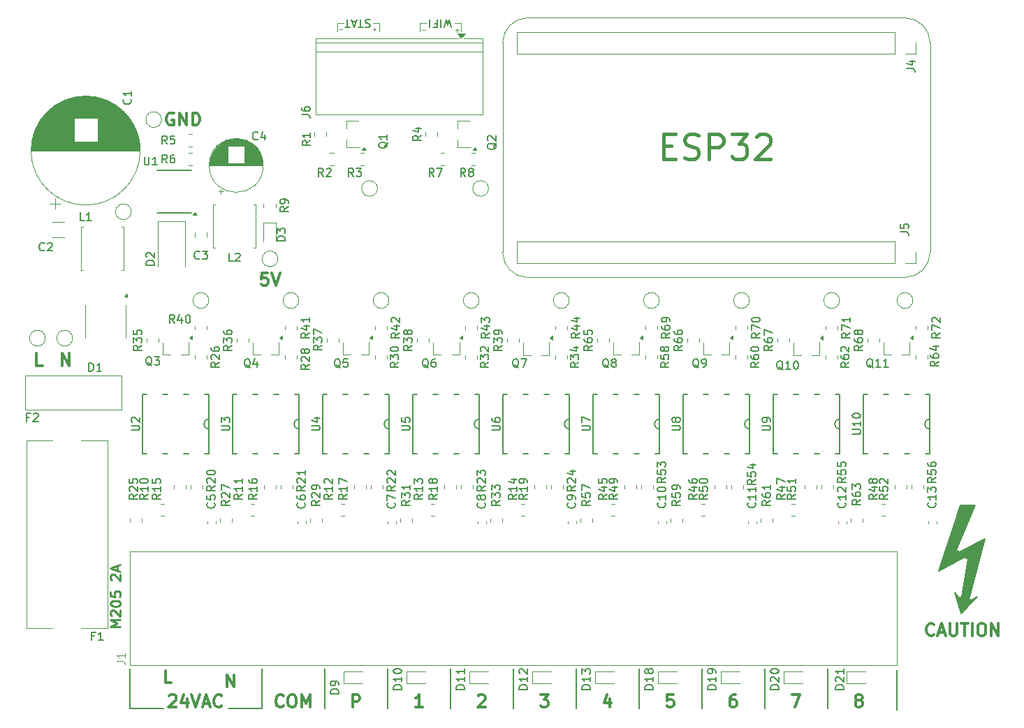
<source format=gbr>
%TF.GenerationSoftware,KiCad,Pcbnew,9.0.0*%
%TF.CreationDate,2025-07-11T19:31:04+08:00*%
%TF.ProjectId,ESPrinkler Retic PCB,45535072-696e-46b6-9c65-722052657469,rev?*%
%TF.SameCoordinates,Original*%
%TF.FileFunction,Legend,Top*%
%TF.FilePolarity,Positive*%
%FSLAX46Y46*%
G04 Gerber Fmt 4.6, Leading zero omitted, Abs format (unit mm)*
G04 Created by KiCad (PCBNEW 9.0.0) date 2025-07-11 19:31:04*
%MOMM*%
%LPD*%
G01*
G04 APERTURE LIST*
%ADD10C,0.200000*%
%ADD11C,0.100000*%
%ADD12C,0.300000*%
%ADD13C,0.400000*%
%ADD14C,0.250000*%
%ADD15C,0.150000*%
%ADD16C,0.120000*%
%ADD17C,0.152400*%
G04 APERTURE END LIST*
D10*
X207772000Y-144018000D02*
X207772000Y-148844000D01*
D11*
X191261999Y-68072001D02*
X191261999Y-93472001D01*
D10*
X162052000Y-148844000D02*
X157988000Y-148844000D01*
D11*
X181229000Y-65659000D02*
X181991000Y-65659000D01*
X194309999Y-96520001D02*
G75*
G02*
X191261999Y-93472001I1J3048001D01*
G01*
X175895000Y-66421000D02*
X175514000Y-66421000D01*
D10*
X146050000Y-148844000D02*
X150114000Y-148844000D01*
D11*
X171196000Y-65659000D02*
X171958000Y-65659000D01*
D10*
X230632000Y-144018000D02*
X230632000Y-148844000D01*
X192532000Y-144018000D02*
X192532000Y-148844000D01*
D11*
X181864000Y-66548000D02*
X181483000Y-66548000D01*
X181229000Y-66675000D02*
X181229000Y-65659000D01*
X176276000Y-66675000D02*
X176276000Y-65659000D01*
X240029999Y-65024001D02*
X194309999Y-65024001D01*
X243077999Y-93472001D02*
X243077999Y-68072001D01*
X171196000Y-66675000D02*
X171196000Y-65659000D01*
X176276000Y-65659000D02*
X175514000Y-65659000D01*
D10*
X200152000Y-144018000D02*
X200152000Y-148844000D01*
D11*
X185928000Y-66548000D02*
X185547000Y-66548000D01*
X171831000Y-66421000D02*
X171450000Y-66421000D01*
D10*
X162052000Y-144018000D02*
X162052000Y-148844000D01*
D11*
X194309999Y-96520001D02*
X240029999Y-96520001D01*
X243077999Y-93472001D02*
G75*
G02*
X240029999Y-96519999I-3047999J1D01*
G01*
X186252500Y-66675000D02*
X186252500Y-65659000D01*
D10*
X146050000Y-144018000D02*
X146050000Y-148844000D01*
X169672000Y-144018000D02*
X169672000Y-148844000D01*
X239014000Y-144145000D02*
X239014000Y-148971000D01*
D11*
X186252500Y-65659000D02*
X185420000Y-65659000D01*
X240029999Y-65024001D02*
G75*
G02*
X243077999Y-68072001I1J-3047999D01*
G01*
D10*
X215392000Y-144018000D02*
X215392000Y-148844000D01*
X177292000Y-144018000D02*
X177292000Y-148844000D01*
X223012000Y-144018000D02*
X223012000Y-148844000D01*
D11*
X185737500Y-66738500D02*
X185737500Y-66357500D01*
X175704500Y-66611500D02*
X175704500Y-66230500D01*
D10*
X184912000Y-144018000D02*
X184912000Y-148844000D01*
D11*
X191261999Y-68072001D02*
G75*
G02*
X194309999Y-65023999I3048001J1D01*
G01*
D12*
X137874428Y-107231328D02*
X137874428Y-105731328D01*
X137874428Y-105731328D02*
X138731571Y-107231328D01*
X138731571Y-107231328D02*
X138731571Y-105731328D01*
D10*
X175191945Y-65254400D02*
X175049088Y-65206780D01*
X175049088Y-65206780D02*
X174810993Y-65206780D01*
X174810993Y-65206780D02*
X174715755Y-65254400D01*
X174715755Y-65254400D02*
X174668136Y-65302019D01*
X174668136Y-65302019D02*
X174620517Y-65397257D01*
X174620517Y-65397257D02*
X174620517Y-65492495D01*
X174620517Y-65492495D02*
X174668136Y-65587733D01*
X174668136Y-65587733D02*
X174715755Y-65635352D01*
X174715755Y-65635352D02*
X174810993Y-65682971D01*
X174810993Y-65682971D02*
X175001469Y-65730590D01*
X175001469Y-65730590D02*
X175096707Y-65778209D01*
X175096707Y-65778209D02*
X175144326Y-65825828D01*
X175144326Y-65825828D02*
X175191945Y-65921066D01*
X175191945Y-65921066D02*
X175191945Y-66016304D01*
X175191945Y-66016304D02*
X175144326Y-66111542D01*
X175144326Y-66111542D02*
X175096707Y-66159161D01*
X175096707Y-66159161D02*
X175001469Y-66206780D01*
X175001469Y-66206780D02*
X174763374Y-66206780D01*
X174763374Y-66206780D02*
X174620517Y-66159161D01*
X174334802Y-66206780D02*
X173763374Y-66206780D01*
X174049088Y-65206780D02*
X174049088Y-66206780D01*
X173477659Y-65492495D02*
X173001469Y-65492495D01*
X173572897Y-65206780D02*
X173239564Y-66206780D01*
X173239564Y-66206780D02*
X172906231Y-65206780D01*
X172715754Y-66206780D02*
X172144326Y-66206780D01*
X172430040Y-65206780D02*
X172430040Y-66206780D01*
D13*
X210741428Y-80567628D02*
X211741428Y-80567628D01*
X212170000Y-82139057D02*
X210741428Y-82139057D01*
X210741428Y-82139057D02*
X210741428Y-79139057D01*
X210741428Y-79139057D02*
X212170000Y-79139057D01*
X213312857Y-81996200D02*
X213741429Y-82139057D01*
X213741429Y-82139057D02*
X214455714Y-82139057D01*
X214455714Y-82139057D02*
X214741429Y-81996200D01*
X214741429Y-81996200D02*
X214884286Y-81853342D01*
X214884286Y-81853342D02*
X215027143Y-81567628D01*
X215027143Y-81567628D02*
X215027143Y-81281914D01*
X215027143Y-81281914D02*
X214884286Y-80996200D01*
X214884286Y-80996200D02*
X214741429Y-80853342D01*
X214741429Y-80853342D02*
X214455714Y-80710485D01*
X214455714Y-80710485D02*
X213884286Y-80567628D01*
X213884286Y-80567628D02*
X213598571Y-80424771D01*
X213598571Y-80424771D02*
X213455714Y-80281914D01*
X213455714Y-80281914D02*
X213312857Y-79996200D01*
X213312857Y-79996200D02*
X213312857Y-79710485D01*
X213312857Y-79710485D02*
X213455714Y-79424771D01*
X213455714Y-79424771D02*
X213598571Y-79281914D01*
X213598571Y-79281914D02*
X213884286Y-79139057D01*
X213884286Y-79139057D02*
X214598571Y-79139057D01*
X214598571Y-79139057D02*
X215027143Y-79281914D01*
X216312857Y-82139057D02*
X216312857Y-79139057D01*
X216312857Y-79139057D02*
X217455714Y-79139057D01*
X217455714Y-79139057D02*
X217741429Y-79281914D01*
X217741429Y-79281914D02*
X217884286Y-79424771D01*
X217884286Y-79424771D02*
X218027143Y-79710485D01*
X218027143Y-79710485D02*
X218027143Y-80139057D01*
X218027143Y-80139057D02*
X217884286Y-80424771D01*
X217884286Y-80424771D02*
X217741429Y-80567628D01*
X217741429Y-80567628D02*
X217455714Y-80710485D01*
X217455714Y-80710485D02*
X216312857Y-80710485D01*
X219027143Y-79139057D02*
X220884286Y-79139057D01*
X220884286Y-79139057D02*
X219884286Y-80281914D01*
X219884286Y-80281914D02*
X220312857Y-80281914D01*
X220312857Y-80281914D02*
X220598572Y-80424771D01*
X220598572Y-80424771D02*
X220741429Y-80567628D01*
X220741429Y-80567628D02*
X220884286Y-80853342D01*
X220884286Y-80853342D02*
X220884286Y-81567628D01*
X220884286Y-81567628D02*
X220741429Y-81853342D01*
X220741429Y-81853342D02*
X220598572Y-81996200D01*
X220598572Y-81996200D02*
X220312857Y-82139057D01*
X220312857Y-82139057D02*
X219455714Y-82139057D01*
X219455714Y-82139057D02*
X219170000Y-81996200D01*
X219170000Y-81996200D02*
X219027143Y-81853342D01*
X222027143Y-79424771D02*
X222170000Y-79281914D01*
X222170000Y-79281914D02*
X222455715Y-79139057D01*
X222455715Y-79139057D02*
X223170000Y-79139057D01*
X223170000Y-79139057D02*
X223455715Y-79281914D01*
X223455715Y-79281914D02*
X223598572Y-79424771D01*
X223598572Y-79424771D02*
X223741429Y-79710485D01*
X223741429Y-79710485D02*
X223741429Y-79996200D01*
X223741429Y-79996200D02*
X223598572Y-80424771D01*
X223598572Y-80424771D02*
X221884286Y-82139057D01*
X221884286Y-82139057D02*
X223741429Y-82139057D01*
D12*
X234299143Y-147787685D02*
X234156286Y-147716257D01*
X234156286Y-147716257D02*
X234084857Y-147644828D01*
X234084857Y-147644828D02*
X234013429Y-147501971D01*
X234013429Y-147501971D02*
X234013429Y-147430542D01*
X234013429Y-147430542D02*
X234084857Y-147287685D01*
X234084857Y-147287685D02*
X234156286Y-147216257D01*
X234156286Y-147216257D02*
X234299143Y-147144828D01*
X234299143Y-147144828D02*
X234584857Y-147144828D01*
X234584857Y-147144828D02*
X234727715Y-147216257D01*
X234727715Y-147216257D02*
X234799143Y-147287685D01*
X234799143Y-147287685D02*
X234870572Y-147430542D01*
X234870572Y-147430542D02*
X234870572Y-147501971D01*
X234870572Y-147501971D02*
X234799143Y-147644828D01*
X234799143Y-147644828D02*
X234727715Y-147716257D01*
X234727715Y-147716257D02*
X234584857Y-147787685D01*
X234584857Y-147787685D02*
X234299143Y-147787685D01*
X234299143Y-147787685D02*
X234156286Y-147859114D01*
X234156286Y-147859114D02*
X234084857Y-147930542D01*
X234084857Y-147930542D02*
X234013429Y-148073400D01*
X234013429Y-148073400D02*
X234013429Y-148359114D01*
X234013429Y-148359114D02*
X234084857Y-148501971D01*
X234084857Y-148501971D02*
X234156286Y-148573400D01*
X234156286Y-148573400D02*
X234299143Y-148644828D01*
X234299143Y-148644828D02*
X234584857Y-148644828D01*
X234584857Y-148644828D02*
X234727715Y-148573400D01*
X234727715Y-148573400D02*
X234799143Y-148501971D01*
X234799143Y-148501971D02*
X234870572Y-148359114D01*
X234870572Y-148359114D02*
X234870572Y-148073400D01*
X234870572Y-148073400D02*
X234799143Y-147930542D01*
X234799143Y-147930542D02*
X234727715Y-147859114D01*
X234727715Y-147859114D02*
X234584857Y-147787685D01*
X226322000Y-147144828D02*
X227322000Y-147144828D01*
X227322000Y-147144828D02*
X226679143Y-148644828D01*
X135465285Y-107231328D02*
X134750999Y-107231328D01*
X134750999Y-107231328D02*
X134750999Y-105731328D01*
X150851082Y-147287685D02*
X150922510Y-147216257D01*
X150922510Y-147216257D02*
X151065368Y-147144828D01*
X151065368Y-147144828D02*
X151422510Y-147144828D01*
X151422510Y-147144828D02*
X151565368Y-147216257D01*
X151565368Y-147216257D02*
X151636796Y-147287685D01*
X151636796Y-147287685D02*
X151708225Y-147430542D01*
X151708225Y-147430542D02*
X151708225Y-147573400D01*
X151708225Y-147573400D02*
X151636796Y-147787685D01*
X151636796Y-147787685D02*
X150779653Y-148644828D01*
X150779653Y-148644828D02*
X151708225Y-148644828D01*
X152993939Y-147644828D02*
X152993939Y-148644828D01*
X152636796Y-147073400D02*
X152279653Y-148144828D01*
X152279653Y-148144828D02*
X153208224Y-148144828D01*
X153565367Y-147144828D02*
X154065367Y-148644828D01*
X154065367Y-148644828D02*
X154565367Y-147144828D01*
X154993938Y-148216257D02*
X155708224Y-148216257D01*
X154851081Y-148644828D02*
X155351081Y-147144828D01*
X155351081Y-147144828D02*
X155851081Y-148644828D01*
X157208223Y-148501971D02*
X157136795Y-148573400D01*
X157136795Y-148573400D02*
X156922509Y-148644828D01*
X156922509Y-148644828D02*
X156779652Y-148644828D01*
X156779652Y-148644828D02*
X156565366Y-148573400D01*
X156565366Y-148573400D02*
X156422509Y-148430542D01*
X156422509Y-148430542D02*
X156351080Y-148287685D01*
X156351080Y-148287685D02*
X156279652Y-148001971D01*
X156279652Y-148001971D02*
X156279652Y-147787685D01*
X156279652Y-147787685D02*
X156351080Y-147501971D01*
X156351080Y-147501971D02*
X156422509Y-147359114D01*
X156422509Y-147359114D02*
X156565366Y-147216257D01*
X156565366Y-147216257D02*
X156779652Y-147144828D01*
X156779652Y-147144828D02*
X156922509Y-147144828D01*
X156922509Y-147144828D02*
X157136795Y-147216257D01*
X157136795Y-147216257D02*
X157208223Y-147287685D01*
X151086285Y-145712328D02*
X150371999Y-145712328D01*
X150371999Y-145712328D02*
X150371999Y-144212328D01*
X181530572Y-148644828D02*
X180673429Y-148644828D01*
X181102000Y-148644828D02*
X181102000Y-147144828D01*
X181102000Y-147144828D02*
X180959143Y-147359114D01*
X180959143Y-147359114D02*
X180816286Y-147501971D01*
X180816286Y-147501971D02*
X180673429Y-147573400D01*
D14*
X144941142Y-138868812D02*
X143741142Y-138868812D01*
X143741142Y-138868812D02*
X144598285Y-138468812D01*
X144598285Y-138468812D02*
X143741142Y-138068812D01*
X143741142Y-138068812D02*
X144941142Y-138068812D01*
X143855428Y-137554526D02*
X143798285Y-137497383D01*
X143798285Y-137497383D02*
X143741142Y-137383098D01*
X143741142Y-137383098D02*
X143741142Y-137097383D01*
X143741142Y-137097383D02*
X143798285Y-136983098D01*
X143798285Y-136983098D02*
X143855428Y-136925955D01*
X143855428Y-136925955D02*
X143969714Y-136868812D01*
X143969714Y-136868812D02*
X144084000Y-136868812D01*
X144084000Y-136868812D02*
X144255428Y-136925955D01*
X144255428Y-136925955D02*
X144941142Y-137611669D01*
X144941142Y-137611669D02*
X144941142Y-136868812D01*
X143741142Y-136125955D02*
X143741142Y-136011669D01*
X143741142Y-136011669D02*
X143798285Y-135897383D01*
X143798285Y-135897383D02*
X143855428Y-135840241D01*
X143855428Y-135840241D02*
X143969714Y-135783098D01*
X143969714Y-135783098D02*
X144198285Y-135725955D01*
X144198285Y-135725955D02*
X144484000Y-135725955D01*
X144484000Y-135725955D02*
X144712571Y-135783098D01*
X144712571Y-135783098D02*
X144826857Y-135840241D01*
X144826857Y-135840241D02*
X144884000Y-135897383D01*
X144884000Y-135897383D02*
X144941142Y-136011669D01*
X144941142Y-136011669D02*
X144941142Y-136125955D01*
X144941142Y-136125955D02*
X144884000Y-136240241D01*
X144884000Y-136240241D02*
X144826857Y-136297383D01*
X144826857Y-136297383D02*
X144712571Y-136354526D01*
X144712571Y-136354526D02*
X144484000Y-136411669D01*
X144484000Y-136411669D02*
X144198285Y-136411669D01*
X144198285Y-136411669D02*
X143969714Y-136354526D01*
X143969714Y-136354526D02*
X143855428Y-136297383D01*
X143855428Y-136297383D02*
X143798285Y-136240241D01*
X143798285Y-136240241D02*
X143741142Y-136125955D01*
X143741142Y-134640241D02*
X143741142Y-135211669D01*
X143741142Y-135211669D02*
X144312571Y-135268812D01*
X144312571Y-135268812D02*
X144255428Y-135211669D01*
X144255428Y-135211669D02*
X144198285Y-135097384D01*
X144198285Y-135097384D02*
X144198285Y-134811669D01*
X144198285Y-134811669D02*
X144255428Y-134697384D01*
X144255428Y-134697384D02*
X144312571Y-134640241D01*
X144312571Y-134640241D02*
X144426857Y-134583098D01*
X144426857Y-134583098D02*
X144712571Y-134583098D01*
X144712571Y-134583098D02*
X144826857Y-134640241D01*
X144826857Y-134640241D02*
X144884000Y-134697384D01*
X144884000Y-134697384D02*
X144941142Y-134811669D01*
X144941142Y-134811669D02*
X144941142Y-135097384D01*
X144941142Y-135097384D02*
X144884000Y-135211669D01*
X144884000Y-135211669D02*
X144826857Y-135268812D01*
X143855428Y-133211669D02*
X143798285Y-133154526D01*
X143798285Y-133154526D02*
X143741142Y-133040241D01*
X143741142Y-133040241D02*
X143741142Y-132754526D01*
X143741142Y-132754526D02*
X143798285Y-132640241D01*
X143798285Y-132640241D02*
X143855428Y-132583098D01*
X143855428Y-132583098D02*
X143969714Y-132525955D01*
X143969714Y-132525955D02*
X144084000Y-132525955D01*
X144084000Y-132525955D02*
X144255428Y-132583098D01*
X144255428Y-132583098D02*
X144941142Y-133268812D01*
X144941142Y-133268812D02*
X144941142Y-132525955D01*
X144598285Y-132068812D02*
X144598285Y-131497384D01*
X144941142Y-132183098D02*
X143741142Y-131783098D01*
X143741142Y-131783098D02*
X144941142Y-131383098D01*
D10*
X185018564Y-66206780D02*
X184780469Y-65206780D01*
X184780469Y-65206780D02*
X184589993Y-65921066D01*
X184589993Y-65921066D02*
X184399517Y-65206780D01*
X184399517Y-65206780D02*
X184161422Y-66206780D01*
X183780469Y-65206780D02*
X183780469Y-66206780D01*
X182970946Y-65730590D02*
X183304279Y-65730590D01*
X183304279Y-65206780D02*
X183304279Y-66206780D01*
X183304279Y-66206780D02*
X182828089Y-66206780D01*
X182447136Y-65206780D02*
X182447136Y-66206780D01*
D12*
X243550713Y-139854471D02*
X243479285Y-139925900D01*
X243479285Y-139925900D02*
X243264999Y-139997328D01*
X243264999Y-139997328D02*
X243122142Y-139997328D01*
X243122142Y-139997328D02*
X242907856Y-139925900D01*
X242907856Y-139925900D02*
X242764999Y-139783042D01*
X242764999Y-139783042D02*
X242693570Y-139640185D01*
X242693570Y-139640185D02*
X242622142Y-139354471D01*
X242622142Y-139354471D02*
X242622142Y-139140185D01*
X242622142Y-139140185D02*
X242693570Y-138854471D01*
X242693570Y-138854471D02*
X242764999Y-138711614D01*
X242764999Y-138711614D02*
X242907856Y-138568757D01*
X242907856Y-138568757D02*
X243122142Y-138497328D01*
X243122142Y-138497328D02*
X243264999Y-138497328D01*
X243264999Y-138497328D02*
X243479285Y-138568757D01*
X243479285Y-138568757D02*
X243550713Y-138640185D01*
X244122142Y-139568757D02*
X244836428Y-139568757D01*
X243979285Y-139997328D02*
X244479285Y-138497328D01*
X244479285Y-138497328D02*
X244979285Y-139997328D01*
X245479284Y-138497328D02*
X245479284Y-139711614D01*
X245479284Y-139711614D02*
X245550713Y-139854471D01*
X245550713Y-139854471D02*
X245622142Y-139925900D01*
X245622142Y-139925900D02*
X245764999Y-139997328D01*
X245764999Y-139997328D02*
X246050713Y-139997328D01*
X246050713Y-139997328D02*
X246193570Y-139925900D01*
X246193570Y-139925900D02*
X246264999Y-139854471D01*
X246264999Y-139854471D02*
X246336427Y-139711614D01*
X246336427Y-139711614D02*
X246336427Y-138497328D01*
X246836428Y-138497328D02*
X247693571Y-138497328D01*
X247264999Y-139997328D02*
X247264999Y-138497328D01*
X248193570Y-139997328D02*
X248193570Y-138497328D01*
X249193571Y-138497328D02*
X249479285Y-138497328D01*
X249479285Y-138497328D02*
X249622142Y-138568757D01*
X249622142Y-138568757D02*
X249764999Y-138711614D01*
X249764999Y-138711614D02*
X249836428Y-138997328D01*
X249836428Y-138997328D02*
X249836428Y-139497328D01*
X249836428Y-139497328D02*
X249764999Y-139783042D01*
X249764999Y-139783042D02*
X249622142Y-139925900D01*
X249622142Y-139925900D02*
X249479285Y-139997328D01*
X249479285Y-139997328D02*
X249193571Y-139997328D01*
X249193571Y-139997328D02*
X249050714Y-139925900D01*
X249050714Y-139925900D02*
X248907856Y-139783042D01*
X248907856Y-139783042D02*
X248836428Y-139497328D01*
X248836428Y-139497328D02*
X248836428Y-138997328D01*
X248836428Y-138997328D02*
X248907856Y-138711614D01*
X248907856Y-138711614D02*
X249050714Y-138568757D01*
X249050714Y-138568757D02*
X249193571Y-138497328D01*
X250479285Y-139997328D02*
X250479285Y-138497328D01*
X250479285Y-138497328D02*
X251336428Y-139997328D01*
X251336428Y-139997328D02*
X251336428Y-138497328D01*
X157813428Y-146220328D02*
X157813428Y-144720328D01*
X157813428Y-144720328D02*
X158670571Y-146220328D01*
X158670571Y-146220328D02*
X158670571Y-144720328D01*
X164683428Y-148501971D02*
X164612000Y-148573400D01*
X164612000Y-148573400D02*
X164397714Y-148644828D01*
X164397714Y-148644828D02*
X164254857Y-148644828D01*
X164254857Y-148644828D02*
X164040571Y-148573400D01*
X164040571Y-148573400D02*
X163897714Y-148430542D01*
X163897714Y-148430542D02*
X163826285Y-148287685D01*
X163826285Y-148287685D02*
X163754857Y-148001971D01*
X163754857Y-148001971D02*
X163754857Y-147787685D01*
X163754857Y-147787685D02*
X163826285Y-147501971D01*
X163826285Y-147501971D02*
X163897714Y-147359114D01*
X163897714Y-147359114D02*
X164040571Y-147216257D01*
X164040571Y-147216257D02*
X164254857Y-147144828D01*
X164254857Y-147144828D02*
X164397714Y-147144828D01*
X164397714Y-147144828D02*
X164612000Y-147216257D01*
X164612000Y-147216257D02*
X164683428Y-147287685D01*
X165612000Y-147144828D02*
X165897714Y-147144828D01*
X165897714Y-147144828D02*
X166040571Y-147216257D01*
X166040571Y-147216257D02*
X166183428Y-147359114D01*
X166183428Y-147359114D02*
X166254857Y-147644828D01*
X166254857Y-147644828D02*
X166254857Y-148144828D01*
X166254857Y-148144828D02*
X166183428Y-148430542D01*
X166183428Y-148430542D02*
X166040571Y-148573400D01*
X166040571Y-148573400D02*
X165897714Y-148644828D01*
X165897714Y-148644828D02*
X165612000Y-148644828D01*
X165612000Y-148644828D02*
X165469143Y-148573400D01*
X165469143Y-148573400D02*
X165326285Y-148430542D01*
X165326285Y-148430542D02*
X165254857Y-148144828D01*
X165254857Y-148144828D02*
X165254857Y-147644828D01*
X165254857Y-147644828D02*
X165326285Y-147359114D01*
X165326285Y-147359114D02*
X165469143Y-147216257D01*
X165469143Y-147216257D02*
X165612000Y-147144828D01*
X166897714Y-148644828D02*
X166897714Y-147144828D01*
X166897714Y-147144828D02*
X167397714Y-148216257D01*
X167397714Y-148216257D02*
X167897714Y-147144828D01*
X167897714Y-147144828D02*
X167897714Y-148644828D01*
X204247715Y-147644828D02*
X204247715Y-148644828D01*
X203890572Y-147073400D02*
X203533429Y-148144828D01*
X203533429Y-148144828D02*
X204462000Y-148144828D01*
X188293429Y-147287685D02*
X188364857Y-147216257D01*
X188364857Y-147216257D02*
X188507715Y-147144828D01*
X188507715Y-147144828D02*
X188864857Y-147144828D01*
X188864857Y-147144828D02*
X189007715Y-147216257D01*
X189007715Y-147216257D02*
X189079143Y-147287685D01*
X189079143Y-147287685D02*
X189150572Y-147430542D01*
X189150572Y-147430542D02*
X189150572Y-147573400D01*
X189150572Y-147573400D02*
X189079143Y-147787685D01*
X189079143Y-147787685D02*
X188222000Y-148644828D01*
X188222000Y-148644828D02*
X189150572Y-148644828D01*
X219487715Y-147144828D02*
X219202000Y-147144828D01*
X219202000Y-147144828D02*
X219059143Y-147216257D01*
X219059143Y-147216257D02*
X218987715Y-147287685D01*
X218987715Y-147287685D02*
X218844857Y-147501971D01*
X218844857Y-147501971D02*
X218773429Y-147787685D01*
X218773429Y-147787685D02*
X218773429Y-148359114D01*
X218773429Y-148359114D02*
X218844857Y-148501971D01*
X218844857Y-148501971D02*
X218916286Y-148573400D01*
X218916286Y-148573400D02*
X219059143Y-148644828D01*
X219059143Y-148644828D02*
X219344857Y-148644828D01*
X219344857Y-148644828D02*
X219487715Y-148573400D01*
X219487715Y-148573400D02*
X219559143Y-148501971D01*
X219559143Y-148501971D02*
X219630572Y-148359114D01*
X219630572Y-148359114D02*
X219630572Y-148001971D01*
X219630572Y-148001971D02*
X219559143Y-147859114D01*
X219559143Y-147859114D02*
X219487715Y-147787685D01*
X219487715Y-147787685D02*
X219344857Y-147716257D01*
X219344857Y-147716257D02*
X219059143Y-147716257D01*
X219059143Y-147716257D02*
X218916286Y-147787685D01*
X218916286Y-147787685D02*
X218844857Y-147859114D01*
X218844857Y-147859114D02*
X218773429Y-148001971D01*
X162782286Y-95984328D02*
X162068000Y-95984328D01*
X162068000Y-95984328D02*
X161996572Y-96698614D01*
X161996572Y-96698614D02*
X162068000Y-96627185D01*
X162068000Y-96627185D02*
X162210858Y-96555757D01*
X162210858Y-96555757D02*
X162568000Y-96555757D01*
X162568000Y-96555757D02*
X162710858Y-96627185D01*
X162710858Y-96627185D02*
X162782286Y-96698614D01*
X162782286Y-96698614D02*
X162853715Y-96841471D01*
X162853715Y-96841471D02*
X162853715Y-97198614D01*
X162853715Y-97198614D02*
X162782286Y-97341471D01*
X162782286Y-97341471D02*
X162710858Y-97412900D01*
X162710858Y-97412900D02*
X162568000Y-97484328D01*
X162568000Y-97484328D02*
X162210858Y-97484328D01*
X162210858Y-97484328D02*
X162068000Y-97412900D01*
X162068000Y-97412900D02*
X161996572Y-97341471D01*
X163282286Y-95984328D02*
X163782286Y-97484328D01*
X163782286Y-97484328D02*
X164282286Y-95984328D01*
X211939143Y-147144828D02*
X211224857Y-147144828D01*
X211224857Y-147144828D02*
X211153429Y-147859114D01*
X211153429Y-147859114D02*
X211224857Y-147787685D01*
X211224857Y-147787685D02*
X211367715Y-147716257D01*
X211367715Y-147716257D02*
X211724857Y-147716257D01*
X211724857Y-147716257D02*
X211867715Y-147787685D01*
X211867715Y-147787685D02*
X211939143Y-147859114D01*
X211939143Y-147859114D02*
X212010572Y-148001971D01*
X212010572Y-148001971D02*
X212010572Y-148359114D01*
X212010572Y-148359114D02*
X211939143Y-148501971D01*
X211939143Y-148501971D02*
X211867715Y-148573400D01*
X211867715Y-148573400D02*
X211724857Y-148644828D01*
X211724857Y-148644828D02*
X211367715Y-148644828D01*
X211367715Y-148644828D02*
X211224857Y-148573400D01*
X211224857Y-148573400D02*
X211153429Y-148501971D01*
X195842000Y-147144828D02*
X196770572Y-147144828D01*
X196770572Y-147144828D02*
X196270572Y-147716257D01*
X196270572Y-147716257D02*
X196484857Y-147716257D01*
X196484857Y-147716257D02*
X196627715Y-147787685D01*
X196627715Y-147787685D02*
X196699143Y-147859114D01*
X196699143Y-147859114D02*
X196770572Y-148001971D01*
X196770572Y-148001971D02*
X196770572Y-148359114D01*
X196770572Y-148359114D02*
X196699143Y-148501971D01*
X196699143Y-148501971D02*
X196627715Y-148573400D01*
X196627715Y-148573400D02*
X196484857Y-148644828D01*
X196484857Y-148644828D02*
X196056286Y-148644828D01*
X196056286Y-148644828D02*
X195913429Y-148573400D01*
X195913429Y-148573400D02*
X195842000Y-148501971D01*
X151384143Y-76624757D02*
X151241286Y-76553328D01*
X151241286Y-76553328D02*
X151027000Y-76553328D01*
X151027000Y-76553328D02*
X150812714Y-76624757D01*
X150812714Y-76624757D02*
X150669857Y-76767614D01*
X150669857Y-76767614D02*
X150598428Y-76910471D01*
X150598428Y-76910471D02*
X150527000Y-77196185D01*
X150527000Y-77196185D02*
X150527000Y-77410471D01*
X150527000Y-77410471D02*
X150598428Y-77696185D01*
X150598428Y-77696185D02*
X150669857Y-77839042D01*
X150669857Y-77839042D02*
X150812714Y-77981900D01*
X150812714Y-77981900D02*
X151027000Y-78053328D01*
X151027000Y-78053328D02*
X151169857Y-78053328D01*
X151169857Y-78053328D02*
X151384143Y-77981900D01*
X151384143Y-77981900D02*
X151455571Y-77910471D01*
X151455571Y-77910471D02*
X151455571Y-77410471D01*
X151455571Y-77410471D02*
X151169857Y-77410471D01*
X152098428Y-78053328D02*
X152098428Y-76553328D01*
X152098428Y-76553328D02*
X152955571Y-78053328D01*
X152955571Y-78053328D02*
X152955571Y-76553328D01*
X153669857Y-78053328D02*
X153669857Y-76553328D01*
X153669857Y-76553328D02*
X154027000Y-76553328D01*
X154027000Y-76553328D02*
X154241286Y-76624757D01*
X154241286Y-76624757D02*
X154384143Y-76767614D01*
X154384143Y-76767614D02*
X154455572Y-76910471D01*
X154455572Y-76910471D02*
X154527000Y-77196185D01*
X154527000Y-77196185D02*
X154527000Y-77410471D01*
X154527000Y-77410471D02*
X154455572Y-77696185D01*
X154455572Y-77696185D02*
X154384143Y-77839042D01*
X154384143Y-77839042D02*
X154241286Y-77981900D01*
X154241286Y-77981900D02*
X154027000Y-78053328D01*
X154027000Y-78053328D02*
X153669857Y-78053328D01*
X173089142Y-148644828D02*
X173089142Y-147144828D01*
X173089142Y-147144828D02*
X173660571Y-147144828D01*
X173660571Y-147144828D02*
X173803428Y-147216257D01*
X173803428Y-147216257D02*
X173874857Y-147287685D01*
X173874857Y-147287685D02*
X173946285Y-147430542D01*
X173946285Y-147430542D02*
X173946285Y-147644828D01*
X173946285Y-147644828D02*
X173874857Y-147787685D01*
X173874857Y-147787685D02*
X173803428Y-147859114D01*
X173803428Y-147859114D02*
X173660571Y-147930542D01*
X173660571Y-147930542D02*
X173089142Y-147930542D01*
D15*
X150582333Y-82623819D02*
X150249000Y-82147628D01*
X150010905Y-82623819D02*
X150010905Y-81623819D01*
X150010905Y-81623819D02*
X150391857Y-81623819D01*
X150391857Y-81623819D02*
X150487095Y-81671438D01*
X150487095Y-81671438D02*
X150534714Y-81719057D01*
X150534714Y-81719057D02*
X150582333Y-81814295D01*
X150582333Y-81814295D02*
X150582333Y-81957152D01*
X150582333Y-81957152D02*
X150534714Y-82052390D01*
X150534714Y-82052390D02*
X150487095Y-82100009D01*
X150487095Y-82100009D02*
X150391857Y-82147628D01*
X150391857Y-82147628D02*
X150010905Y-82147628D01*
X151439476Y-81623819D02*
X151249000Y-81623819D01*
X151249000Y-81623819D02*
X151153762Y-81671438D01*
X151153762Y-81671438D02*
X151106143Y-81719057D01*
X151106143Y-81719057D02*
X151010905Y-81861914D01*
X151010905Y-81861914D02*
X150963286Y-82052390D01*
X150963286Y-82052390D02*
X150963286Y-82433342D01*
X150963286Y-82433342D02*
X151010905Y-82528580D01*
X151010905Y-82528580D02*
X151058524Y-82576200D01*
X151058524Y-82576200D02*
X151153762Y-82623819D01*
X151153762Y-82623819D02*
X151344238Y-82623819D01*
X151344238Y-82623819D02*
X151439476Y-82576200D01*
X151439476Y-82576200D02*
X151487095Y-82528580D01*
X151487095Y-82528580D02*
X151534714Y-82433342D01*
X151534714Y-82433342D02*
X151534714Y-82195247D01*
X151534714Y-82195247D02*
X151487095Y-82100009D01*
X151487095Y-82100009D02*
X151439476Y-82052390D01*
X151439476Y-82052390D02*
X151344238Y-82004771D01*
X151344238Y-82004771D02*
X151153762Y-82004771D01*
X151153762Y-82004771D02*
X151058524Y-82052390D01*
X151058524Y-82052390D02*
X151010905Y-82100009D01*
X151010905Y-82100009D02*
X150963286Y-82195247D01*
X150582333Y-80347819D02*
X150249000Y-79871628D01*
X150010905Y-80347819D02*
X150010905Y-79347819D01*
X150010905Y-79347819D02*
X150391857Y-79347819D01*
X150391857Y-79347819D02*
X150487095Y-79395438D01*
X150487095Y-79395438D02*
X150534714Y-79443057D01*
X150534714Y-79443057D02*
X150582333Y-79538295D01*
X150582333Y-79538295D02*
X150582333Y-79681152D01*
X150582333Y-79681152D02*
X150534714Y-79776390D01*
X150534714Y-79776390D02*
X150487095Y-79824009D01*
X150487095Y-79824009D02*
X150391857Y-79871628D01*
X150391857Y-79871628D02*
X150010905Y-79871628D01*
X151487095Y-79347819D02*
X151010905Y-79347819D01*
X151010905Y-79347819D02*
X150963286Y-79824009D01*
X150963286Y-79824009D02*
X151010905Y-79776390D01*
X151010905Y-79776390D02*
X151106143Y-79728771D01*
X151106143Y-79728771D02*
X151344238Y-79728771D01*
X151344238Y-79728771D02*
X151439476Y-79776390D01*
X151439476Y-79776390D02*
X151487095Y-79824009D01*
X151487095Y-79824009D02*
X151534714Y-79919247D01*
X151534714Y-79919247D02*
X151534714Y-80157342D01*
X151534714Y-80157342D02*
X151487095Y-80252580D01*
X151487095Y-80252580D02*
X151439476Y-80300200D01*
X151439476Y-80300200D02*
X151344238Y-80347819D01*
X151344238Y-80347819D02*
X151106143Y-80347819D01*
X151106143Y-80347819D02*
X151010905Y-80300200D01*
X151010905Y-80300200D02*
X150963286Y-80252580D01*
X243691580Y-123832857D02*
X243739200Y-123880476D01*
X243739200Y-123880476D02*
X243786819Y-124023333D01*
X243786819Y-124023333D02*
X243786819Y-124118571D01*
X243786819Y-124118571D02*
X243739200Y-124261428D01*
X243739200Y-124261428D02*
X243643961Y-124356666D01*
X243643961Y-124356666D02*
X243548723Y-124404285D01*
X243548723Y-124404285D02*
X243358247Y-124451904D01*
X243358247Y-124451904D02*
X243215390Y-124451904D01*
X243215390Y-124451904D02*
X243024914Y-124404285D01*
X243024914Y-124404285D02*
X242929676Y-124356666D01*
X242929676Y-124356666D02*
X242834438Y-124261428D01*
X242834438Y-124261428D02*
X242786819Y-124118571D01*
X242786819Y-124118571D02*
X242786819Y-124023333D01*
X242786819Y-124023333D02*
X242834438Y-123880476D01*
X242834438Y-123880476D02*
X242882057Y-123832857D01*
X243786819Y-122880476D02*
X243786819Y-123451904D01*
X243786819Y-123166190D02*
X242786819Y-123166190D01*
X242786819Y-123166190D02*
X242929676Y-123261428D01*
X242929676Y-123261428D02*
X243024914Y-123356666D01*
X243024914Y-123356666D02*
X243072533Y-123451904D01*
X242786819Y-122547142D02*
X242786819Y-121928095D01*
X242786819Y-121928095D02*
X243167771Y-122261428D01*
X243167771Y-122261428D02*
X243167771Y-122118571D01*
X243167771Y-122118571D02*
X243215390Y-122023333D01*
X243215390Y-122023333D02*
X243263009Y-121975714D01*
X243263009Y-121975714D02*
X243358247Y-121928095D01*
X243358247Y-121928095D02*
X243596342Y-121928095D01*
X243596342Y-121928095D02*
X243691580Y-121975714D01*
X243691580Y-121975714D02*
X243739200Y-122023333D01*
X243739200Y-122023333D02*
X243786819Y-122118571D01*
X243786819Y-122118571D02*
X243786819Y-122404285D01*
X243786819Y-122404285D02*
X243739200Y-122499523D01*
X243739200Y-122499523D02*
X243691580Y-122547142D01*
X157188819Y-115061904D02*
X157998342Y-115061904D01*
X157998342Y-115061904D02*
X158093580Y-115014285D01*
X158093580Y-115014285D02*
X158141200Y-114966666D01*
X158141200Y-114966666D02*
X158188819Y-114871428D01*
X158188819Y-114871428D02*
X158188819Y-114680952D01*
X158188819Y-114680952D02*
X158141200Y-114585714D01*
X158141200Y-114585714D02*
X158093580Y-114538095D01*
X158093580Y-114538095D02*
X157998342Y-114490476D01*
X157998342Y-114490476D02*
X157188819Y-114490476D01*
X157188819Y-114109523D02*
X157188819Y-113490476D01*
X157188819Y-113490476D02*
X157569771Y-113823809D01*
X157569771Y-113823809D02*
X157569771Y-113680952D01*
X157569771Y-113680952D02*
X157617390Y-113585714D01*
X157617390Y-113585714D02*
X157665009Y-113538095D01*
X157665009Y-113538095D02*
X157760247Y-113490476D01*
X157760247Y-113490476D02*
X157998342Y-113490476D01*
X157998342Y-113490476D02*
X158093580Y-113538095D01*
X158093580Y-113538095D02*
X158141200Y-113585714D01*
X158141200Y-113585714D02*
X158188819Y-113680952D01*
X158188819Y-113680952D02*
X158188819Y-113966666D01*
X158188819Y-113966666D02*
X158141200Y-114061904D01*
X158141200Y-114061904D02*
X158093580Y-114109523D01*
X232864819Y-120784857D02*
X232388628Y-121118190D01*
X232864819Y-121356285D02*
X231864819Y-121356285D01*
X231864819Y-121356285D02*
X231864819Y-120975333D01*
X231864819Y-120975333D02*
X231912438Y-120880095D01*
X231912438Y-120880095D02*
X231960057Y-120832476D01*
X231960057Y-120832476D02*
X232055295Y-120784857D01*
X232055295Y-120784857D02*
X232198152Y-120784857D01*
X232198152Y-120784857D02*
X232293390Y-120832476D01*
X232293390Y-120832476D02*
X232341009Y-120880095D01*
X232341009Y-120880095D02*
X232388628Y-120975333D01*
X232388628Y-120975333D02*
X232388628Y-121356285D01*
X231864819Y-119880095D02*
X231864819Y-120356285D01*
X231864819Y-120356285D02*
X232341009Y-120403904D01*
X232341009Y-120403904D02*
X232293390Y-120356285D01*
X232293390Y-120356285D02*
X232245771Y-120261047D01*
X232245771Y-120261047D02*
X232245771Y-120022952D01*
X232245771Y-120022952D02*
X232293390Y-119927714D01*
X232293390Y-119927714D02*
X232341009Y-119880095D01*
X232341009Y-119880095D02*
X232436247Y-119832476D01*
X232436247Y-119832476D02*
X232674342Y-119832476D01*
X232674342Y-119832476D02*
X232769580Y-119880095D01*
X232769580Y-119880095D02*
X232817200Y-119927714D01*
X232817200Y-119927714D02*
X232864819Y-120022952D01*
X232864819Y-120022952D02*
X232864819Y-120261047D01*
X232864819Y-120261047D02*
X232817200Y-120356285D01*
X232817200Y-120356285D02*
X232769580Y-120403904D01*
X231864819Y-118927714D02*
X231864819Y-119403904D01*
X231864819Y-119403904D02*
X232341009Y-119451523D01*
X232341009Y-119451523D02*
X232293390Y-119403904D01*
X232293390Y-119403904D02*
X232245771Y-119308666D01*
X232245771Y-119308666D02*
X232245771Y-119070571D01*
X232245771Y-119070571D02*
X232293390Y-118975333D01*
X232293390Y-118975333D02*
X232341009Y-118927714D01*
X232341009Y-118927714D02*
X232436247Y-118880095D01*
X232436247Y-118880095D02*
X232674342Y-118880095D01*
X232674342Y-118880095D02*
X232769580Y-118927714D01*
X232769580Y-118927714D02*
X232817200Y-118975333D01*
X232817200Y-118975333D02*
X232864819Y-119070571D01*
X232864819Y-119070571D02*
X232864819Y-119308666D01*
X232864819Y-119308666D02*
X232817200Y-119403904D01*
X232817200Y-119403904D02*
X232769580Y-119451523D01*
X211798819Y-115061904D02*
X212608342Y-115061904D01*
X212608342Y-115061904D02*
X212703580Y-115014285D01*
X212703580Y-115014285D02*
X212751200Y-114966666D01*
X212751200Y-114966666D02*
X212798819Y-114871428D01*
X212798819Y-114871428D02*
X212798819Y-114680952D01*
X212798819Y-114680952D02*
X212751200Y-114585714D01*
X212751200Y-114585714D02*
X212703580Y-114538095D01*
X212703580Y-114538095D02*
X212608342Y-114490476D01*
X212608342Y-114490476D02*
X211798819Y-114490476D01*
X212227390Y-113871428D02*
X212179771Y-113966666D01*
X212179771Y-113966666D02*
X212132152Y-114014285D01*
X212132152Y-114014285D02*
X212036914Y-114061904D01*
X212036914Y-114061904D02*
X211989295Y-114061904D01*
X211989295Y-114061904D02*
X211894057Y-114014285D01*
X211894057Y-114014285D02*
X211846438Y-113966666D01*
X211846438Y-113966666D02*
X211798819Y-113871428D01*
X211798819Y-113871428D02*
X211798819Y-113680952D01*
X211798819Y-113680952D02*
X211846438Y-113585714D01*
X211846438Y-113585714D02*
X211894057Y-113538095D01*
X211894057Y-113538095D02*
X211989295Y-113490476D01*
X211989295Y-113490476D02*
X212036914Y-113490476D01*
X212036914Y-113490476D02*
X212132152Y-113538095D01*
X212132152Y-113538095D02*
X212179771Y-113585714D01*
X212179771Y-113585714D02*
X212227390Y-113680952D01*
X212227390Y-113680952D02*
X212227390Y-113871428D01*
X212227390Y-113871428D02*
X212275009Y-113966666D01*
X212275009Y-113966666D02*
X212322628Y-114014285D01*
X212322628Y-114014285D02*
X212417866Y-114061904D01*
X212417866Y-114061904D02*
X212608342Y-114061904D01*
X212608342Y-114061904D02*
X212703580Y-114014285D01*
X212703580Y-114014285D02*
X212751200Y-113966666D01*
X212751200Y-113966666D02*
X212798819Y-113871428D01*
X212798819Y-113871428D02*
X212798819Y-113680952D01*
X212798819Y-113680952D02*
X212751200Y-113585714D01*
X212751200Y-113585714D02*
X212703580Y-113538095D01*
X212703580Y-113538095D02*
X212608342Y-113490476D01*
X212608342Y-113490476D02*
X212417866Y-113490476D01*
X212417866Y-113490476D02*
X212322628Y-113538095D01*
X212322628Y-113538095D02*
X212275009Y-113585714D01*
X212275009Y-113585714D02*
X212227390Y-113680952D01*
X211528819Y-103258857D02*
X211052628Y-103592190D01*
X211528819Y-103830285D02*
X210528819Y-103830285D01*
X210528819Y-103830285D02*
X210528819Y-103449333D01*
X210528819Y-103449333D02*
X210576438Y-103354095D01*
X210576438Y-103354095D02*
X210624057Y-103306476D01*
X210624057Y-103306476D02*
X210719295Y-103258857D01*
X210719295Y-103258857D02*
X210862152Y-103258857D01*
X210862152Y-103258857D02*
X210957390Y-103306476D01*
X210957390Y-103306476D02*
X211005009Y-103354095D01*
X211005009Y-103354095D02*
X211052628Y-103449333D01*
X211052628Y-103449333D02*
X211052628Y-103830285D01*
X210528819Y-102401714D02*
X210528819Y-102592190D01*
X210528819Y-102592190D02*
X210576438Y-102687428D01*
X210576438Y-102687428D02*
X210624057Y-102735047D01*
X210624057Y-102735047D02*
X210766914Y-102830285D01*
X210766914Y-102830285D02*
X210957390Y-102877904D01*
X210957390Y-102877904D02*
X211338342Y-102877904D01*
X211338342Y-102877904D02*
X211433580Y-102830285D01*
X211433580Y-102830285D02*
X211481200Y-102782666D01*
X211481200Y-102782666D02*
X211528819Y-102687428D01*
X211528819Y-102687428D02*
X211528819Y-102496952D01*
X211528819Y-102496952D02*
X211481200Y-102401714D01*
X211481200Y-102401714D02*
X211433580Y-102354095D01*
X211433580Y-102354095D02*
X211338342Y-102306476D01*
X211338342Y-102306476D02*
X211100247Y-102306476D01*
X211100247Y-102306476D02*
X211005009Y-102354095D01*
X211005009Y-102354095D02*
X210957390Y-102401714D01*
X210957390Y-102401714D02*
X210909771Y-102496952D01*
X210909771Y-102496952D02*
X210909771Y-102687428D01*
X210909771Y-102687428D02*
X210957390Y-102782666D01*
X210957390Y-102782666D02*
X211005009Y-102830285D01*
X211005009Y-102830285D02*
X211100247Y-102877904D01*
X211528819Y-101830285D02*
X211528819Y-101639809D01*
X211528819Y-101639809D02*
X211481200Y-101544571D01*
X211481200Y-101544571D02*
X211433580Y-101496952D01*
X211433580Y-101496952D02*
X211290723Y-101401714D01*
X211290723Y-101401714D02*
X211100247Y-101354095D01*
X211100247Y-101354095D02*
X210719295Y-101354095D01*
X210719295Y-101354095D02*
X210624057Y-101401714D01*
X210624057Y-101401714D02*
X210576438Y-101449333D01*
X210576438Y-101449333D02*
X210528819Y-101544571D01*
X210528819Y-101544571D02*
X210528819Y-101735047D01*
X210528819Y-101735047D02*
X210576438Y-101830285D01*
X210576438Y-101830285D02*
X210624057Y-101877904D01*
X210624057Y-101877904D02*
X210719295Y-101925523D01*
X210719295Y-101925523D02*
X210957390Y-101925523D01*
X210957390Y-101925523D02*
X211052628Y-101877904D01*
X211052628Y-101877904D02*
X211100247Y-101830285D01*
X211100247Y-101830285D02*
X211147866Y-101735047D01*
X211147866Y-101735047D02*
X211147866Y-101544571D01*
X211147866Y-101544571D02*
X211100247Y-101449333D01*
X211100247Y-101449333D02*
X211052628Y-101401714D01*
X211052628Y-101401714D02*
X210957390Y-101354095D01*
X158442819Y-104782857D02*
X157966628Y-105116190D01*
X158442819Y-105354285D02*
X157442819Y-105354285D01*
X157442819Y-105354285D02*
X157442819Y-104973333D01*
X157442819Y-104973333D02*
X157490438Y-104878095D01*
X157490438Y-104878095D02*
X157538057Y-104830476D01*
X157538057Y-104830476D02*
X157633295Y-104782857D01*
X157633295Y-104782857D02*
X157776152Y-104782857D01*
X157776152Y-104782857D02*
X157871390Y-104830476D01*
X157871390Y-104830476D02*
X157919009Y-104878095D01*
X157919009Y-104878095D02*
X157966628Y-104973333D01*
X157966628Y-104973333D02*
X157966628Y-105354285D01*
X157442819Y-104449523D02*
X157442819Y-103830476D01*
X157442819Y-103830476D02*
X157823771Y-104163809D01*
X157823771Y-104163809D02*
X157823771Y-104020952D01*
X157823771Y-104020952D02*
X157871390Y-103925714D01*
X157871390Y-103925714D02*
X157919009Y-103878095D01*
X157919009Y-103878095D02*
X158014247Y-103830476D01*
X158014247Y-103830476D02*
X158252342Y-103830476D01*
X158252342Y-103830476D02*
X158347580Y-103878095D01*
X158347580Y-103878095D02*
X158395200Y-103925714D01*
X158395200Y-103925714D02*
X158442819Y-104020952D01*
X158442819Y-104020952D02*
X158442819Y-104306666D01*
X158442819Y-104306666D02*
X158395200Y-104401904D01*
X158395200Y-104401904D02*
X158347580Y-104449523D01*
X157442819Y-102973333D02*
X157442819Y-103163809D01*
X157442819Y-103163809D02*
X157490438Y-103259047D01*
X157490438Y-103259047D02*
X157538057Y-103306666D01*
X157538057Y-103306666D02*
X157680914Y-103401904D01*
X157680914Y-103401904D02*
X157871390Y-103449523D01*
X157871390Y-103449523D02*
X158252342Y-103449523D01*
X158252342Y-103449523D02*
X158347580Y-103401904D01*
X158347580Y-103401904D02*
X158395200Y-103354285D01*
X158395200Y-103354285D02*
X158442819Y-103259047D01*
X158442819Y-103259047D02*
X158442819Y-103068571D01*
X158442819Y-103068571D02*
X158395200Y-102973333D01*
X158395200Y-102973333D02*
X158347580Y-102925714D01*
X158347580Y-102925714D02*
X158252342Y-102878095D01*
X158252342Y-102878095D02*
X158014247Y-102878095D01*
X158014247Y-102878095D02*
X157919009Y-102925714D01*
X157919009Y-102925714D02*
X157871390Y-102973333D01*
X157871390Y-102973333D02*
X157823771Y-103068571D01*
X157823771Y-103068571D02*
X157823771Y-103259047D01*
X157823771Y-103259047D02*
X157871390Y-103354285D01*
X157871390Y-103354285D02*
X157919009Y-103401904D01*
X157919009Y-103401904D02*
X158014247Y-103449523D01*
X232769580Y-123832857D02*
X232817200Y-123880476D01*
X232817200Y-123880476D02*
X232864819Y-124023333D01*
X232864819Y-124023333D02*
X232864819Y-124118571D01*
X232864819Y-124118571D02*
X232817200Y-124261428D01*
X232817200Y-124261428D02*
X232721961Y-124356666D01*
X232721961Y-124356666D02*
X232626723Y-124404285D01*
X232626723Y-124404285D02*
X232436247Y-124451904D01*
X232436247Y-124451904D02*
X232293390Y-124451904D01*
X232293390Y-124451904D02*
X232102914Y-124404285D01*
X232102914Y-124404285D02*
X232007676Y-124356666D01*
X232007676Y-124356666D02*
X231912438Y-124261428D01*
X231912438Y-124261428D02*
X231864819Y-124118571D01*
X231864819Y-124118571D02*
X231864819Y-124023333D01*
X231864819Y-124023333D02*
X231912438Y-123880476D01*
X231912438Y-123880476D02*
X231960057Y-123832857D01*
X232864819Y-122880476D02*
X232864819Y-123451904D01*
X232864819Y-123166190D02*
X231864819Y-123166190D01*
X231864819Y-123166190D02*
X232007676Y-123261428D01*
X232007676Y-123261428D02*
X232102914Y-123356666D01*
X232102914Y-123356666D02*
X232150533Y-123451904D01*
X231960057Y-122499523D02*
X231912438Y-122451904D01*
X231912438Y-122451904D02*
X231864819Y-122356666D01*
X231864819Y-122356666D02*
X231864819Y-122118571D01*
X231864819Y-122118571D02*
X231912438Y-122023333D01*
X231912438Y-122023333D02*
X231960057Y-121975714D01*
X231960057Y-121975714D02*
X232055295Y-121928095D01*
X232055295Y-121928095D02*
X232150533Y-121928095D01*
X232150533Y-121928095D02*
X232293390Y-121975714D01*
X232293390Y-121975714D02*
X232864819Y-122547142D01*
X232864819Y-122547142D02*
X232864819Y-121928095D01*
X189556819Y-106814857D02*
X189080628Y-107148190D01*
X189556819Y-107386285D02*
X188556819Y-107386285D01*
X188556819Y-107386285D02*
X188556819Y-107005333D01*
X188556819Y-107005333D02*
X188604438Y-106910095D01*
X188604438Y-106910095D02*
X188652057Y-106862476D01*
X188652057Y-106862476D02*
X188747295Y-106814857D01*
X188747295Y-106814857D02*
X188890152Y-106814857D01*
X188890152Y-106814857D02*
X188985390Y-106862476D01*
X188985390Y-106862476D02*
X189033009Y-106910095D01*
X189033009Y-106910095D02*
X189080628Y-107005333D01*
X189080628Y-107005333D02*
X189080628Y-107386285D01*
X188556819Y-106481523D02*
X188556819Y-105862476D01*
X188556819Y-105862476D02*
X188937771Y-106195809D01*
X188937771Y-106195809D02*
X188937771Y-106052952D01*
X188937771Y-106052952D02*
X188985390Y-105957714D01*
X188985390Y-105957714D02*
X189033009Y-105910095D01*
X189033009Y-105910095D02*
X189128247Y-105862476D01*
X189128247Y-105862476D02*
X189366342Y-105862476D01*
X189366342Y-105862476D02*
X189461580Y-105910095D01*
X189461580Y-105910095D02*
X189509200Y-105957714D01*
X189509200Y-105957714D02*
X189556819Y-106052952D01*
X189556819Y-106052952D02*
X189556819Y-106338666D01*
X189556819Y-106338666D02*
X189509200Y-106433904D01*
X189509200Y-106433904D02*
X189461580Y-106481523D01*
X188652057Y-105481523D02*
X188604438Y-105433904D01*
X188604438Y-105433904D02*
X188556819Y-105338666D01*
X188556819Y-105338666D02*
X188556819Y-105100571D01*
X188556819Y-105100571D02*
X188604438Y-105005333D01*
X188604438Y-105005333D02*
X188652057Y-104957714D01*
X188652057Y-104957714D02*
X188747295Y-104910095D01*
X188747295Y-104910095D02*
X188842533Y-104910095D01*
X188842533Y-104910095D02*
X188985390Y-104957714D01*
X188985390Y-104957714D02*
X189556819Y-105529142D01*
X189556819Y-105529142D02*
X189556819Y-104910095D01*
X147012819Y-122816857D02*
X146536628Y-123150190D01*
X147012819Y-123388285D02*
X146012819Y-123388285D01*
X146012819Y-123388285D02*
X146012819Y-123007333D01*
X146012819Y-123007333D02*
X146060438Y-122912095D01*
X146060438Y-122912095D02*
X146108057Y-122864476D01*
X146108057Y-122864476D02*
X146203295Y-122816857D01*
X146203295Y-122816857D02*
X146346152Y-122816857D01*
X146346152Y-122816857D02*
X146441390Y-122864476D01*
X146441390Y-122864476D02*
X146489009Y-122912095D01*
X146489009Y-122912095D02*
X146536628Y-123007333D01*
X146536628Y-123007333D02*
X146536628Y-123388285D01*
X146108057Y-122435904D02*
X146060438Y-122388285D01*
X146060438Y-122388285D02*
X146012819Y-122293047D01*
X146012819Y-122293047D02*
X146012819Y-122054952D01*
X146012819Y-122054952D02*
X146060438Y-121959714D01*
X146060438Y-121959714D02*
X146108057Y-121912095D01*
X146108057Y-121912095D02*
X146203295Y-121864476D01*
X146203295Y-121864476D02*
X146298533Y-121864476D01*
X146298533Y-121864476D02*
X146441390Y-121912095D01*
X146441390Y-121912095D02*
X147012819Y-122483523D01*
X147012819Y-122483523D02*
X147012819Y-121864476D01*
X146012819Y-120959714D02*
X146012819Y-121435904D01*
X146012819Y-121435904D02*
X146489009Y-121483523D01*
X146489009Y-121483523D02*
X146441390Y-121435904D01*
X146441390Y-121435904D02*
X146393771Y-121340666D01*
X146393771Y-121340666D02*
X146393771Y-121102571D01*
X146393771Y-121102571D02*
X146441390Y-121007333D01*
X146441390Y-121007333D02*
X146489009Y-120959714D01*
X146489009Y-120959714D02*
X146584247Y-120912095D01*
X146584247Y-120912095D02*
X146822342Y-120912095D01*
X146822342Y-120912095D02*
X146917580Y-120959714D01*
X146917580Y-120959714D02*
X146965200Y-121007333D01*
X146965200Y-121007333D02*
X147012819Y-121102571D01*
X147012819Y-121102571D02*
X147012819Y-121340666D01*
X147012819Y-121340666D02*
X146965200Y-121435904D01*
X146965200Y-121435904D02*
X146917580Y-121483523D01*
X210925580Y-123832857D02*
X210973200Y-123880476D01*
X210973200Y-123880476D02*
X211020819Y-124023333D01*
X211020819Y-124023333D02*
X211020819Y-124118571D01*
X211020819Y-124118571D02*
X210973200Y-124261428D01*
X210973200Y-124261428D02*
X210877961Y-124356666D01*
X210877961Y-124356666D02*
X210782723Y-124404285D01*
X210782723Y-124404285D02*
X210592247Y-124451904D01*
X210592247Y-124451904D02*
X210449390Y-124451904D01*
X210449390Y-124451904D02*
X210258914Y-124404285D01*
X210258914Y-124404285D02*
X210163676Y-124356666D01*
X210163676Y-124356666D02*
X210068438Y-124261428D01*
X210068438Y-124261428D02*
X210020819Y-124118571D01*
X210020819Y-124118571D02*
X210020819Y-124023333D01*
X210020819Y-124023333D02*
X210068438Y-123880476D01*
X210068438Y-123880476D02*
X210116057Y-123832857D01*
X211020819Y-122880476D02*
X211020819Y-123451904D01*
X211020819Y-123166190D02*
X210020819Y-123166190D01*
X210020819Y-123166190D02*
X210163676Y-123261428D01*
X210163676Y-123261428D02*
X210258914Y-123356666D01*
X210258914Y-123356666D02*
X210306533Y-123451904D01*
X210020819Y-122261428D02*
X210020819Y-122166190D01*
X210020819Y-122166190D02*
X210068438Y-122070952D01*
X210068438Y-122070952D02*
X210116057Y-122023333D01*
X210116057Y-122023333D02*
X210211295Y-121975714D01*
X210211295Y-121975714D02*
X210401771Y-121928095D01*
X210401771Y-121928095D02*
X210639866Y-121928095D01*
X210639866Y-121928095D02*
X210830342Y-121975714D01*
X210830342Y-121975714D02*
X210925580Y-122023333D01*
X210925580Y-122023333D02*
X210973200Y-122070952D01*
X210973200Y-122070952D02*
X211020819Y-122166190D01*
X211020819Y-122166190D02*
X211020819Y-122261428D01*
X211020819Y-122261428D02*
X210973200Y-122356666D01*
X210973200Y-122356666D02*
X210925580Y-122404285D01*
X210925580Y-122404285D02*
X210830342Y-122451904D01*
X210830342Y-122451904D02*
X210639866Y-122499523D01*
X210639866Y-122499523D02*
X210401771Y-122499523D01*
X210401771Y-122499523D02*
X210211295Y-122451904D01*
X210211295Y-122451904D02*
X210116057Y-122404285D01*
X210116057Y-122404285D02*
X210068438Y-122356666D01*
X210068438Y-122356666D02*
X210020819Y-122261428D01*
X201876819Y-123578857D02*
X201400628Y-123912190D01*
X201876819Y-124150285D02*
X200876819Y-124150285D01*
X200876819Y-124150285D02*
X200876819Y-123769333D01*
X200876819Y-123769333D02*
X200924438Y-123674095D01*
X200924438Y-123674095D02*
X200972057Y-123626476D01*
X200972057Y-123626476D02*
X201067295Y-123578857D01*
X201067295Y-123578857D02*
X201210152Y-123578857D01*
X201210152Y-123578857D02*
X201305390Y-123626476D01*
X201305390Y-123626476D02*
X201353009Y-123674095D01*
X201353009Y-123674095D02*
X201400628Y-123769333D01*
X201400628Y-123769333D02*
X201400628Y-124150285D01*
X200876819Y-122674095D02*
X200876819Y-123150285D01*
X200876819Y-123150285D02*
X201353009Y-123197904D01*
X201353009Y-123197904D02*
X201305390Y-123150285D01*
X201305390Y-123150285D02*
X201257771Y-123055047D01*
X201257771Y-123055047D02*
X201257771Y-122816952D01*
X201257771Y-122816952D02*
X201305390Y-122721714D01*
X201305390Y-122721714D02*
X201353009Y-122674095D01*
X201353009Y-122674095D02*
X201448247Y-122626476D01*
X201448247Y-122626476D02*
X201686342Y-122626476D01*
X201686342Y-122626476D02*
X201781580Y-122674095D01*
X201781580Y-122674095D02*
X201829200Y-122721714D01*
X201829200Y-122721714D02*
X201876819Y-122816952D01*
X201876819Y-122816952D02*
X201876819Y-123055047D01*
X201876819Y-123055047D02*
X201829200Y-123150285D01*
X201829200Y-123150285D02*
X201781580Y-123197904D01*
X200876819Y-122293142D02*
X200876819Y-121626476D01*
X200876819Y-121626476D02*
X201876819Y-122055047D01*
X189684819Y-103258857D02*
X189208628Y-103592190D01*
X189684819Y-103830285D02*
X188684819Y-103830285D01*
X188684819Y-103830285D02*
X188684819Y-103449333D01*
X188684819Y-103449333D02*
X188732438Y-103354095D01*
X188732438Y-103354095D02*
X188780057Y-103306476D01*
X188780057Y-103306476D02*
X188875295Y-103258857D01*
X188875295Y-103258857D02*
X189018152Y-103258857D01*
X189018152Y-103258857D02*
X189113390Y-103306476D01*
X189113390Y-103306476D02*
X189161009Y-103354095D01*
X189161009Y-103354095D02*
X189208628Y-103449333D01*
X189208628Y-103449333D02*
X189208628Y-103830285D01*
X189018152Y-102401714D02*
X189684819Y-102401714D01*
X188637200Y-102639809D02*
X189351485Y-102877904D01*
X189351485Y-102877904D02*
X189351485Y-102258857D01*
X188684819Y-101973142D02*
X188684819Y-101354095D01*
X188684819Y-101354095D02*
X189065771Y-101687428D01*
X189065771Y-101687428D02*
X189065771Y-101544571D01*
X189065771Y-101544571D02*
X189113390Y-101449333D01*
X189113390Y-101449333D02*
X189161009Y-101401714D01*
X189161009Y-101401714D02*
X189256247Y-101354095D01*
X189256247Y-101354095D02*
X189494342Y-101354095D01*
X189494342Y-101354095D02*
X189589580Y-101401714D01*
X189589580Y-101401714D02*
X189637200Y-101449333D01*
X189637200Y-101449333D02*
X189684819Y-101544571D01*
X189684819Y-101544571D02*
X189684819Y-101830285D01*
X189684819Y-101830285D02*
X189637200Y-101925523D01*
X189637200Y-101925523D02*
X189589580Y-101973142D01*
X151503142Y-102054819D02*
X151169809Y-101578628D01*
X150931714Y-102054819D02*
X150931714Y-101054819D01*
X150931714Y-101054819D02*
X151312666Y-101054819D01*
X151312666Y-101054819D02*
X151407904Y-101102438D01*
X151407904Y-101102438D02*
X151455523Y-101150057D01*
X151455523Y-101150057D02*
X151503142Y-101245295D01*
X151503142Y-101245295D02*
X151503142Y-101388152D01*
X151503142Y-101388152D02*
X151455523Y-101483390D01*
X151455523Y-101483390D02*
X151407904Y-101531009D01*
X151407904Y-101531009D02*
X151312666Y-101578628D01*
X151312666Y-101578628D02*
X150931714Y-101578628D01*
X152360285Y-101388152D02*
X152360285Y-102054819D01*
X152122190Y-101007200D02*
X151884095Y-101721485D01*
X151884095Y-101721485D02*
X152503142Y-101721485D01*
X153074571Y-101054819D02*
X153169809Y-101054819D01*
X153169809Y-101054819D02*
X153265047Y-101102438D01*
X153265047Y-101102438D02*
X153312666Y-101150057D01*
X153312666Y-101150057D02*
X153360285Y-101245295D01*
X153360285Y-101245295D02*
X153407904Y-101435771D01*
X153407904Y-101435771D02*
X153407904Y-101673866D01*
X153407904Y-101673866D02*
X153360285Y-101864342D01*
X153360285Y-101864342D02*
X153312666Y-101959580D01*
X153312666Y-101959580D02*
X153265047Y-102007200D01*
X153265047Y-102007200D02*
X153169809Y-102054819D01*
X153169809Y-102054819D02*
X153074571Y-102054819D01*
X153074571Y-102054819D02*
X152979333Y-102007200D01*
X152979333Y-102007200D02*
X152931714Y-101959580D01*
X152931714Y-101959580D02*
X152884095Y-101864342D01*
X152884095Y-101864342D02*
X152836476Y-101673866D01*
X152836476Y-101673866D02*
X152836476Y-101435771D01*
X152836476Y-101435771D02*
X152884095Y-101245295D01*
X152884095Y-101245295D02*
X152931714Y-101150057D01*
X152931714Y-101150057D02*
X152979333Y-101102438D01*
X152979333Y-101102438D02*
X153074571Y-101054819D01*
X178159580Y-123864666D02*
X178207200Y-123912285D01*
X178207200Y-123912285D02*
X178254819Y-124055142D01*
X178254819Y-124055142D02*
X178254819Y-124150380D01*
X178254819Y-124150380D02*
X178207200Y-124293237D01*
X178207200Y-124293237D02*
X178111961Y-124388475D01*
X178111961Y-124388475D02*
X178016723Y-124436094D01*
X178016723Y-124436094D02*
X177826247Y-124483713D01*
X177826247Y-124483713D02*
X177683390Y-124483713D01*
X177683390Y-124483713D02*
X177492914Y-124436094D01*
X177492914Y-124436094D02*
X177397676Y-124388475D01*
X177397676Y-124388475D02*
X177302438Y-124293237D01*
X177302438Y-124293237D02*
X177254819Y-124150380D01*
X177254819Y-124150380D02*
X177254819Y-124055142D01*
X177254819Y-124055142D02*
X177302438Y-123912285D01*
X177302438Y-123912285D02*
X177350057Y-123864666D01*
X177254819Y-123531332D02*
X177254819Y-122864666D01*
X177254819Y-122864666D02*
X178254819Y-123293237D01*
X194256819Y-122816857D02*
X193780628Y-123150190D01*
X194256819Y-123388285D02*
X193256819Y-123388285D01*
X193256819Y-123388285D02*
X193256819Y-123007333D01*
X193256819Y-123007333D02*
X193304438Y-122912095D01*
X193304438Y-122912095D02*
X193352057Y-122864476D01*
X193352057Y-122864476D02*
X193447295Y-122816857D01*
X193447295Y-122816857D02*
X193590152Y-122816857D01*
X193590152Y-122816857D02*
X193685390Y-122864476D01*
X193685390Y-122864476D02*
X193733009Y-122912095D01*
X193733009Y-122912095D02*
X193780628Y-123007333D01*
X193780628Y-123007333D02*
X193780628Y-123388285D01*
X194256819Y-121864476D02*
X194256819Y-122435904D01*
X194256819Y-122150190D02*
X193256819Y-122150190D01*
X193256819Y-122150190D02*
X193399676Y-122245428D01*
X193399676Y-122245428D02*
X193494914Y-122340666D01*
X193494914Y-122340666D02*
X193542533Y-122435904D01*
X194256819Y-121388285D02*
X194256819Y-121197809D01*
X194256819Y-121197809D02*
X194209200Y-121102571D01*
X194209200Y-121102571D02*
X194161580Y-121054952D01*
X194161580Y-121054952D02*
X194018723Y-120959714D01*
X194018723Y-120959714D02*
X193828247Y-120912095D01*
X193828247Y-120912095D02*
X193447295Y-120912095D01*
X193447295Y-120912095D02*
X193352057Y-120959714D01*
X193352057Y-120959714D02*
X193304438Y-121007333D01*
X193304438Y-121007333D02*
X193256819Y-121102571D01*
X193256819Y-121102571D02*
X193256819Y-121293047D01*
X193256819Y-121293047D02*
X193304438Y-121388285D01*
X193304438Y-121388285D02*
X193352057Y-121435904D01*
X193352057Y-121435904D02*
X193447295Y-121483523D01*
X193447295Y-121483523D02*
X193685390Y-121483523D01*
X193685390Y-121483523D02*
X193780628Y-121435904D01*
X193780628Y-121435904D02*
X193828247Y-121388285D01*
X193828247Y-121388285D02*
X193875866Y-121293047D01*
X193875866Y-121293047D02*
X193875866Y-121102571D01*
X193875866Y-121102571D02*
X193828247Y-121007333D01*
X193828247Y-121007333D02*
X193780628Y-120959714D01*
X193780628Y-120959714D02*
X193685390Y-120912095D01*
X189081580Y-123864666D02*
X189129200Y-123912285D01*
X189129200Y-123912285D02*
X189176819Y-124055142D01*
X189176819Y-124055142D02*
X189176819Y-124150380D01*
X189176819Y-124150380D02*
X189129200Y-124293237D01*
X189129200Y-124293237D02*
X189033961Y-124388475D01*
X189033961Y-124388475D02*
X188938723Y-124436094D01*
X188938723Y-124436094D02*
X188748247Y-124483713D01*
X188748247Y-124483713D02*
X188605390Y-124483713D01*
X188605390Y-124483713D02*
X188414914Y-124436094D01*
X188414914Y-124436094D02*
X188319676Y-124388475D01*
X188319676Y-124388475D02*
X188224438Y-124293237D01*
X188224438Y-124293237D02*
X188176819Y-124150380D01*
X188176819Y-124150380D02*
X188176819Y-124055142D01*
X188176819Y-124055142D02*
X188224438Y-123912285D01*
X188224438Y-123912285D02*
X188272057Y-123864666D01*
X188605390Y-123293237D02*
X188557771Y-123388475D01*
X188557771Y-123388475D02*
X188510152Y-123436094D01*
X188510152Y-123436094D02*
X188414914Y-123483713D01*
X188414914Y-123483713D02*
X188367295Y-123483713D01*
X188367295Y-123483713D02*
X188272057Y-123436094D01*
X188272057Y-123436094D02*
X188224438Y-123388475D01*
X188224438Y-123388475D02*
X188176819Y-123293237D01*
X188176819Y-123293237D02*
X188176819Y-123102761D01*
X188176819Y-123102761D02*
X188224438Y-123007523D01*
X188224438Y-123007523D02*
X188272057Y-122959904D01*
X188272057Y-122959904D02*
X188367295Y-122912285D01*
X188367295Y-122912285D02*
X188414914Y-122912285D01*
X188414914Y-122912285D02*
X188510152Y-122959904D01*
X188510152Y-122959904D02*
X188557771Y-123007523D01*
X188557771Y-123007523D02*
X188605390Y-123102761D01*
X188605390Y-123102761D02*
X188605390Y-123293237D01*
X188605390Y-123293237D02*
X188653009Y-123388475D01*
X188653009Y-123388475D02*
X188700628Y-123436094D01*
X188700628Y-123436094D02*
X188795866Y-123483713D01*
X188795866Y-123483713D02*
X188986342Y-123483713D01*
X188986342Y-123483713D02*
X189081580Y-123436094D01*
X189081580Y-123436094D02*
X189129200Y-123388475D01*
X189129200Y-123388475D02*
X189176819Y-123293237D01*
X189176819Y-123293237D02*
X189176819Y-123102761D01*
X189176819Y-123102761D02*
X189129200Y-123007523D01*
X189129200Y-123007523D02*
X189081580Y-122959904D01*
X189081580Y-122959904D02*
X188986342Y-122912285D01*
X188986342Y-122912285D02*
X188795866Y-122912285D01*
X188795866Y-122912285D02*
X188700628Y-122959904D01*
X188700628Y-122959904D02*
X188653009Y-123007523D01*
X188653009Y-123007523D02*
X188605390Y-123102761D01*
X141120905Y-107896819D02*
X141120905Y-106896819D01*
X141120905Y-106896819D02*
X141359000Y-106896819D01*
X141359000Y-106896819D02*
X141501857Y-106944438D01*
X141501857Y-106944438D02*
X141597095Y-107039676D01*
X141597095Y-107039676D02*
X141644714Y-107134914D01*
X141644714Y-107134914D02*
X141692333Y-107325390D01*
X141692333Y-107325390D02*
X141692333Y-107468247D01*
X141692333Y-107468247D02*
X141644714Y-107658723D01*
X141644714Y-107658723D02*
X141597095Y-107753961D01*
X141597095Y-107753961D02*
X141501857Y-107849200D01*
X141501857Y-107849200D02*
X141359000Y-107896819D01*
X141359000Y-107896819D02*
X141120905Y-107896819D01*
X142644714Y-107896819D02*
X142073286Y-107896819D01*
X142359000Y-107896819D02*
X142359000Y-106896819D01*
X142359000Y-106896819D02*
X142263762Y-107039676D01*
X142263762Y-107039676D02*
X142168524Y-107134914D01*
X142168524Y-107134914D02*
X142073286Y-107182533D01*
X158581333Y-94571819D02*
X158105143Y-94571819D01*
X158105143Y-94571819D02*
X158105143Y-93571819D01*
X158867048Y-93667057D02*
X158914667Y-93619438D01*
X158914667Y-93619438D02*
X159009905Y-93571819D01*
X159009905Y-93571819D02*
X159248000Y-93571819D01*
X159248000Y-93571819D02*
X159343238Y-93619438D01*
X159343238Y-93619438D02*
X159390857Y-93667057D01*
X159390857Y-93667057D02*
X159438476Y-93762295D01*
X159438476Y-93762295D02*
X159438476Y-93857533D01*
X159438476Y-93857533D02*
X159390857Y-94000390D01*
X159390857Y-94000390D02*
X158819429Y-94571819D01*
X158819429Y-94571819D02*
X159438476Y-94571819D01*
X186753333Y-84274819D02*
X186420000Y-83798628D01*
X186181905Y-84274819D02*
X186181905Y-83274819D01*
X186181905Y-83274819D02*
X186562857Y-83274819D01*
X186562857Y-83274819D02*
X186658095Y-83322438D01*
X186658095Y-83322438D02*
X186705714Y-83370057D01*
X186705714Y-83370057D02*
X186753333Y-83465295D01*
X186753333Y-83465295D02*
X186753333Y-83608152D01*
X186753333Y-83608152D02*
X186705714Y-83703390D01*
X186705714Y-83703390D02*
X186658095Y-83751009D01*
X186658095Y-83751009D02*
X186562857Y-83798628D01*
X186562857Y-83798628D02*
X186181905Y-83798628D01*
X187324762Y-83703390D02*
X187229524Y-83655771D01*
X187229524Y-83655771D02*
X187181905Y-83608152D01*
X187181905Y-83608152D02*
X187134286Y-83512914D01*
X187134286Y-83512914D02*
X187134286Y-83465295D01*
X187134286Y-83465295D02*
X187181905Y-83370057D01*
X187181905Y-83370057D02*
X187229524Y-83322438D01*
X187229524Y-83322438D02*
X187324762Y-83274819D01*
X187324762Y-83274819D02*
X187515238Y-83274819D01*
X187515238Y-83274819D02*
X187610476Y-83322438D01*
X187610476Y-83322438D02*
X187658095Y-83370057D01*
X187658095Y-83370057D02*
X187705714Y-83465295D01*
X187705714Y-83465295D02*
X187705714Y-83512914D01*
X187705714Y-83512914D02*
X187658095Y-83608152D01*
X187658095Y-83608152D02*
X187610476Y-83655771D01*
X187610476Y-83655771D02*
X187515238Y-83703390D01*
X187515238Y-83703390D02*
X187324762Y-83703390D01*
X187324762Y-83703390D02*
X187229524Y-83751009D01*
X187229524Y-83751009D02*
X187181905Y-83798628D01*
X187181905Y-83798628D02*
X187134286Y-83893866D01*
X187134286Y-83893866D02*
X187134286Y-84084342D01*
X187134286Y-84084342D02*
X187181905Y-84179580D01*
X187181905Y-84179580D02*
X187229524Y-84227200D01*
X187229524Y-84227200D02*
X187324762Y-84274819D01*
X187324762Y-84274819D02*
X187515238Y-84274819D01*
X187515238Y-84274819D02*
X187610476Y-84227200D01*
X187610476Y-84227200D02*
X187658095Y-84179580D01*
X187658095Y-84179580D02*
X187705714Y-84084342D01*
X187705714Y-84084342D02*
X187705714Y-83893866D01*
X187705714Y-83893866D02*
X187658095Y-83798628D01*
X187658095Y-83798628D02*
X187610476Y-83751009D01*
X187610476Y-83751009D02*
X187515238Y-83703390D01*
X156410819Y-121800857D02*
X155934628Y-122134190D01*
X156410819Y-122372285D02*
X155410819Y-122372285D01*
X155410819Y-122372285D02*
X155410819Y-121991333D01*
X155410819Y-121991333D02*
X155458438Y-121896095D01*
X155458438Y-121896095D02*
X155506057Y-121848476D01*
X155506057Y-121848476D02*
X155601295Y-121800857D01*
X155601295Y-121800857D02*
X155744152Y-121800857D01*
X155744152Y-121800857D02*
X155839390Y-121848476D01*
X155839390Y-121848476D02*
X155887009Y-121896095D01*
X155887009Y-121896095D02*
X155934628Y-121991333D01*
X155934628Y-121991333D02*
X155934628Y-122372285D01*
X155506057Y-121419904D02*
X155458438Y-121372285D01*
X155458438Y-121372285D02*
X155410819Y-121277047D01*
X155410819Y-121277047D02*
X155410819Y-121038952D01*
X155410819Y-121038952D02*
X155458438Y-120943714D01*
X155458438Y-120943714D02*
X155506057Y-120896095D01*
X155506057Y-120896095D02*
X155601295Y-120848476D01*
X155601295Y-120848476D02*
X155696533Y-120848476D01*
X155696533Y-120848476D02*
X155839390Y-120896095D01*
X155839390Y-120896095D02*
X156410819Y-121467523D01*
X156410819Y-121467523D02*
X156410819Y-120848476D01*
X155410819Y-120229428D02*
X155410819Y-120134190D01*
X155410819Y-120134190D02*
X155458438Y-120038952D01*
X155458438Y-120038952D02*
X155506057Y-119991333D01*
X155506057Y-119991333D02*
X155601295Y-119943714D01*
X155601295Y-119943714D02*
X155791771Y-119896095D01*
X155791771Y-119896095D02*
X156029866Y-119896095D01*
X156029866Y-119896095D02*
X156220342Y-119943714D01*
X156220342Y-119943714D02*
X156315580Y-119991333D01*
X156315580Y-119991333D02*
X156363200Y-120038952D01*
X156363200Y-120038952D02*
X156410819Y-120134190D01*
X156410819Y-120134190D02*
X156410819Y-120229428D01*
X156410819Y-120229428D02*
X156363200Y-120324666D01*
X156363200Y-120324666D02*
X156315580Y-120372285D01*
X156315580Y-120372285D02*
X156220342Y-120419904D01*
X156220342Y-120419904D02*
X156029866Y-120467523D01*
X156029866Y-120467523D02*
X155791771Y-120467523D01*
X155791771Y-120467523D02*
X155601295Y-120419904D01*
X155601295Y-120419904D02*
X155506057Y-120372285D01*
X155506057Y-120372285D02*
X155458438Y-120324666D01*
X155458438Y-120324666D02*
X155410819Y-120229428D01*
X169110819Y-123578857D02*
X168634628Y-123912190D01*
X169110819Y-124150285D02*
X168110819Y-124150285D01*
X168110819Y-124150285D02*
X168110819Y-123769333D01*
X168110819Y-123769333D02*
X168158438Y-123674095D01*
X168158438Y-123674095D02*
X168206057Y-123626476D01*
X168206057Y-123626476D02*
X168301295Y-123578857D01*
X168301295Y-123578857D02*
X168444152Y-123578857D01*
X168444152Y-123578857D02*
X168539390Y-123626476D01*
X168539390Y-123626476D02*
X168587009Y-123674095D01*
X168587009Y-123674095D02*
X168634628Y-123769333D01*
X168634628Y-123769333D02*
X168634628Y-124150285D01*
X168206057Y-123197904D02*
X168158438Y-123150285D01*
X168158438Y-123150285D02*
X168110819Y-123055047D01*
X168110819Y-123055047D02*
X168110819Y-122816952D01*
X168110819Y-122816952D02*
X168158438Y-122721714D01*
X168158438Y-122721714D02*
X168206057Y-122674095D01*
X168206057Y-122674095D02*
X168301295Y-122626476D01*
X168301295Y-122626476D02*
X168396533Y-122626476D01*
X168396533Y-122626476D02*
X168539390Y-122674095D01*
X168539390Y-122674095D02*
X169110819Y-123245523D01*
X169110819Y-123245523D02*
X169110819Y-122626476D01*
X169110819Y-122150285D02*
X169110819Y-121959809D01*
X169110819Y-121959809D02*
X169063200Y-121864571D01*
X169063200Y-121864571D02*
X169015580Y-121816952D01*
X169015580Y-121816952D02*
X168872723Y-121721714D01*
X168872723Y-121721714D02*
X168682247Y-121674095D01*
X168682247Y-121674095D02*
X168301295Y-121674095D01*
X168301295Y-121674095D02*
X168206057Y-121721714D01*
X168206057Y-121721714D02*
X168158438Y-121769333D01*
X168158438Y-121769333D02*
X168110819Y-121864571D01*
X168110819Y-121864571D02*
X168110819Y-122055047D01*
X168110819Y-122055047D02*
X168158438Y-122150285D01*
X168158438Y-122150285D02*
X168206057Y-122197904D01*
X168206057Y-122197904D02*
X168301295Y-122245523D01*
X168301295Y-122245523D02*
X168539390Y-122245523D01*
X168539390Y-122245523D02*
X168634628Y-122197904D01*
X168634628Y-122197904D02*
X168682247Y-122150285D01*
X168682247Y-122150285D02*
X168729866Y-122055047D01*
X168729866Y-122055047D02*
X168729866Y-121864571D01*
X168729866Y-121864571D02*
X168682247Y-121769333D01*
X168682247Y-121769333D02*
X168634628Y-121721714D01*
X168634628Y-121721714D02*
X168539390Y-121674095D01*
X181556819Y-122816857D02*
X181080628Y-123150190D01*
X181556819Y-123388285D02*
X180556819Y-123388285D01*
X180556819Y-123388285D02*
X180556819Y-123007333D01*
X180556819Y-123007333D02*
X180604438Y-122912095D01*
X180604438Y-122912095D02*
X180652057Y-122864476D01*
X180652057Y-122864476D02*
X180747295Y-122816857D01*
X180747295Y-122816857D02*
X180890152Y-122816857D01*
X180890152Y-122816857D02*
X180985390Y-122864476D01*
X180985390Y-122864476D02*
X181033009Y-122912095D01*
X181033009Y-122912095D02*
X181080628Y-123007333D01*
X181080628Y-123007333D02*
X181080628Y-123388285D01*
X181556819Y-121864476D02*
X181556819Y-122435904D01*
X181556819Y-122150190D02*
X180556819Y-122150190D01*
X180556819Y-122150190D02*
X180699676Y-122245428D01*
X180699676Y-122245428D02*
X180794914Y-122340666D01*
X180794914Y-122340666D02*
X180842533Y-122435904D01*
X180556819Y-121531142D02*
X180556819Y-120912095D01*
X180556819Y-120912095D02*
X180937771Y-121245428D01*
X180937771Y-121245428D02*
X180937771Y-121102571D01*
X180937771Y-121102571D02*
X180985390Y-121007333D01*
X180985390Y-121007333D02*
X181033009Y-120959714D01*
X181033009Y-120959714D02*
X181128247Y-120912095D01*
X181128247Y-120912095D02*
X181366342Y-120912095D01*
X181366342Y-120912095D02*
X181461580Y-120959714D01*
X181461580Y-120959714D02*
X181509200Y-121007333D01*
X181509200Y-121007333D02*
X181556819Y-121102571D01*
X181556819Y-121102571D02*
X181556819Y-121388285D01*
X181556819Y-121388285D02*
X181509200Y-121483523D01*
X181509200Y-121483523D02*
X181461580Y-121531142D01*
X225498819Y-122816857D02*
X225022628Y-123150190D01*
X225498819Y-123388285D02*
X224498819Y-123388285D01*
X224498819Y-123388285D02*
X224498819Y-123007333D01*
X224498819Y-123007333D02*
X224546438Y-122912095D01*
X224546438Y-122912095D02*
X224594057Y-122864476D01*
X224594057Y-122864476D02*
X224689295Y-122816857D01*
X224689295Y-122816857D02*
X224832152Y-122816857D01*
X224832152Y-122816857D02*
X224927390Y-122864476D01*
X224927390Y-122864476D02*
X224975009Y-122912095D01*
X224975009Y-122912095D02*
X225022628Y-123007333D01*
X225022628Y-123007333D02*
X225022628Y-123388285D01*
X224832152Y-121959714D02*
X225498819Y-121959714D01*
X224451200Y-122197809D02*
X225165485Y-122435904D01*
X225165485Y-122435904D02*
X225165485Y-121816857D01*
X224498819Y-121531142D02*
X224498819Y-120864476D01*
X224498819Y-120864476D02*
X225498819Y-121293047D01*
X166897319Y-76784833D02*
X167611604Y-76784833D01*
X167611604Y-76784833D02*
X167754461Y-76832452D01*
X167754461Y-76832452D02*
X167849700Y-76927690D01*
X167849700Y-76927690D02*
X167897319Y-77070547D01*
X167897319Y-77070547D02*
X167897319Y-77165785D01*
X166897319Y-75880071D02*
X166897319Y-76070547D01*
X166897319Y-76070547D02*
X166944938Y-76165785D01*
X166944938Y-76165785D02*
X166992557Y-76213404D01*
X166992557Y-76213404D02*
X167135414Y-76308642D01*
X167135414Y-76308642D02*
X167325890Y-76356261D01*
X167325890Y-76356261D02*
X167706842Y-76356261D01*
X167706842Y-76356261D02*
X167802080Y-76308642D01*
X167802080Y-76308642D02*
X167849700Y-76261023D01*
X167849700Y-76261023D02*
X167897319Y-76165785D01*
X167897319Y-76165785D02*
X167897319Y-75975309D01*
X167897319Y-75975309D02*
X167849700Y-75880071D01*
X167849700Y-75880071D02*
X167802080Y-75832452D01*
X167802080Y-75832452D02*
X167706842Y-75784833D01*
X167706842Y-75784833D02*
X167468747Y-75784833D01*
X167468747Y-75784833D02*
X167373509Y-75832452D01*
X167373509Y-75832452D02*
X167325890Y-75880071D01*
X167325890Y-75880071D02*
X167278271Y-75975309D01*
X167278271Y-75975309D02*
X167278271Y-76165785D01*
X167278271Y-76165785D02*
X167325890Y-76261023D01*
X167325890Y-76261023D02*
X167373509Y-76308642D01*
X167373509Y-76308642D02*
X167468747Y-76356261D01*
X222322819Y-106814857D02*
X221846628Y-107148190D01*
X222322819Y-107386285D02*
X221322819Y-107386285D01*
X221322819Y-107386285D02*
X221322819Y-107005333D01*
X221322819Y-107005333D02*
X221370438Y-106910095D01*
X221370438Y-106910095D02*
X221418057Y-106862476D01*
X221418057Y-106862476D02*
X221513295Y-106814857D01*
X221513295Y-106814857D02*
X221656152Y-106814857D01*
X221656152Y-106814857D02*
X221751390Y-106862476D01*
X221751390Y-106862476D02*
X221799009Y-106910095D01*
X221799009Y-106910095D02*
X221846628Y-107005333D01*
X221846628Y-107005333D02*
X221846628Y-107386285D01*
X221322819Y-105957714D02*
X221322819Y-106148190D01*
X221322819Y-106148190D02*
X221370438Y-106243428D01*
X221370438Y-106243428D02*
X221418057Y-106291047D01*
X221418057Y-106291047D02*
X221560914Y-106386285D01*
X221560914Y-106386285D02*
X221751390Y-106433904D01*
X221751390Y-106433904D02*
X222132342Y-106433904D01*
X222132342Y-106433904D02*
X222227580Y-106386285D01*
X222227580Y-106386285D02*
X222275200Y-106338666D01*
X222275200Y-106338666D02*
X222322819Y-106243428D01*
X222322819Y-106243428D02*
X222322819Y-106052952D01*
X222322819Y-106052952D02*
X222275200Y-105957714D01*
X222275200Y-105957714D02*
X222227580Y-105910095D01*
X222227580Y-105910095D02*
X222132342Y-105862476D01*
X222132342Y-105862476D02*
X221894247Y-105862476D01*
X221894247Y-105862476D02*
X221799009Y-105910095D01*
X221799009Y-105910095D02*
X221751390Y-105957714D01*
X221751390Y-105957714D02*
X221703771Y-106052952D01*
X221703771Y-106052952D02*
X221703771Y-106243428D01*
X221703771Y-106243428D02*
X221751390Y-106338666D01*
X221751390Y-106338666D02*
X221799009Y-106386285D01*
X221799009Y-106386285D02*
X221894247Y-106433904D01*
X221322819Y-105243428D02*
X221322819Y-105148190D01*
X221322819Y-105148190D02*
X221370438Y-105052952D01*
X221370438Y-105052952D02*
X221418057Y-105005333D01*
X221418057Y-105005333D02*
X221513295Y-104957714D01*
X221513295Y-104957714D02*
X221703771Y-104910095D01*
X221703771Y-104910095D02*
X221941866Y-104910095D01*
X221941866Y-104910095D02*
X222132342Y-104957714D01*
X222132342Y-104957714D02*
X222227580Y-105005333D01*
X222227580Y-105005333D02*
X222275200Y-105052952D01*
X222275200Y-105052952D02*
X222322819Y-105148190D01*
X222322819Y-105148190D02*
X222322819Y-105243428D01*
X222322819Y-105243428D02*
X222275200Y-105338666D01*
X222275200Y-105338666D02*
X222227580Y-105386285D01*
X222227580Y-105386285D02*
X222132342Y-105433904D01*
X222132342Y-105433904D02*
X221941866Y-105481523D01*
X221941866Y-105481523D02*
X221703771Y-105481523D01*
X221703771Y-105481523D02*
X221513295Y-105433904D01*
X221513295Y-105433904D02*
X221418057Y-105386285D01*
X221418057Y-105386285D02*
X221370438Y-105338666D01*
X221370438Y-105338666D02*
X221322819Y-105243428D01*
X182943333Y-84274819D02*
X182610000Y-83798628D01*
X182371905Y-84274819D02*
X182371905Y-83274819D01*
X182371905Y-83274819D02*
X182752857Y-83274819D01*
X182752857Y-83274819D02*
X182848095Y-83322438D01*
X182848095Y-83322438D02*
X182895714Y-83370057D01*
X182895714Y-83370057D02*
X182943333Y-83465295D01*
X182943333Y-83465295D02*
X182943333Y-83608152D01*
X182943333Y-83608152D02*
X182895714Y-83703390D01*
X182895714Y-83703390D02*
X182848095Y-83751009D01*
X182848095Y-83751009D02*
X182752857Y-83798628D01*
X182752857Y-83798628D02*
X182371905Y-83798628D01*
X183276667Y-83274819D02*
X183943333Y-83274819D01*
X183943333Y-83274819D02*
X183514762Y-84274819D01*
X169505333Y-84274819D02*
X169172000Y-83798628D01*
X168933905Y-84274819D02*
X168933905Y-83274819D01*
X168933905Y-83274819D02*
X169314857Y-83274819D01*
X169314857Y-83274819D02*
X169410095Y-83322438D01*
X169410095Y-83322438D02*
X169457714Y-83370057D01*
X169457714Y-83370057D02*
X169505333Y-83465295D01*
X169505333Y-83465295D02*
X169505333Y-83608152D01*
X169505333Y-83608152D02*
X169457714Y-83703390D01*
X169457714Y-83703390D02*
X169410095Y-83751009D01*
X169410095Y-83751009D02*
X169314857Y-83798628D01*
X169314857Y-83798628D02*
X168933905Y-83798628D01*
X169886286Y-83370057D02*
X169933905Y-83322438D01*
X169933905Y-83322438D02*
X170029143Y-83274819D01*
X170029143Y-83274819D02*
X170267238Y-83274819D01*
X170267238Y-83274819D02*
X170362476Y-83322438D01*
X170362476Y-83322438D02*
X170410095Y-83370057D01*
X170410095Y-83370057D02*
X170457714Y-83465295D01*
X170457714Y-83465295D02*
X170457714Y-83560533D01*
X170457714Y-83560533D02*
X170410095Y-83703390D01*
X170410095Y-83703390D02*
X169838667Y-84274819D01*
X169838667Y-84274819D02*
X170457714Y-84274819D01*
X156918819Y-106814857D02*
X156442628Y-107148190D01*
X156918819Y-107386285D02*
X155918819Y-107386285D01*
X155918819Y-107386285D02*
X155918819Y-107005333D01*
X155918819Y-107005333D02*
X155966438Y-106910095D01*
X155966438Y-106910095D02*
X156014057Y-106862476D01*
X156014057Y-106862476D02*
X156109295Y-106814857D01*
X156109295Y-106814857D02*
X156252152Y-106814857D01*
X156252152Y-106814857D02*
X156347390Y-106862476D01*
X156347390Y-106862476D02*
X156395009Y-106910095D01*
X156395009Y-106910095D02*
X156442628Y-107005333D01*
X156442628Y-107005333D02*
X156442628Y-107386285D01*
X156014057Y-106433904D02*
X155966438Y-106386285D01*
X155966438Y-106386285D02*
X155918819Y-106291047D01*
X155918819Y-106291047D02*
X155918819Y-106052952D01*
X155918819Y-106052952D02*
X155966438Y-105957714D01*
X155966438Y-105957714D02*
X156014057Y-105910095D01*
X156014057Y-105910095D02*
X156109295Y-105862476D01*
X156109295Y-105862476D02*
X156204533Y-105862476D01*
X156204533Y-105862476D02*
X156347390Y-105910095D01*
X156347390Y-105910095D02*
X156918819Y-106481523D01*
X156918819Y-106481523D02*
X156918819Y-105862476D01*
X155918819Y-105005333D02*
X155918819Y-105195809D01*
X155918819Y-105195809D02*
X155966438Y-105291047D01*
X155966438Y-105291047D02*
X156014057Y-105338666D01*
X156014057Y-105338666D02*
X156156914Y-105433904D01*
X156156914Y-105433904D02*
X156347390Y-105481523D01*
X156347390Y-105481523D02*
X156728342Y-105481523D01*
X156728342Y-105481523D02*
X156823580Y-105433904D01*
X156823580Y-105433904D02*
X156871200Y-105386285D01*
X156871200Y-105386285D02*
X156918819Y-105291047D01*
X156918819Y-105291047D02*
X156918819Y-105100571D01*
X156918819Y-105100571D02*
X156871200Y-105005333D01*
X156871200Y-105005333D02*
X156823580Y-104957714D01*
X156823580Y-104957714D02*
X156728342Y-104910095D01*
X156728342Y-104910095D02*
X156490247Y-104910095D01*
X156490247Y-104910095D02*
X156395009Y-104957714D01*
X156395009Y-104957714D02*
X156347390Y-105005333D01*
X156347390Y-105005333D02*
X156299771Y-105100571D01*
X156299771Y-105100571D02*
X156299771Y-105291047D01*
X156299771Y-105291047D02*
X156347390Y-105386285D01*
X156347390Y-105386285D02*
X156395009Y-105433904D01*
X156395009Y-105433904D02*
X156490247Y-105481523D01*
X146266819Y-115061904D02*
X147076342Y-115061904D01*
X147076342Y-115061904D02*
X147171580Y-115014285D01*
X147171580Y-115014285D02*
X147219200Y-114966666D01*
X147219200Y-114966666D02*
X147266819Y-114871428D01*
X147266819Y-114871428D02*
X147266819Y-114680952D01*
X147266819Y-114680952D02*
X147219200Y-114585714D01*
X147219200Y-114585714D02*
X147171580Y-114538095D01*
X147171580Y-114538095D02*
X147076342Y-114490476D01*
X147076342Y-114490476D02*
X146266819Y-114490476D01*
X146362057Y-114061904D02*
X146314438Y-114014285D01*
X146314438Y-114014285D02*
X146266819Y-113919047D01*
X146266819Y-113919047D02*
X146266819Y-113680952D01*
X146266819Y-113680952D02*
X146314438Y-113585714D01*
X146314438Y-113585714D02*
X146362057Y-113538095D01*
X146362057Y-113538095D02*
X146457295Y-113490476D01*
X146457295Y-113490476D02*
X146552533Y-113490476D01*
X146552533Y-113490476D02*
X146695390Y-113538095D01*
X146695390Y-113538095D02*
X147266819Y-114109523D01*
X147266819Y-114109523D02*
X147266819Y-113490476D01*
X193198761Y-107484057D02*
X193103523Y-107436438D01*
X193103523Y-107436438D02*
X193008285Y-107341200D01*
X193008285Y-107341200D02*
X192865428Y-107198342D01*
X192865428Y-107198342D02*
X192770190Y-107150723D01*
X192770190Y-107150723D02*
X192674952Y-107150723D01*
X192722571Y-107388819D02*
X192627333Y-107341200D01*
X192627333Y-107341200D02*
X192532095Y-107245961D01*
X192532095Y-107245961D02*
X192484476Y-107055485D01*
X192484476Y-107055485D02*
X192484476Y-106722152D01*
X192484476Y-106722152D02*
X192532095Y-106531676D01*
X192532095Y-106531676D02*
X192627333Y-106436438D01*
X192627333Y-106436438D02*
X192722571Y-106388819D01*
X192722571Y-106388819D02*
X192913047Y-106388819D01*
X192913047Y-106388819D02*
X193008285Y-106436438D01*
X193008285Y-106436438D02*
X193103523Y-106531676D01*
X193103523Y-106531676D02*
X193151142Y-106722152D01*
X193151142Y-106722152D02*
X193151142Y-107055485D01*
X193151142Y-107055485D02*
X193103523Y-107245961D01*
X193103523Y-107245961D02*
X193008285Y-107341200D01*
X193008285Y-107341200D02*
X192913047Y-107388819D01*
X192913047Y-107388819D02*
X192722571Y-107388819D01*
X193484476Y-106388819D02*
X194151142Y-106388819D01*
X194151142Y-106388819D02*
X193722571Y-107388819D01*
X200478819Y-106814857D02*
X200002628Y-107148190D01*
X200478819Y-107386285D02*
X199478819Y-107386285D01*
X199478819Y-107386285D02*
X199478819Y-107005333D01*
X199478819Y-107005333D02*
X199526438Y-106910095D01*
X199526438Y-106910095D02*
X199574057Y-106862476D01*
X199574057Y-106862476D02*
X199669295Y-106814857D01*
X199669295Y-106814857D02*
X199812152Y-106814857D01*
X199812152Y-106814857D02*
X199907390Y-106862476D01*
X199907390Y-106862476D02*
X199955009Y-106910095D01*
X199955009Y-106910095D02*
X200002628Y-107005333D01*
X200002628Y-107005333D02*
X200002628Y-107386285D01*
X199478819Y-106481523D02*
X199478819Y-105862476D01*
X199478819Y-105862476D02*
X199859771Y-106195809D01*
X199859771Y-106195809D02*
X199859771Y-106052952D01*
X199859771Y-106052952D02*
X199907390Y-105957714D01*
X199907390Y-105957714D02*
X199955009Y-105910095D01*
X199955009Y-105910095D02*
X200050247Y-105862476D01*
X200050247Y-105862476D02*
X200288342Y-105862476D01*
X200288342Y-105862476D02*
X200383580Y-105910095D01*
X200383580Y-105910095D02*
X200431200Y-105957714D01*
X200431200Y-105957714D02*
X200478819Y-106052952D01*
X200478819Y-106052952D02*
X200478819Y-106338666D01*
X200478819Y-106338666D02*
X200431200Y-106433904D01*
X200431200Y-106433904D02*
X200383580Y-106481523D01*
X199812152Y-105005333D02*
X200478819Y-105005333D01*
X199431200Y-105243428D02*
X200145485Y-105481523D01*
X200145485Y-105481523D02*
X200145485Y-104862476D01*
X202130819Y-104782857D02*
X201654628Y-105116190D01*
X202130819Y-105354285D02*
X201130819Y-105354285D01*
X201130819Y-105354285D02*
X201130819Y-104973333D01*
X201130819Y-104973333D02*
X201178438Y-104878095D01*
X201178438Y-104878095D02*
X201226057Y-104830476D01*
X201226057Y-104830476D02*
X201321295Y-104782857D01*
X201321295Y-104782857D02*
X201464152Y-104782857D01*
X201464152Y-104782857D02*
X201559390Y-104830476D01*
X201559390Y-104830476D02*
X201607009Y-104878095D01*
X201607009Y-104878095D02*
X201654628Y-104973333D01*
X201654628Y-104973333D02*
X201654628Y-105354285D01*
X201130819Y-103925714D02*
X201130819Y-104116190D01*
X201130819Y-104116190D02*
X201178438Y-104211428D01*
X201178438Y-104211428D02*
X201226057Y-104259047D01*
X201226057Y-104259047D02*
X201368914Y-104354285D01*
X201368914Y-104354285D02*
X201559390Y-104401904D01*
X201559390Y-104401904D02*
X201940342Y-104401904D01*
X201940342Y-104401904D02*
X202035580Y-104354285D01*
X202035580Y-104354285D02*
X202083200Y-104306666D01*
X202083200Y-104306666D02*
X202130819Y-104211428D01*
X202130819Y-104211428D02*
X202130819Y-104020952D01*
X202130819Y-104020952D02*
X202083200Y-103925714D01*
X202083200Y-103925714D02*
X202035580Y-103878095D01*
X202035580Y-103878095D02*
X201940342Y-103830476D01*
X201940342Y-103830476D02*
X201702247Y-103830476D01*
X201702247Y-103830476D02*
X201607009Y-103878095D01*
X201607009Y-103878095D02*
X201559390Y-103925714D01*
X201559390Y-103925714D02*
X201511771Y-104020952D01*
X201511771Y-104020952D02*
X201511771Y-104211428D01*
X201511771Y-104211428D02*
X201559390Y-104306666D01*
X201559390Y-104306666D02*
X201607009Y-104354285D01*
X201607009Y-104354285D02*
X201702247Y-104401904D01*
X201130819Y-102925714D02*
X201130819Y-103401904D01*
X201130819Y-103401904D02*
X201607009Y-103449523D01*
X201607009Y-103449523D02*
X201559390Y-103401904D01*
X201559390Y-103401904D02*
X201511771Y-103306666D01*
X201511771Y-103306666D02*
X201511771Y-103068571D01*
X201511771Y-103068571D02*
X201559390Y-102973333D01*
X201559390Y-102973333D02*
X201607009Y-102925714D01*
X201607009Y-102925714D02*
X201702247Y-102878095D01*
X201702247Y-102878095D02*
X201940342Y-102878095D01*
X201940342Y-102878095D02*
X202035580Y-102925714D01*
X202035580Y-102925714D02*
X202083200Y-102973333D01*
X202083200Y-102973333D02*
X202130819Y-103068571D01*
X202130819Y-103068571D02*
X202130819Y-103306666D01*
X202130819Y-103306666D02*
X202083200Y-103401904D01*
X202083200Y-103401904D02*
X202035580Y-103449523D01*
X213052819Y-104782857D02*
X212576628Y-105116190D01*
X213052819Y-105354285D02*
X212052819Y-105354285D01*
X212052819Y-105354285D02*
X212052819Y-104973333D01*
X212052819Y-104973333D02*
X212100438Y-104878095D01*
X212100438Y-104878095D02*
X212148057Y-104830476D01*
X212148057Y-104830476D02*
X212243295Y-104782857D01*
X212243295Y-104782857D02*
X212386152Y-104782857D01*
X212386152Y-104782857D02*
X212481390Y-104830476D01*
X212481390Y-104830476D02*
X212529009Y-104878095D01*
X212529009Y-104878095D02*
X212576628Y-104973333D01*
X212576628Y-104973333D02*
X212576628Y-105354285D01*
X212052819Y-103925714D02*
X212052819Y-104116190D01*
X212052819Y-104116190D02*
X212100438Y-104211428D01*
X212100438Y-104211428D02*
X212148057Y-104259047D01*
X212148057Y-104259047D02*
X212290914Y-104354285D01*
X212290914Y-104354285D02*
X212481390Y-104401904D01*
X212481390Y-104401904D02*
X212862342Y-104401904D01*
X212862342Y-104401904D02*
X212957580Y-104354285D01*
X212957580Y-104354285D02*
X213005200Y-104306666D01*
X213005200Y-104306666D02*
X213052819Y-104211428D01*
X213052819Y-104211428D02*
X213052819Y-104020952D01*
X213052819Y-104020952D02*
X213005200Y-103925714D01*
X213005200Y-103925714D02*
X212957580Y-103878095D01*
X212957580Y-103878095D02*
X212862342Y-103830476D01*
X212862342Y-103830476D02*
X212624247Y-103830476D01*
X212624247Y-103830476D02*
X212529009Y-103878095D01*
X212529009Y-103878095D02*
X212481390Y-103925714D01*
X212481390Y-103925714D02*
X212433771Y-104020952D01*
X212433771Y-104020952D02*
X212433771Y-104211428D01*
X212433771Y-104211428D02*
X212481390Y-104306666D01*
X212481390Y-104306666D02*
X212529009Y-104354285D01*
X212529009Y-104354285D02*
X212624247Y-104401904D01*
X212052819Y-102973333D02*
X212052819Y-103163809D01*
X212052819Y-103163809D02*
X212100438Y-103259047D01*
X212100438Y-103259047D02*
X212148057Y-103306666D01*
X212148057Y-103306666D02*
X212290914Y-103401904D01*
X212290914Y-103401904D02*
X212481390Y-103449523D01*
X212481390Y-103449523D02*
X212862342Y-103449523D01*
X212862342Y-103449523D02*
X212957580Y-103401904D01*
X212957580Y-103401904D02*
X213005200Y-103354285D01*
X213005200Y-103354285D02*
X213052819Y-103259047D01*
X213052819Y-103259047D02*
X213052819Y-103068571D01*
X213052819Y-103068571D02*
X213005200Y-102973333D01*
X213005200Y-102973333D02*
X212957580Y-102925714D01*
X212957580Y-102925714D02*
X212862342Y-102878095D01*
X212862342Y-102878095D02*
X212624247Y-102878095D01*
X212624247Y-102878095D02*
X212529009Y-102925714D01*
X212529009Y-102925714D02*
X212481390Y-102973333D01*
X212481390Y-102973333D02*
X212433771Y-103068571D01*
X212433771Y-103068571D02*
X212433771Y-103259047D01*
X212433771Y-103259047D02*
X212481390Y-103354285D01*
X212481390Y-103354285D02*
X212529009Y-103401904D01*
X212529009Y-103401904D02*
X212624247Y-103449523D01*
X222450819Y-103258857D02*
X221974628Y-103592190D01*
X222450819Y-103830285D02*
X221450819Y-103830285D01*
X221450819Y-103830285D02*
X221450819Y-103449333D01*
X221450819Y-103449333D02*
X221498438Y-103354095D01*
X221498438Y-103354095D02*
X221546057Y-103306476D01*
X221546057Y-103306476D02*
X221641295Y-103258857D01*
X221641295Y-103258857D02*
X221784152Y-103258857D01*
X221784152Y-103258857D02*
X221879390Y-103306476D01*
X221879390Y-103306476D02*
X221927009Y-103354095D01*
X221927009Y-103354095D02*
X221974628Y-103449333D01*
X221974628Y-103449333D02*
X221974628Y-103830285D01*
X221450819Y-102925523D02*
X221450819Y-102258857D01*
X221450819Y-102258857D02*
X222450819Y-102687428D01*
X221450819Y-101687428D02*
X221450819Y-101592190D01*
X221450819Y-101592190D02*
X221498438Y-101496952D01*
X221498438Y-101496952D02*
X221546057Y-101449333D01*
X221546057Y-101449333D02*
X221641295Y-101401714D01*
X221641295Y-101401714D02*
X221831771Y-101354095D01*
X221831771Y-101354095D02*
X222069866Y-101354095D01*
X222069866Y-101354095D02*
X222260342Y-101401714D01*
X222260342Y-101401714D02*
X222355580Y-101449333D01*
X222355580Y-101449333D02*
X222403200Y-101496952D01*
X222403200Y-101496952D02*
X222450819Y-101592190D01*
X222450819Y-101592190D02*
X222450819Y-101687428D01*
X222450819Y-101687428D02*
X222403200Y-101782666D01*
X222403200Y-101782666D02*
X222355580Y-101830285D01*
X222355580Y-101830285D02*
X222260342Y-101877904D01*
X222260342Y-101877904D02*
X222069866Y-101925523D01*
X222069866Y-101925523D02*
X221831771Y-101925523D01*
X221831771Y-101925523D02*
X221641295Y-101877904D01*
X221641295Y-101877904D02*
X221546057Y-101830285D01*
X221546057Y-101830285D02*
X221498438Y-101782666D01*
X221498438Y-101782666D02*
X221450819Y-101687428D01*
X226768819Y-122816857D02*
X226292628Y-123150190D01*
X226768819Y-123388285D02*
X225768819Y-123388285D01*
X225768819Y-123388285D02*
X225768819Y-123007333D01*
X225768819Y-123007333D02*
X225816438Y-122912095D01*
X225816438Y-122912095D02*
X225864057Y-122864476D01*
X225864057Y-122864476D02*
X225959295Y-122816857D01*
X225959295Y-122816857D02*
X226102152Y-122816857D01*
X226102152Y-122816857D02*
X226197390Y-122864476D01*
X226197390Y-122864476D02*
X226245009Y-122912095D01*
X226245009Y-122912095D02*
X226292628Y-123007333D01*
X226292628Y-123007333D02*
X226292628Y-123388285D01*
X225768819Y-121912095D02*
X225768819Y-122388285D01*
X225768819Y-122388285D02*
X226245009Y-122435904D01*
X226245009Y-122435904D02*
X226197390Y-122388285D01*
X226197390Y-122388285D02*
X226149771Y-122293047D01*
X226149771Y-122293047D02*
X226149771Y-122054952D01*
X226149771Y-122054952D02*
X226197390Y-121959714D01*
X226197390Y-121959714D02*
X226245009Y-121912095D01*
X226245009Y-121912095D02*
X226340247Y-121864476D01*
X226340247Y-121864476D02*
X226578342Y-121864476D01*
X226578342Y-121864476D02*
X226673580Y-121912095D01*
X226673580Y-121912095D02*
X226721200Y-121959714D01*
X226721200Y-121959714D02*
X226768819Y-122054952D01*
X226768819Y-122054952D02*
X226768819Y-122293047D01*
X226768819Y-122293047D02*
X226721200Y-122388285D01*
X226721200Y-122388285D02*
X226673580Y-122435904D01*
X226768819Y-120912095D02*
X226768819Y-121483523D01*
X226768819Y-121197809D02*
X225768819Y-121197809D01*
X225768819Y-121197809D02*
X225911676Y-121293047D01*
X225911676Y-121293047D02*
X226006914Y-121388285D01*
X226006914Y-121388285D02*
X226054533Y-121483523D01*
X190954819Y-123578857D02*
X190478628Y-123912190D01*
X190954819Y-124150285D02*
X189954819Y-124150285D01*
X189954819Y-124150285D02*
X189954819Y-123769333D01*
X189954819Y-123769333D02*
X190002438Y-123674095D01*
X190002438Y-123674095D02*
X190050057Y-123626476D01*
X190050057Y-123626476D02*
X190145295Y-123578857D01*
X190145295Y-123578857D02*
X190288152Y-123578857D01*
X190288152Y-123578857D02*
X190383390Y-123626476D01*
X190383390Y-123626476D02*
X190431009Y-123674095D01*
X190431009Y-123674095D02*
X190478628Y-123769333D01*
X190478628Y-123769333D02*
X190478628Y-124150285D01*
X189954819Y-123245523D02*
X189954819Y-122626476D01*
X189954819Y-122626476D02*
X190335771Y-122959809D01*
X190335771Y-122959809D02*
X190335771Y-122816952D01*
X190335771Y-122816952D02*
X190383390Y-122721714D01*
X190383390Y-122721714D02*
X190431009Y-122674095D01*
X190431009Y-122674095D02*
X190526247Y-122626476D01*
X190526247Y-122626476D02*
X190764342Y-122626476D01*
X190764342Y-122626476D02*
X190859580Y-122674095D01*
X190859580Y-122674095D02*
X190907200Y-122721714D01*
X190907200Y-122721714D02*
X190954819Y-122816952D01*
X190954819Y-122816952D02*
X190954819Y-123102666D01*
X190954819Y-123102666D02*
X190907200Y-123197904D01*
X190907200Y-123197904D02*
X190859580Y-123245523D01*
X189954819Y-122293142D02*
X189954819Y-121674095D01*
X189954819Y-121674095D02*
X190335771Y-122007428D01*
X190335771Y-122007428D02*
X190335771Y-121864571D01*
X190335771Y-121864571D02*
X190383390Y-121769333D01*
X190383390Y-121769333D02*
X190431009Y-121721714D01*
X190431009Y-121721714D02*
X190526247Y-121674095D01*
X190526247Y-121674095D02*
X190764342Y-121674095D01*
X190764342Y-121674095D02*
X190859580Y-121721714D01*
X190859580Y-121721714D02*
X190907200Y-121769333D01*
X190907200Y-121769333D02*
X190954819Y-121864571D01*
X190954819Y-121864571D02*
X190954819Y-122150285D01*
X190954819Y-122150285D02*
X190907200Y-122245523D01*
X190907200Y-122245523D02*
X190859580Y-122293142D01*
X149806819Y-122816857D02*
X149330628Y-123150190D01*
X149806819Y-123388285D02*
X148806819Y-123388285D01*
X148806819Y-123388285D02*
X148806819Y-123007333D01*
X148806819Y-123007333D02*
X148854438Y-122912095D01*
X148854438Y-122912095D02*
X148902057Y-122864476D01*
X148902057Y-122864476D02*
X148997295Y-122816857D01*
X148997295Y-122816857D02*
X149140152Y-122816857D01*
X149140152Y-122816857D02*
X149235390Y-122864476D01*
X149235390Y-122864476D02*
X149283009Y-122912095D01*
X149283009Y-122912095D02*
X149330628Y-123007333D01*
X149330628Y-123007333D02*
X149330628Y-123388285D01*
X149806819Y-121864476D02*
X149806819Y-122435904D01*
X149806819Y-122150190D02*
X148806819Y-122150190D01*
X148806819Y-122150190D02*
X148949676Y-122245428D01*
X148949676Y-122245428D02*
X149044914Y-122340666D01*
X149044914Y-122340666D02*
X149092533Y-122435904D01*
X148806819Y-120959714D02*
X148806819Y-121435904D01*
X148806819Y-121435904D02*
X149283009Y-121483523D01*
X149283009Y-121483523D02*
X149235390Y-121435904D01*
X149235390Y-121435904D02*
X149187771Y-121340666D01*
X149187771Y-121340666D02*
X149187771Y-121102571D01*
X149187771Y-121102571D02*
X149235390Y-121007333D01*
X149235390Y-121007333D02*
X149283009Y-120959714D01*
X149283009Y-120959714D02*
X149378247Y-120912095D01*
X149378247Y-120912095D02*
X149616342Y-120912095D01*
X149616342Y-120912095D02*
X149711580Y-120959714D01*
X149711580Y-120959714D02*
X149759200Y-121007333D01*
X149759200Y-121007333D02*
X149806819Y-121102571D01*
X149806819Y-121102571D02*
X149806819Y-121340666D01*
X149806819Y-121340666D02*
X149759200Y-121435904D01*
X149759200Y-121435904D02*
X149711580Y-121483523D01*
X179032819Y-115061904D02*
X179842342Y-115061904D01*
X179842342Y-115061904D02*
X179937580Y-115014285D01*
X179937580Y-115014285D02*
X179985200Y-114966666D01*
X179985200Y-114966666D02*
X180032819Y-114871428D01*
X180032819Y-114871428D02*
X180032819Y-114680952D01*
X180032819Y-114680952D02*
X179985200Y-114585714D01*
X179985200Y-114585714D02*
X179937580Y-114538095D01*
X179937580Y-114538095D02*
X179842342Y-114490476D01*
X179842342Y-114490476D02*
X179032819Y-114490476D01*
X179032819Y-113538095D02*
X179032819Y-114014285D01*
X179032819Y-114014285D02*
X179509009Y-114061904D01*
X179509009Y-114061904D02*
X179461390Y-114014285D01*
X179461390Y-114014285D02*
X179413771Y-113919047D01*
X179413771Y-113919047D02*
X179413771Y-113680952D01*
X179413771Y-113680952D02*
X179461390Y-113585714D01*
X179461390Y-113585714D02*
X179509009Y-113538095D01*
X179509009Y-113538095D02*
X179604247Y-113490476D01*
X179604247Y-113490476D02*
X179842342Y-113490476D01*
X179842342Y-113490476D02*
X179937580Y-113538095D01*
X179937580Y-113538095D02*
X179985200Y-113585714D01*
X179985200Y-113585714D02*
X180032819Y-113680952D01*
X180032819Y-113680952D02*
X180032819Y-113919047D01*
X180032819Y-113919047D02*
X179985200Y-114014285D01*
X179985200Y-114014285D02*
X179937580Y-114061904D01*
X167332819Y-121800857D02*
X166856628Y-122134190D01*
X167332819Y-122372285D02*
X166332819Y-122372285D01*
X166332819Y-122372285D02*
X166332819Y-121991333D01*
X166332819Y-121991333D02*
X166380438Y-121896095D01*
X166380438Y-121896095D02*
X166428057Y-121848476D01*
X166428057Y-121848476D02*
X166523295Y-121800857D01*
X166523295Y-121800857D02*
X166666152Y-121800857D01*
X166666152Y-121800857D02*
X166761390Y-121848476D01*
X166761390Y-121848476D02*
X166809009Y-121896095D01*
X166809009Y-121896095D02*
X166856628Y-121991333D01*
X166856628Y-121991333D02*
X166856628Y-122372285D01*
X166428057Y-121419904D02*
X166380438Y-121372285D01*
X166380438Y-121372285D02*
X166332819Y-121277047D01*
X166332819Y-121277047D02*
X166332819Y-121038952D01*
X166332819Y-121038952D02*
X166380438Y-120943714D01*
X166380438Y-120943714D02*
X166428057Y-120896095D01*
X166428057Y-120896095D02*
X166523295Y-120848476D01*
X166523295Y-120848476D02*
X166618533Y-120848476D01*
X166618533Y-120848476D02*
X166761390Y-120896095D01*
X166761390Y-120896095D02*
X167332819Y-121467523D01*
X167332819Y-121467523D02*
X167332819Y-120848476D01*
X167332819Y-119896095D02*
X167332819Y-120467523D01*
X167332819Y-120181809D02*
X166332819Y-120181809D01*
X166332819Y-120181809D02*
X166475676Y-120277047D01*
X166475676Y-120277047D02*
X166570914Y-120372285D01*
X166570914Y-120372285D02*
X166618533Y-120467523D01*
X170634819Y-122816857D02*
X170158628Y-123150190D01*
X170634819Y-123388285D02*
X169634819Y-123388285D01*
X169634819Y-123388285D02*
X169634819Y-123007333D01*
X169634819Y-123007333D02*
X169682438Y-122912095D01*
X169682438Y-122912095D02*
X169730057Y-122864476D01*
X169730057Y-122864476D02*
X169825295Y-122816857D01*
X169825295Y-122816857D02*
X169968152Y-122816857D01*
X169968152Y-122816857D02*
X170063390Y-122864476D01*
X170063390Y-122864476D02*
X170111009Y-122912095D01*
X170111009Y-122912095D02*
X170158628Y-123007333D01*
X170158628Y-123007333D02*
X170158628Y-123388285D01*
X170634819Y-121864476D02*
X170634819Y-122435904D01*
X170634819Y-122150190D02*
X169634819Y-122150190D01*
X169634819Y-122150190D02*
X169777676Y-122245428D01*
X169777676Y-122245428D02*
X169872914Y-122340666D01*
X169872914Y-122340666D02*
X169920533Y-122435904D01*
X169730057Y-121483523D02*
X169682438Y-121435904D01*
X169682438Y-121435904D02*
X169634819Y-121340666D01*
X169634819Y-121340666D02*
X169634819Y-121102571D01*
X169634819Y-121102571D02*
X169682438Y-121007333D01*
X169682438Y-121007333D02*
X169730057Y-120959714D01*
X169730057Y-120959714D02*
X169825295Y-120912095D01*
X169825295Y-120912095D02*
X169920533Y-120912095D01*
X169920533Y-120912095D02*
X170063390Y-120959714D01*
X170063390Y-120959714D02*
X170634819Y-121531142D01*
X170634819Y-121531142D02*
X170634819Y-120912095D01*
X215042761Y-107484057D02*
X214947523Y-107436438D01*
X214947523Y-107436438D02*
X214852285Y-107341200D01*
X214852285Y-107341200D02*
X214709428Y-107198342D01*
X214709428Y-107198342D02*
X214614190Y-107150723D01*
X214614190Y-107150723D02*
X214518952Y-107150723D01*
X214566571Y-107388819D02*
X214471333Y-107341200D01*
X214471333Y-107341200D02*
X214376095Y-107245961D01*
X214376095Y-107245961D02*
X214328476Y-107055485D01*
X214328476Y-107055485D02*
X214328476Y-106722152D01*
X214328476Y-106722152D02*
X214376095Y-106531676D01*
X214376095Y-106531676D02*
X214471333Y-106436438D01*
X214471333Y-106436438D02*
X214566571Y-106388819D01*
X214566571Y-106388819D02*
X214757047Y-106388819D01*
X214757047Y-106388819D02*
X214852285Y-106436438D01*
X214852285Y-106436438D02*
X214947523Y-106531676D01*
X214947523Y-106531676D02*
X214995142Y-106722152D01*
X214995142Y-106722152D02*
X214995142Y-107055485D01*
X214995142Y-107055485D02*
X214947523Y-107245961D01*
X214947523Y-107245961D02*
X214852285Y-107341200D01*
X214852285Y-107341200D02*
X214757047Y-107388819D01*
X214757047Y-107388819D02*
X214566571Y-107388819D01*
X215471333Y-107388819D02*
X215661809Y-107388819D01*
X215661809Y-107388819D02*
X215757047Y-107341200D01*
X215757047Y-107341200D02*
X215804666Y-107293580D01*
X215804666Y-107293580D02*
X215899904Y-107150723D01*
X215899904Y-107150723D02*
X215947523Y-106960247D01*
X215947523Y-106960247D02*
X215947523Y-106579295D01*
X215947523Y-106579295D02*
X215899904Y-106484057D01*
X215899904Y-106484057D02*
X215852285Y-106436438D01*
X215852285Y-106436438D02*
X215757047Y-106388819D01*
X215757047Y-106388819D02*
X215566571Y-106388819D01*
X215566571Y-106388819D02*
X215471333Y-106436438D01*
X215471333Y-106436438D02*
X215423714Y-106484057D01*
X215423714Y-106484057D02*
X215376095Y-106579295D01*
X215376095Y-106579295D02*
X215376095Y-106817390D01*
X215376095Y-106817390D02*
X215423714Y-106912628D01*
X215423714Y-106912628D02*
X215471333Y-106960247D01*
X215471333Y-106960247D02*
X215566571Y-107007866D01*
X215566571Y-107007866D02*
X215757047Y-107007866D01*
X215757047Y-107007866D02*
X215852285Y-106960247D01*
X215852285Y-106960247D02*
X215899904Y-106912628D01*
X215899904Y-106912628D02*
X215947523Y-106817390D01*
X149044819Y-95004094D02*
X148044819Y-95004094D01*
X148044819Y-95004094D02*
X148044819Y-94765999D01*
X148044819Y-94765999D02*
X148092438Y-94623142D01*
X148092438Y-94623142D02*
X148187676Y-94527904D01*
X148187676Y-94527904D02*
X148282914Y-94480285D01*
X148282914Y-94480285D02*
X148473390Y-94432666D01*
X148473390Y-94432666D02*
X148616247Y-94432666D01*
X148616247Y-94432666D02*
X148806723Y-94480285D01*
X148806723Y-94480285D02*
X148901961Y-94527904D01*
X148901961Y-94527904D02*
X148997200Y-94623142D01*
X148997200Y-94623142D02*
X149044819Y-94765999D01*
X149044819Y-94765999D02*
X149044819Y-95004094D01*
X148140057Y-94051713D02*
X148092438Y-94004094D01*
X148092438Y-94004094D02*
X148044819Y-93908856D01*
X148044819Y-93908856D02*
X148044819Y-93670761D01*
X148044819Y-93670761D02*
X148092438Y-93575523D01*
X148092438Y-93575523D02*
X148140057Y-93527904D01*
X148140057Y-93527904D02*
X148235295Y-93480285D01*
X148235295Y-93480285D02*
X148330533Y-93480285D01*
X148330533Y-93480285D02*
X148473390Y-93527904D01*
X148473390Y-93527904D02*
X149044819Y-94099332D01*
X149044819Y-94099332D02*
X149044819Y-93480285D01*
X161594083Y-79744580D02*
X161546464Y-79792200D01*
X161546464Y-79792200D02*
X161403607Y-79839819D01*
X161403607Y-79839819D02*
X161308369Y-79839819D01*
X161308369Y-79839819D02*
X161165512Y-79792200D01*
X161165512Y-79792200D02*
X161070274Y-79696961D01*
X161070274Y-79696961D02*
X161022655Y-79601723D01*
X161022655Y-79601723D02*
X160975036Y-79411247D01*
X160975036Y-79411247D02*
X160975036Y-79268390D01*
X160975036Y-79268390D02*
X161022655Y-79077914D01*
X161022655Y-79077914D02*
X161070274Y-78982676D01*
X161070274Y-78982676D02*
X161165512Y-78887438D01*
X161165512Y-78887438D02*
X161308369Y-78839819D01*
X161308369Y-78839819D02*
X161403607Y-78839819D01*
X161403607Y-78839819D02*
X161546464Y-78887438D01*
X161546464Y-78887438D02*
X161594083Y-78935057D01*
X162451226Y-79173152D02*
X162451226Y-79839819D01*
X162213131Y-78792200D02*
X161975036Y-79506485D01*
X161975036Y-79506485D02*
X162594083Y-79506485D01*
X192986819Y-122816857D02*
X192510628Y-123150190D01*
X192986819Y-123388285D02*
X191986819Y-123388285D01*
X191986819Y-123388285D02*
X191986819Y-123007333D01*
X191986819Y-123007333D02*
X192034438Y-122912095D01*
X192034438Y-122912095D02*
X192082057Y-122864476D01*
X192082057Y-122864476D02*
X192177295Y-122816857D01*
X192177295Y-122816857D02*
X192320152Y-122816857D01*
X192320152Y-122816857D02*
X192415390Y-122864476D01*
X192415390Y-122864476D02*
X192463009Y-122912095D01*
X192463009Y-122912095D02*
X192510628Y-123007333D01*
X192510628Y-123007333D02*
X192510628Y-123388285D01*
X192986819Y-121864476D02*
X192986819Y-122435904D01*
X192986819Y-122150190D02*
X191986819Y-122150190D01*
X191986819Y-122150190D02*
X192129676Y-122245428D01*
X192129676Y-122245428D02*
X192224914Y-122340666D01*
X192224914Y-122340666D02*
X192272533Y-122435904D01*
X192320152Y-121007333D02*
X192986819Y-121007333D01*
X191939200Y-121245428D02*
X192653485Y-121483523D01*
X192653485Y-121483523D02*
X192653485Y-120864476D01*
X237944819Y-122816857D02*
X237468628Y-123150190D01*
X237944819Y-123388285D02*
X236944819Y-123388285D01*
X236944819Y-123388285D02*
X236944819Y-123007333D01*
X236944819Y-123007333D02*
X236992438Y-122912095D01*
X236992438Y-122912095D02*
X237040057Y-122864476D01*
X237040057Y-122864476D02*
X237135295Y-122816857D01*
X237135295Y-122816857D02*
X237278152Y-122816857D01*
X237278152Y-122816857D02*
X237373390Y-122864476D01*
X237373390Y-122864476D02*
X237421009Y-122912095D01*
X237421009Y-122912095D02*
X237468628Y-123007333D01*
X237468628Y-123007333D02*
X237468628Y-123388285D01*
X236944819Y-121912095D02*
X236944819Y-122388285D01*
X236944819Y-122388285D02*
X237421009Y-122435904D01*
X237421009Y-122435904D02*
X237373390Y-122388285D01*
X237373390Y-122388285D02*
X237325771Y-122293047D01*
X237325771Y-122293047D02*
X237325771Y-122054952D01*
X237325771Y-122054952D02*
X237373390Y-121959714D01*
X237373390Y-121959714D02*
X237421009Y-121912095D01*
X237421009Y-121912095D02*
X237516247Y-121864476D01*
X237516247Y-121864476D02*
X237754342Y-121864476D01*
X237754342Y-121864476D02*
X237849580Y-121912095D01*
X237849580Y-121912095D02*
X237897200Y-121959714D01*
X237897200Y-121959714D02*
X237944819Y-122054952D01*
X237944819Y-122054952D02*
X237944819Y-122293047D01*
X237944819Y-122293047D02*
X237897200Y-122388285D01*
X237897200Y-122388285D02*
X237849580Y-122435904D01*
X237040057Y-121483523D02*
X236992438Y-121435904D01*
X236992438Y-121435904D02*
X236944819Y-121340666D01*
X236944819Y-121340666D02*
X236944819Y-121102571D01*
X236944819Y-121102571D02*
X236992438Y-121007333D01*
X236992438Y-121007333D02*
X237040057Y-120959714D01*
X237040057Y-120959714D02*
X237135295Y-120912095D01*
X237135295Y-120912095D02*
X237230533Y-120912095D01*
X237230533Y-120912095D02*
X237373390Y-120959714D01*
X237373390Y-120959714D02*
X237944819Y-121531142D01*
X237944819Y-121531142D02*
X237944819Y-120912095D01*
X167967819Y-79922666D02*
X167491628Y-80255999D01*
X167967819Y-80494094D02*
X166967819Y-80494094D01*
X166967819Y-80494094D02*
X166967819Y-80113142D01*
X166967819Y-80113142D02*
X167015438Y-80017904D01*
X167015438Y-80017904D02*
X167063057Y-79970285D01*
X167063057Y-79970285D02*
X167158295Y-79922666D01*
X167158295Y-79922666D02*
X167301152Y-79922666D01*
X167301152Y-79922666D02*
X167396390Y-79970285D01*
X167396390Y-79970285D02*
X167444009Y-80017904D01*
X167444009Y-80017904D02*
X167491628Y-80113142D01*
X167491628Y-80113142D02*
X167491628Y-80494094D01*
X167967819Y-78970285D02*
X167967819Y-79541713D01*
X167967819Y-79255999D02*
X166967819Y-79255999D01*
X166967819Y-79255999D02*
X167110676Y-79351237D01*
X167110676Y-79351237D02*
X167205914Y-79446475D01*
X167205914Y-79446475D02*
X167253533Y-79541713D01*
X183334819Y-122816857D02*
X182858628Y-123150190D01*
X183334819Y-123388285D02*
X182334819Y-123388285D01*
X182334819Y-123388285D02*
X182334819Y-123007333D01*
X182334819Y-123007333D02*
X182382438Y-122912095D01*
X182382438Y-122912095D02*
X182430057Y-122864476D01*
X182430057Y-122864476D02*
X182525295Y-122816857D01*
X182525295Y-122816857D02*
X182668152Y-122816857D01*
X182668152Y-122816857D02*
X182763390Y-122864476D01*
X182763390Y-122864476D02*
X182811009Y-122912095D01*
X182811009Y-122912095D02*
X182858628Y-123007333D01*
X182858628Y-123007333D02*
X182858628Y-123388285D01*
X183334819Y-121864476D02*
X183334819Y-122435904D01*
X183334819Y-122150190D02*
X182334819Y-122150190D01*
X182334819Y-122150190D02*
X182477676Y-122245428D01*
X182477676Y-122245428D02*
X182572914Y-122340666D01*
X182572914Y-122340666D02*
X182620533Y-122435904D01*
X182763390Y-121293047D02*
X182715771Y-121388285D01*
X182715771Y-121388285D02*
X182668152Y-121435904D01*
X182668152Y-121435904D02*
X182572914Y-121483523D01*
X182572914Y-121483523D02*
X182525295Y-121483523D01*
X182525295Y-121483523D02*
X182430057Y-121435904D01*
X182430057Y-121435904D02*
X182382438Y-121388285D01*
X182382438Y-121388285D02*
X182334819Y-121293047D01*
X182334819Y-121293047D02*
X182334819Y-121102571D01*
X182334819Y-121102571D02*
X182382438Y-121007333D01*
X182382438Y-121007333D02*
X182430057Y-120959714D01*
X182430057Y-120959714D02*
X182525295Y-120912095D01*
X182525295Y-120912095D02*
X182572914Y-120912095D01*
X182572914Y-120912095D02*
X182668152Y-120959714D01*
X182668152Y-120959714D02*
X182715771Y-121007333D01*
X182715771Y-121007333D02*
X182763390Y-121102571D01*
X182763390Y-121102571D02*
X182763390Y-121293047D01*
X182763390Y-121293047D02*
X182811009Y-121388285D01*
X182811009Y-121388285D02*
X182858628Y-121435904D01*
X182858628Y-121435904D02*
X182953866Y-121483523D01*
X182953866Y-121483523D02*
X183144342Y-121483523D01*
X183144342Y-121483523D02*
X183239580Y-121435904D01*
X183239580Y-121435904D02*
X183287200Y-121388285D01*
X183287200Y-121388285D02*
X183334819Y-121293047D01*
X183334819Y-121293047D02*
X183334819Y-121102571D01*
X183334819Y-121102571D02*
X183287200Y-121007333D01*
X183287200Y-121007333D02*
X183239580Y-120959714D01*
X183239580Y-120959714D02*
X183144342Y-120912095D01*
X183144342Y-120912095D02*
X182953866Y-120912095D01*
X182953866Y-120912095D02*
X182858628Y-120959714D01*
X182858628Y-120959714D02*
X182811009Y-121007333D01*
X182811009Y-121007333D02*
X182763390Y-121102571D01*
X200003580Y-123864666D02*
X200051200Y-123912285D01*
X200051200Y-123912285D02*
X200098819Y-124055142D01*
X200098819Y-124055142D02*
X200098819Y-124150380D01*
X200098819Y-124150380D02*
X200051200Y-124293237D01*
X200051200Y-124293237D02*
X199955961Y-124388475D01*
X199955961Y-124388475D02*
X199860723Y-124436094D01*
X199860723Y-124436094D02*
X199670247Y-124483713D01*
X199670247Y-124483713D02*
X199527390Y-124483713D01*
X199527390Y-124483713D02*
X199336914Y-124436094D01*
X199336914Y-124436094D02*
X199241676Y-124388475D01*
X199241676Y-124388475D02*
X199146438Y-124293237D01*
X199146438Y-124293237D02*
X199098819Y-124150380D01*
X199098819Y-124150380D02*
X199098819Y-124055142D01*
X199098819Y-124055142D02*
X199146438Y-123912285D01*
X199146438Y-123912285D02*
X199194057Y-123864666D01*
X200098819Y-123388475D02*
X200098819Y-123197999D01*
X200098819Y-123197999D02*
X200051200Y-123102761D01*
X200051200Y-123102761D02*
X200003580Y-123055142D01*
X200003580Y-123055142D02*
X199860723Y-122959904D01*
X199860723Y-122959904D02*
X199670247Y-122912285D01*
X199670247Y-122912285D02*
X199289295Y-122912285D01*
X199289295Y-122912285D02*
X199194057Y-122959904D01*
X199194057Y-122959904D02*
X199146438Y-123007523D01*
X199146438Y-123007523D02*
X199098819Y-123102761D01*
X199098819Y-123102761D02*
X199098819Y-123293237D01*
X199098819Y-123293237D02*
X199146438Y-123388475D01*
X199146438Y-123388475D02*
X199194057Y-123436094D01*
X199194057Y-123436094D02*
X199289295Y-123483713D01*
X199289295Y-123483713D02*
X199527390Y-123483713D01*
X199527390Y-123483713D02*
X199622628Y-123436094D01*
X199622628Y-123436094D02*
X199670247Y-123388475D01*
X199670247Y-123388475D02*
X199717866Y-123293237D01*
X199717866Y-123293237D02*
X199717866Y-123102761D01*
X199717866Y-123102761D02*
X199670247Y-123007523D01*
X199670247Y-123007523D02*
X199622628Y-122959904D01*
X199622628Y-122959904D02*
X199527390Y-122912285D01*
X148748761Y-107230057D02*
X148653523Y-107182438D01*
X148653523Y-107182438D02*
X148558285Y-107087200D01*
X148558285Y-107087200D02*
X148415428Y-106944342D01*
X148415428Y-106944342D02*
X148320190Y-106896723D01*
X148320190Y-106896723D02*
X148224952Y-106896723D01*
X148272571Y-107134819D02*
X148177333Y-107087200D01*
X148177333Y-107087200D02*
X148082095Y-106991961D01*
X148082095Y-106991961D02*
X148034476Y-106801485D01*
X148034476Y-106801485D02*
X148034476Y-106468152D01*
X148034476Y-106468152D02*
X148082095Y-106277676D01*
X148082095Y-106277676D02*
X148177333Y-106182438D01*
X148177333Y-106182438D02*
X148272571Y-106134819D01*
X148272571Y-106134819D02*
X148463047Y-106134819D01*
X148463047Y-106134819D02*
X148558285Y-106182438D01*
X148558285Y-106182438D02*
X148653523Y-106277676D01*
X148653523Y-106277676D02*
X148701142Y-106468152D01*
X148701142Y-106468152D02*
X148701142Y-106801485D01*
X148701142Y-106801485D02*
X148653523Y-106991961D01*
X148653523Y-106991961D02*
X148558285Y-107087200D01*
X148558285Y-107087200D02*
X148463047Y-107134819D01*
X148463047Y-107134819D02*
X148272571Y-107134819D01*
X149034476Y-106134819D02*
X149653523Y-106134819D01*
X149653523Y-106134819D02*
X149320190Y-106515771D01*
X149320190Y-106515771D02*
X149463047Y-106515771D01*
X149463047Y-106515771D02*
X149558285Y-106563390D01*
X149558285Y-106563390D02*
X149605904Y-106611009D01*
X149605904Y-106611009D02*
X149653523Y-106706247D01*
X149653523Y-106706247D02*
X149653523Y-106944342D01*
X149653523Y-106944342D02*
X149605904Y-107039580D01*
X149605904Y-107039580D02*
X149558285Y-107087200D01*
X149558285Y-107087200D02*
X149463047Y-107134819D01*
X149463047Y-107134819D02*
X149177333Y-107134819D01*
X149177333Y-107134819D02*
X149082095Y-107087200D01*
X149082095Y-107087200D02*
X149034476Y-107039580D01*
X194256819Y-146475220D02*
X193256819Y-146475220D01*
X193256819Y-146475220D02*
X193256819Y-146237125D01*
X193256819Y-146237125D02*
X193304438Y-146094268D01*
X193304438Y-146094268D02*
X193399676Y-145999030D01*
X193399676Y-145999030D02*
X193494914Y-145951411D01*
X193494914Y-145951411D02*
X193685390Y-145903792D01*
X193685390Y-145903792D02*
X193828247Y-145903792D01*
X193828247Y-145903792D02*
X194018723Y-145951411D01*
X194018723Y-145951411D02*
X194113961Y-145999030D01*
X194113961Y-145999030D02*
X194209200Y-146094268D01*
X194209200Y-146094268D02*
X194256819Y-146237125D01*
X194256819Y-146237125D02*
X194256819Y-146475220D01*
X194256819Y-144951411D02*
X194256819Y-145522839D01*
X194256819Y-145237125D02*
X193256819Y-145237125D01*
X193256819Y-145237125D02*
X193399676Y-145332363D01*
X193399676Y-145332363D02*
X193494914Y-145427601D01*
X193494914Y-145427601D02*
X193542533Y-145522839D01*
X193352057Y-144570458D02*
X193304438Y-144522839D01*
X193304438Y-144522839D02*
X193256819Y-144427601D01*
X193256819Y-144427601D02*
X193256819Y-144189506D01*
X193256819Y-144189506D02*
X193304438Y-144094268D01*
X193304438Y-144094268D02*
X193352057Y-144046649D01*
X193352057Y-144046649D02*
X193447295Y-143999030D01*
X193447295Y-143999030D02*
X193542533Y-143999030D01*
X193542533Y-143999030D02*
X193685390Y-144046649D01*
X193685390Y-144046649D02*
X194256819Y-144618077D01*
X194256819Y-144618077D02*
X194256819Y-143999030D01*
X146155580Y-74874667D02*
X146203200Y-74922286D01*
X146203200Y-74922286D02*
X146250819Y-75065143D01*
X146250819Y-75065143D02*
X146250819Y-75160381D01*
X146250819Y-75160381D02*
X146203200Y-75303238D01*
X146203200Y-75303238D02*
X146107961Y-75398476D01*
X146107961Y-75398476D02*
X146012723Y-75446095D01*
X146012723Y-75446095D02*
X145822247Y-75493714D01*
X145822247Y-75493714D02*
X145679390Y-75493714D01*
X145679390Y-75493714D02*
X145488914Y-75446095D01*
X145488914Y-75446095D02*
X145393676Y-75398476D01*
X145393676Y-75398476D02*
X145298438Y-75303238D01*
X145298438Y-75303238D02*
X145250819Y-75160381D01*
X145250819Y-75160381D02*
X145250819Y-75065143D01*
X145250819Y-75065143D02*
X145298438Y-74922286D01*
X145298438Y-74922286D02*
X145346057Y-74874667D01*
X146250819Y-73922286D02*
X146250819Y-74493714D01*
X146250819Y-74208000D02*
X145250819Y-74208000D01*
X145250819Y-74208000D02*
X145393676Y-74303238D01*
X145393676Y-74303238D02*
X145488914Y-74398476D01*
X145488914Y-74398476D02*
X145536533Y-74493714D01*
X189176819Y-121800857D02*
X188700628Y-122134190D01*
X189176819Y-122372285D02*
X188176819Y-122372285D01*
X188176819Y-122372285D02*
X188176819Y-121991333D01*
X188176819Y-121991333D02*
X188224438Y-121896095D01*
X188224438Y-121896095D02*
X188272057Y-121848476D01*
X188272057Y-121848476D02*
X188367295Y-121800857D01*
X188367295Y-121800857D02*
X188510152Y-121800857D01*
X188510152Y-121800857D02*
X188605390Y-121848476D01*
X188605390Y-121848476D02*
X188653009Y-121896095D01*
X188653009Y-121896095D02*
X188700628Y-121991333D01*
X188700628Y-121991333D02*
X188700628Y-122372285D01*
X188272057Y-121419904D02*
X188224438Y-121372285D01*
X188224438Y-121372285D02*
X188176819Y-121277047D01*
X188176819Y-121277047D02*
X188176819Y-121038952D01*
X188176819Y-121038952D02*
X188224438Y-120943714D01*
X188224438Y-120943714D02*
X188272057Y-120896095D01*
X188272057Y-120896095D02*
X188367295Y-120848476D01*
X188367295Y-120848476D02*
X188462533Y-120848476D01*
X188462533Y-120848476D02*
X188605390Y-120896095D01*
X188605390Y-120896095D02*
X189176819Y-121467523D01*
X189176819Y-121467523D02*
X189176819Y-120848476D01*
X188176819Y-120515142D02*
X188176819Y-119896095D01*
X188176819Y-119896095D02*
X188557771Y-120229428D01*
X188557771Y-120229428D02*
X188557771Y-120086571D01*
X188557771Y-120086571D02*
X188605390Y-119991333D01*
X188605390Y-119991333D02*
X188653009Y-119943714D01*
X188653009Y-119943714D02*
X188748247Y-119896095D01*
X188748247Y-119896095D02*
X188986342Y-119896095D01*
X188986342Y-119896095D02*
X189081580Y-119943714D01*
X189081580Y-119943714D02*
X189129200Y-119991333D01*
X189129200Y-119991333D02*
X189176819Y-120086571D01*
X189176819Y-120086571D02*
X189176819Y-120372285D01*
X189176819Y-120372285D02*
X189129200Y-120467523D01*
X189129200Y-120467523D02*
X189081580Y-120515142D01*
X167840819Y-103258857D02*
X167364628Y-103592190D01*
X167840819Y-103830285D02*
X166840819Y-103830285D01*
X166840819Y-103830285D02*
X166840819Y-103449333D01*
X166840819Y-103449333D02*
X166888438Y-103354095D01*
X166888438Y-103354095D02*
X166936057Y-103306476D01*
X166936057Y-103306476D02*
X167031295Y-103258857D01*
X167031295Y-103258857D02*
X167174152Y-103258857D01*
X167174152Y-103258857D02*
X167269390Y-103306476D01*
X167269390Y-103306476D02*
X167317009Y-103354095D01*
X167317009Y-103354095D02*
X167364628Y-103449333D01*
X167364628Y-103449333D02*
X167364628Y-103830285D01*
X167174152Y-102401714D02*
X167840819Y-102401714D01*
X166793200Y-102639809D02*
X167507485Y-102877904D01*
X167507485Y-102877904D02*
X167507485Y-102258857D01*
X167840819Y-101354095D02*
X167840819Y-101925523D01*
X167840819Y-101639809D02*
X166840819Y-101639809D01*
X166840819Y-101639809D02*
X166983676Y-101735047D01*
X166983676Y-101735047D02*
X167078914Y-101830285D01*
X167078914Y-101830285D02*
X167126533Y-101925523D01*
X233244819Y-106814857D02*
X232768628Y-107148190D01*
X233244819Y-107386285D02*
X232244819Y-107386285D01*
X232244819Y-107386285D02*
X232244819Y-107005333D01*
X232244819Y-107005333D02*
X232292438Y-106910095D01*
X232292438Y-106910095D02*
X232340057Y-106862476D01*
X232340057Y-106862476D02*
X232435295Y-106814857D01*
X232435295Y-106814857D02*
X232578152Y-106814857D01*
X232578152Y-106814857D02*
X232673390Y-106862476D01*
X232673390Y-106862476D02*
X232721009Y-106910095D01*
X232721009Y-106910095D02*
X232768628Y-107005333D01*
X232768628Y-107005333D02*
X232768628Y-107386285D01*
X232244819Y-105957714D02*
X232244819Y-106148190D01*
X232244819Y-106148190D02*
X232292438Y-106243428D01*
X232292438Y-106243428D02*
X232340057Y-106291047D01*
X232340057Y-106291047D02*
X232482914Y-106386285D01*
X232482914Y-106386285D02*
X232673390Y-106433904D01*
X232673390Y-106433904D02*
X233054342Y-106433904D01*
X233054342Y-106433904D02*
X233149580Y-106386285D01*
X233149580Y-106386285D02*
X233197200Y-106338666D01*
X233197200Y-106338666D02*
X233244819Y-106243428D01*
X233244819Y-106243428D02*
X233244819Y-106052952D01*
X233244819Y-106052952D02*
X233197200Y-105957714D01*
X233197200Y-105957714D02*
X233149580Y-105910095D01*
X233149580Y-105910095D02*
X233054342Y-105862476D01*
X233054342Y-105862476D02*
X232816247Y-105862476D01*
X232816247Y-105862476D02*
X232721009Y-105910095D01*
X232721009Y-105910095D02*
X232673390Y-105957714D01*
X232673390Y-105957714D02*
X232625771Y-106052952D01*
X232625771Y-106052952D02*
X232625771Y-106243428D01*
X232625771Y-106243428D02*
X232673390Y-106338666D01*
X232673390Y-106338666D02*
X232721009Y-106386285D01*
X232721009Y-106386285D02*
X232816247Y-106433904D01*
X232340057Y-105481523D02*
X232292438Y-105433904D01*
X232292438Y-105433904D02*
X232244819Y-105338666D01*
X232244819Y-105338666D02*
X232244819Y-105100571D01*
X232244819Y-105100571D02*
X232292438Y-105005333D01*
X232292438Y-105005333D02*
X232340057Y-104957714D01*
X232340057Y-104957714D02*
X232435295Y-104910095D01*
X232435295Y-104910095D02*
X232530533Y-104910095D01*
X232530533Y-104910095D02*
X232673390Y-104957714D01*
X232673390Y-104957714D02*
X233244819Y-105529142D01*
X233244819Y-105529142D02*
X233244819Y-104910095D01*
X156315580Y-123864666D02*
X156363200Y-123912285D01*
X156363200Y-123912285D02*
X156410819Y-124055142D01*
X156410819Y-124055142D02*
X156410819Y-124150380D01*
X156410819Y-124150380D02*
X156363200Y-124293237D01*
X156363200Y-124293237D02*
X156267961Y-124388475D01*
X156267961Y-124388475D02*
X156172723Y-124436094D01*
X156172723Y-124436094D02*
X155982247Y-124483713D01*
X155982247Y-124483713D02*
X155839390Y-124483713D01*
X155839390Y-124483713D02*
X155648914Y-124436094D01*
X155648914Y-124436094D02*
X155553676Y-124388475D01*
X155553676Y-124388475D02*
X155458438Y-124293237D01*
X155458438Y-124293237D02*
X155410819Y-124150380D01*
X155410819Y-124150380D02*
X155410819Y-124055142D01*
X155410819Y-124055142D02*
X155458438Y-123912285D01*
X155458438Y-123912285D02*
X155506057Y-123864666D01*
X155410819Y-122959904D02*
X155410819Y-123436094D01*
X155410819Y-123436094D02*
X155887009Y-123483713D01*
X155887009Y-123483713D02*
X155839390Y-123436094D01*
X155839390Y-123436094D02*
X155791771Y-123340856D01*
X155791771Y-123340856D02*
X155791771Y-123102761D01*
X155791771Y-123102761D02*
X155839390Y-123007523D01*
X155839390Y-123007523D02*
X155887009Y-122959904D01*
X155887009Y-122959904D02*
X155982247Y-122912285D01*
X155982247Y-122912285D02*
X156220342Y-122912285D01*
X156220342Y-122912285D02*
X156315580Y-122959904D01*
X156315580Y-122959904D02*
X156363200Y-123007523D01*
X156363200Y-123007523D02*
X156410819Y-123102761D01*
X156410819Y-123102761D02*
X156410819Y-123340856D01*
X156410819Y-123340856D02*
X156363200Y-123436094D01*
X156363200Y-123436094D02*
X156315580Y-123483713D01*
X181406819Y-79287666D02*
X180930628Y-79620999D01*
X181406819Y-79859094D02*
X180406819Y-79859094D01*
X180406819Y-79859094D02*
X180406819Y-79478142D01*
X180406819Y-79478142D02*
X180454438Y-79382904D01*
X180454438Y-79382904D02*
X180502057Y-79335285D01*
X180502057Y-79335285D02*
X180597295Y-79287666D01*
X180597295Y-79287666D02*
X180740152Y-79287666D01*
X180740152Y-79287666D02*
X180835390Y-79335285D01*
X180835390Y-79335285D02*
X180883009Y-79382904D01*
X180883009Y-79382904D02*
X180930628Y-79478142D01*
X180930628Y-79478142D02*
X180930628Y-79859094D01*
X180740152Y-78430523D02*
X181406819Y-78430523D01*
X180359200Y-78668618D02*
X181073485Y-78906713D01*
X181073485Y-78906713D02*
X181073485Y-78287666D01*
X180032819Y-123578857D02*
X179556628Y-123912190D01*
X180032819Y-124150285D02*
X179032819Y-124150285D01*
X179032819Y-124150285D02*
X179032819Y-123769333D01*
X179032819Y-123769333D02*
X179080438Y-123674095D01*
X179080438Y-123674095D02*
X179128057Y-123626476D01*
X179128057Y-123626476D02*
X179223295Y-123578857D01*
X179223295Y-123578857D02*
X179366152Y-123578857D01*
X179366152Y-123578857D02*
X179461390Y-123626476D01*
X179461390Y-123626476D02*
X179509009Y-123674095D01*
X179509009Y-123674095D02*
X179556628Y-123769333D01*
X179556628Y-123769333D02*
X179556628Y-124150285D01*
X179032819Y-123245523D02*
X179032819Y-122626476D01*
X179032819Y-122626476D02*
X179413771Y-122959809D01*
X179413771Y-122959809D02*
X179413771Y-122816952D01*
X179413771Y-122816952D02*
X179461390Y-122721714D01*
X179461390Y-122721714D02*
X179509009Y-122674095D01*
X179509009Y-122674095D02*
X179604247Y-122626476D01*
X179604247Y-122626476D02*
X179842342Y-122626476D01*
X179842342Y-122626476D02*
X179937580Y-122674095D01*
X179937580Y-122674095D02*
X179985200Y-122721714D01*
X179985200Y-122721714D02*
X180032819Y-122816952D01*
X180032819Y-122816952D02*
X180032819Y-123102666D01*
X180032819Y-123102666D02*
X179985200Y-123197904D01*
X179985200Y-123197904D02*
X179937580Y-123245523D01*
X180032819Y-121674095D02*
X180032819Y-122245523D01*
X180032819Y-121959809D02*
X179032819Y-121959809D01*
X179032819Y-121959809D02*
X179175676Y-122055047D01*
X179175676Y-122055047D02*
X179270914Y-122150285D01*
X179270914Y-122150285D02*
X179318533Y-122245523D01*
X217116819Y-146475220D02*
X216116819Y-146475220D01*
X216116819Y-146475220D02*
X216116819Y-146237125D01*
X216116819Y-146237125D02*
X216164438Y-146094268D01*
X216164438Y-146094268D02*
X216259676Y-145999030D01*
X216259676Y-145999030D02*
X216354914Y-145951411D01*
X216354914Y-145951411D02*
X216545390Y-145903792D01*
X216545390Y-145903792D02*
X216688247Y-145903792D01*
X216688247Y-145903792D02*
X216878723Y-145951411D01*
X216878723Y-145951411D02*
X216973961Y-145999030D01*
X216973961Y-145999030D02*
X217069200Y-146094268D01*
X217069200Y-146094268D02*
X217116819Y-146237125D01*
X217116819Y-146237125D02*
X217116819Y-146475220D01*
X217116819Y-144951411D02*
X217116819Y-145522839D01*
X217116819Y-145237125D02*
X216116819Y-145237125D01*
X216116819Y-145237125D02*
X216259676Y-145332363D01*
X216259676Y-145332363D02*
X216354914Y-145427601D01*
X216354914Y-145427601D02*
X216402533Y-145522839D01*
X217116819Y-144475220D02*
X217116819Y-144284744D01*
X217116819Y-144284744D02*
X217069200Y-144189506D01*
X217069200Y-144189506D02*
X217021580Y-144141887D01*
X217021580Y-144141887D02*
X216878723Y-144046649D01*
X216878723Y-144046649D02*
X216688247Y-143999030D01*
X216688247Y-143999030D02*
X216307295Y-143999030D01*
X216307295Y-143999030D02*
X216212057Y-144046649D01*
X216212057Y-144046649D02*
X216164438Y-144094268D01*
X216164438Y-144094268D02*
X216116819Y-144189506D01*
X216116819Y-144189506D02*
X216116819Y-144379982D01*
X216116819Y-144379982D02*
X216164438Y-144475220D01*
X216164438Y-144475220D02*
X216212057Y-144522839D01*
X216212057Y-144522839D02*
X216307295Y-144570458D01*
X216307295Y-144570458D02*
X216545390Y-144570458D01*
X216545390Y-144570458D02*
X216640628Y-144522839D01*
X216640628Y-144522839D02*
X216688247Y-144475220D01*
X216688247Y-144475220D02*
X216735866Y-144379982D01*
X216735866Y-144379982D02*
X216735866Y-144189506D01*
X216735866Y-144189506D02*
X216688247Y-144094268D01*
X216688247Y-144094268D02*
X216640628Y-144046649D01*
X216640628Y-144046649D02*
X216545390Y-143999030D01*
X140549333Y-89640819D02*
X140073143Y-89640819D01*
X140073143Y-89640819D02*
X140073143Y-88640819D01*
X141406476Y-89640819D02*
X140835048Y-89640819D01*
X141120762Y-89640819D02*
X141120762Y-88640819D01*
X141120762Y-88640819D02*
X141025524Y-88783676D01*
X141025524Y-88783676D02*
X140930286Y-88878914D01*
X140930286Y-88878914D02*
X140835048Y-88926533D01*
X173188333Y-84274819D02*
X172855000Y-83798628D01*
X172616905Y-84274819D02*
X172616905Y-83274819D01*
X172616905Y-83274819D02*
X172997857Y-83274819D01*
X172997857Y-83274819D02*
X173093095Y-83322438D01*
X173093095Y-83322438D02*
X173140714Y-83370057D01*
X173140714Y-83370057D02*
X173188333Y-83465295D01*
X173188333Y-83465295D02*
X173188333Y-83608152D01*
X173188333Y-83608152D02*
X173140714Y-83703390D01*
X173140714Y-83703390D02*
X173093095Y-83751009D01*
X173093095Y-83751009D02*
X172997857Y-83798628D01*
X172997857Y-83798628D02*
X172616905Y-83798628D01*
X173521667Y-83274819D02*
X174140714Y-83274819D01*
X174140714Y-83274819D02*
X173807381Y-83655771D01*
X173807381Y-83655771D02*
X173950238Y-83655771D01*
X173950238Y-83655771D02*
X174045476Y-83703390D01*
X174045476Y-83703390D02*
X174093095Y-83751009D01*
X174093095Y-83751009D02*
X174140714Y-83846247D01*
X174140714Y-83846247D02*
X174140714Y-84084342D01*
X174140714Y-84084342D02*
X174093095Y-84179580D01*
X174093095Y-84179580D02*
X174045476Y-84227200D01*
X174045476Y-84227200D02*
X173950238Y-84274819D01*
X173950238Y-84274819D02*
X173664524Y-84274819D01*
X173664524Y-84274819D02*
X173569286Y-84227200D01*
X173569286Y-84227200D02*
X173521667Y-84179580D01*
X182276761Y-107484057D02*
X182181523Y-107436438D01*
X182181523Y-107436438D02*
X182086285Y-107341200D01*
X182086285Y-107341200D02*
X181943428Y-107198342D01*
X181943428Y-107198342D02*
X181848190Y-107150723D01*
X181848190Y-107150723D02*
X181752952Y-107150723D01*
X181800571Y-107388819D02*
X181705333Y-107341200D01*
X181705333Y-107341200D02*
X181610095Y-107245961D01*
X181610095Y-107245961D02*
X181562476Y-107055485D01*
X181562476Y-107055485D02*
X181562476Y-106722152D01*
X181562476Y-106722152D02*
X181610095Y-106531676D01*
X181610095Y-106531676D02*
X181705333Y-106436438D01*
X181705333Y-106436438D02*
X181800571Y-106388819D01*
X181800571Y-106388819D02*
X181991047Y-106388819D01*
X181991047Y-106388819D02*
X182086285Y-106436438D01*
X182086285Y-106436438D02*
X182181523Y-106531676D01*
X182181523Y-106531676D02*
X182229142Y-106722152D01*
X182229142Y-106722152D02*
X182229142Y-107055485D01*
X182229142Y-107055485D02*
X182181523Y-107245961D01*
X182181523Y-107245961D02*
X182086285Y-107341200D01*
X182086285Y-107341200D02*
X181991047Y-107388819D01*
X181991047Y-107388819D02*
X181800571Y-107388819D01*
X183086285Y-106388819D02*
X182895809Y-106388819D01*
X182895809Y-106388819D02*
X182800571Y-106436438D01*
X182800571Y-106436438D02*
X182752952Y-106484057D01*
X182752952Y-106484057D02*
X182657714Y-106626914D01*
X182657714Y-106626914D02*
X182610095Y-106817390D01*
X182610095Y-106817390D02*
X182610095Y-107198342D01*
X182610095Y-107198342D02*
X182657714Y-107293580D01*
X182657714Y-107293580D02*
X182705333Y-107341200D01*
X182705333Y-107341200D02*
X182800571Y-107388819D01*
X182800571Y-107388819D02*
X182991047Y-107388819D01*
X182991047Y-107388819D02*
X183086285Y-107341200D01*
X183086285Y-107341200D02*
X183133904Y-107293580D01*
X183133904Y-107293580D02*
X183181523Y-107198342D01*
X183181523Y-107198342D02*
X183181523Y-106960247D01*
X183181523Y-106960247D02*
X183133904Y-106865009D01*
X183133904Y-106865009D02*
X183086285Y-106817390D01*
X183086285Y-106817390D02*
X182991047Y-106769771D01*
X182991047Y-106769771D02*
X182800571Y-106769771D01*
X182800571Y-106769771D02*
X182705333Y-106817390D01*
X182705333Y-106817390D02*
X182657714Y-106865009D01*
X182657714Y-106865009D02*
X182610095Y-106960247D01*
X222720819Y-115061904D02*
X223530342Y-115061904D01*
X223530342Y-115061904D02*
X223625580Y-115014285D01*
X223625580Y-115014285D02*
X223673200Y-114966666D01*
X223673200Y-114966666D02*
X223720819Y-114871428D01*
X223720819Y-114871428D02*
X223720819Y-114680952D01*
X223720819Y-114680952D02*
X223673200Y-114585714D01*
X223673200Y-114585714D02*
X223625580Y-114538095D01*
X223625580Y-114538095D02*
X223530342Y-114490476D01*
X223530342Y-114490476D02*
X222720819Y-114490476D01*
X223720819Y-113966666D02*
X223720819Y-113776190D01*
X223720819Y-113776190D02*
X223673200Y-113680952D01*
X223673200Y-113680952D02*
X223625580Y-113633333D01*
X223625580Y-113633333D02*
X223482723Y-113538095D01*
X223482723Y-113538095D02*
X223292247Y-113490476D01*
X223292247Y-113490476D02*
X222911295Y-113490476D01*
X222911295Y-113490476D02*
X222816057Y-113538095D01*
X222816057Y-113538095D02*
X222768438Y-113585714D01*
X222768438Y-113585714D02*
X222720819Y-113680952D01*
X222720819Y-113680952D02*
X222720819Y-113871428D01*
X222720819Y-113871428D02*
X222768438Y-113966666D01*
X222768438Y-113966666D02*
X222816057Y-114014285D01*
X222816057Y-114014285D02*
X222911295Y-114061904D01*
X222911295Y-114061904D02*
X223149390Y-114061904D01*
X223149390Y-114061904D02*
X223244628Y-114014285D01*
X223244628Y-114014285D02*
X223292247Y-113966666D01*
X223292247Y-113966666D02*
X223339866Y-113871428D01*
X223339866Y-113871428D02*
X223339866Y-113680952D01*
X223339866Y-113680952D02*
X223292247Y-113585714D01*
X223292247Y-113585714D02*
X223244628Y-113538095D01*
X223244628Y-113538095D02*
X223149390Y-113490476D01*
X232610819Y-146475220D02*
X231610819Y-146475220D01*
X231610819Y-146475220D02*
X231610819Y-146237125D01*
X231610819Y-146237125D02*
X231658438Y-146094268D01*
X231658438Y-146094268D02*
X231753676Y-145999030D01*
X231753676Y-145999030D02*
X231848914Y-145951411D01*
X231848914Y-145951411D02*
X232039390Y-145903792D01*
X232039390Y-145903792D02*
X232182247Y-145903792D01*
X232182247Y-145903792D02*
X232372723Y-145951411D01*
X232372723Y-145951411D02*
X232467961Y-145999030D01*
X232467961Y-145999030D02*
X232563200Y-146094268D01*
X232563200Y-146094268D02*
X232610819Y-146237125D01*
X232610819Y-146237125D02*
X232610819Y-146475220D01*
X231706057Y-145522839D02*
X231658438Y-145475220D01*
X231658438Y-145475220D02*
X231610819Y-145379982D01*
X231610819Y-145379982D02*
X231610819Y-145141887D01*
X231610819Y-145141887D02*
X231658438Y-145046649D01*
X231658438Y-145046649D02*
X231706057Y-144999030D01*
X231706057Y-144999030D02*
X231801295Y-144951411D01*
X231801295Y-144951411D02*
X231896533Y-144951411D01*
X231896533Y-144951411D02*
X232039390Y-144999030D01*
X232039390Y-144999030D02*
X232610819Y-145570458D01*
X232610819Y-145570458D02*
X232610819Y-144951411D01*
X232610819Y-143999030D02*
X232610819Y-144570458D01*
X232610819Y-144284744D02*
X231610819Y-144284744D01*
X231610819Y-144284744D02*
X231753676Y-144379982D01*
X231753676Y-144379982D02*
X231848914Y-144475220D01*
X231848914Y-144475220D02*
X231896533Y-144570458D01*
X223974819Y-104782857D02*
X223498628Y-105116190D01*
X223974819Y-105354285D02*
X222974819Y-105354285D01*
X222974819Y-105354285D02*
X222974819Y-104973333D01*
X222974819Y-104973333D02*
X223022438Y-104878095D01*
X223022438Y-104878095D02*
X223070057Y-104830476D01*
X223070057Y-104830476D02*
X223165295Y-104782857D01*
X223165295Y-104782857D02*
X223308152Y-104782857D01*
X223308152Y-104782857D02*
X223403390Y-104830476D01*
X223403390Y-104830476D02*
X223451009Y-104878095D01*
X223451009Y-104878095D02*
X223498628Y-104973333D01*
X223498628Y-104973333D02*
X223498628Y-105354285D01*
X222974819Y-103925714D02*
X222974819Y-104116190D01*
X222974819Y-104116190D02*
X223022438Y-104211428D01*
X223022438Y-104211428D02*
X223070057Y-104259047D01*
X223070057Y-104259047D02*
X223212914Y-104354285D01*
X223212914Y-104354285D02*
X223403390Y-104401904D01*
X223403390Y-104401904D02*
X223784342Y-104401904D01*
X223784342Y-104401904D02*
X223879580Y-104354285D01*
X223879580Y-104354285D02*
X223927200Y-104306666D01*
X223927200Y-104306666D02*
X223974819Y-104211428D01*
X223974819Y-104211428D02*
X223974819Y-104020952D01*
X223974819Y-104020952D02*
X223927200Y-103925714D01*
X223927200Y-103925714D02*
X223879580Y-103878095D01*
X223879580Y-103878095D02*
X223784342Y-103830476D01*
X223784342Y-103830476D02*
X223546247Y-103830476D01*
X223546247Y-103830476D02*
X223451009Y-103878095D01*
X223451009Y-103878095D02*
X223403390Y-103925714D01*
X223403390Y-103925714D02*
X223355771Y-104020952D01*
X223355771Y-104020952D02*
X223355771Y-104211428D01*
X223355771Y-104211428D02*
X223403390Y-104306666D01*
X223403390Y-104306666D02*
X223451009Y-104354285D01*
X223451009Y-104354285D02*
X223546247Y-104401904D01*
X222974819Y-103497142D02*
X222974819Y-102830476D01*
X222974819Y-102830476D02*
X223974819Y-103259047D01*
X135723333Y-93196580D02*
X135675714Y-93244200D01*
X135675714Y-93244200D02*
X135532857Y-93291819D01*
X135532857Y-93291819D02*
X135437619Y-93291819D01*
X135437619Y-93291819D02*
X135294762Y-93244200D01*
X135294762Y-93244200D02*
X135199524Y-93148961D01*
X135199524Y-93148961D02*
X135151905Y-93053723D01*
X135151905Y-93053723D02*
X135104286Y-92863247D01*
X135104286Y-92863247D02*
X135104286Y-92720390D01*
X135104286Y-92720390D02*
X135151905Y-92529914D01*
X135151905Y-92529914D02*
X135199524Y-92434676D01*
X135199524Y-92434676D02*
X135294762Y-92339438D01*
X135294762Y-92339438D02*
X135437619Y-92291819D01*
X135437619Y-92291819D02*
X135532857Y-92291819D01*
X135532857Y-92291819D02*
X135675714Y-92339438D01*
X135675714Y-92339438D02*
X135723333Y-92387057D01*
X136104286Y-92387057D02*
X136151905Y-92339438D01*
X136151905Y-92339438D02*
X136247143Y-92291819D01*
X136247143Y-92291819D02*
X136485238Y-92291819D01*
X136485238Y-92291819D02*
X136580476Y-92339438D01*
X136580476Y-92339438D02*
X136628095Y-92387057D01*
X136628095Y-92387057D02*
X136675714Y-92482295D01*
X136675714Y-92482295D02*
X136675714Y-92577533D01*
X136675714Y-92577533D02*
X136628095Y-92720390D01*
X136628095Y-92720390D02*
X136056667Y-93291819D01*
X136056667Y-93291819D02*
X136675714Y-93291819D01*
X211400819Y-106814857D02*
X210924628Y-107148190D01*
X211400819Y-107386285D02*
X210400819Y-107386285D01*
X210400819Y-107386285D02*
X210400819Y-107005333D01*
X210400819Y-107005333D02*
X210448438Y-106910095D01*
X210448438Y-106910095D02*
X210496057Y-106862476D01*
X210496057Y-106862476D02*
X210591295Y-106814857D01*
X210591295Y-106814857D02*
X210734152Y-106814857D01*
X210734152Y-106814857D02*
X210829390Y-106862476D01*
X210829390Y-106862476D02*
X210877009Y-106910095D01*
X210877009Y-106910095D02*
X210924628Y-107005333D01*
X210924628Y-107005333D02*
X210924628Y-107386285D01*
X210400819Y-105910095D02*
X210400819Y-106386285D01*
X210400819Y-106386285D02*
X210877009Y-106433904D01*
X210877009Y-106433904D02*
X210829390Y-106386285D01*
X210829390Y-106386285D02*
X210781771Y-106291047D01*
X210781771Y-106291047D02*
X210781771Y-106052952D01*
X210781771Y-106052952D02*
X210829390Y-105957714D01*
X210829390Y-105957714D02*
X210877009Y-105910095D01*
X210877009Y-105910095D02*
X210972247Y-105862476D01*
X210972247Y-105862476D02*
X211210342Y-105862476D01*
X211210342Y-105862476D02*
X211305580Y-105910095D01*
X211305580Y-105910095D02*
X211353200Y-105957714D01*
X211353200Y-105957714D02*
X211400819Y-106052952D01*
X211400819Y-106052952D02*
X211400819Y-106291047D01*
X211400819Y-106291047D02*
X211353200Y-106386285D01*
X211353200Y-106386285D02*
X211305580Y-106433904D01*
X210829390Y-105291047D02*
X210781771Y-105386285D01*
X210781771Y-105386285D02*
X210734152Y-105433904D01*
X210734152Y-105433904D02*
X210638914Y-105481523D01*
X210638914Y-105481523D02*
X210591295Y-105481523D01*
X210591295Y-105481523D02*
X210496057Y-105433904D01*
X210496057Y-105433904D02*
X210448438Y-105386285D01*
X210448438Y-105386285D02*
X210400819Y-105291047D01*
X210400819Y-105291047D02*
X210400819Y-105100571D01*
X210400819Y-105100571D02*
X210448438Y-105005333D01*
X210448438Y-105005333D02*
X210496057Y-104957714D01*
X210496057Y-104957714D02*
X210591295Y-104910095D01*
X210591295Y-104910095D02*
X210638914Y-104910095D01*
X210638914Y-104910095D02*
X210734152Y-104957714D01*
X210734152Y-104957714D02*
X210781771Y-105005333D01*
X210781771Y-105005333D02*
X210829390Y-105100571D01*
X210829390Y-105100571D02*
X210829390Y-105291047D01*
X210829390Y-105291047D02*
X210877009Y-105386285D01*
X210877009Y-105386285D02*
X210924628Y-105433904D01*
X210924628Y-105433904D02*
X211019866Y-105481523D01*
X211019866Y-105481523D02*
X211210342Y-105481523D01*
X211210342Y-105481523D02*
X211305580Y-105433904D01*
X211305580Y-105433904D02*
X211353200Y-105386285D01*
X211353200Y-105386285D02*
X211400819Y-105291047D01*
X211400819Y-105291047D02*
X211400819Y-105100571D01*
X211400819Y-105100571D02*
X211353200Y-105005333D01*
X211353200Y-105005333D02*
X211305580Y-104957714D01*
X211305580Y-104957714D02*
X211210342Y-104910095D01*
X211210342Y-104910095D02*
X211019866Y-104910095D01*
X211019866Y-104910095D02*
X210924628Y-104957714D01*
X210924628Y-104957714D02*
X210877009Y-105005333D01*
X210877009Y-105005333D02*
X210829390Y-105100571D01*
X209496819Y-146475220D02*
X208496819Y-146475220D01*
X208496819Y-146475220D02*
X208496819Y-146237125D01*
X208496819Y-146237125D02*
X208544438Y-146094268D01*
X208544438Y-146094268D02*
X208639676Y-145999030D01*
X208639676Y-145999030D02*
X208734914Y-145951411D01*
X208734914Y-145951411D02*
X208925390Y-145903792D01*
X208925390Y-145903792D02*
X209068247Y-145903792D01*
X209068247Y-145903792D02*
X209258723Y-145951411D01*
X209258723Y-145951411D02*
X209353961Y-145999030D01*
X209353961Y-145999030D02*
X209449200Y-146094268D01*
X209449200Y-146094268D02*
X209496819Y-146237125D01*
X209496819Y-146237125D02*
X209496819Y-146475220D01*
X209496819Y-144951411D02*
X209496819Y-145522839D01*
X209496819Y-145237125D02*
X208496819Y-145237125D01*
X208496819Y-145237125D02*
X208639676Y-145332363D01*
X208639676Y-145332363D02*
X208734914Y-145427601D01*
X208734914Y-145427601D02*
X208782533Y-145522839D01*
X208925390Y-144379982D02*
X208877771Y-144475220D01*
X208877771Y-144475220D02*
X208830152Y-144522839D01*
X208830152Y-144522839D02*
X208734914Y-144570458D01*
X208734914Y-144570458D02*
X208687295Y-144570458D01*
X208687295Y-144570458D02*
X208592057Y-144522839D01*
X208592057Y-144522839D02*
X208544438Y-144475220D01*
X208544438Y-144475220D02*
X208496819Y-144379982D01*
X208496819Y-144379982D02*
X208496819Y-144189506D01*
X208496819Y-144189506D02*
X208544438Y-144094268D01*
X208544438Y-144094268D02*
X208592057Y-144046649D01*
X208592057Y-144046649D02*
X208687295Y-143999030D01*
X208687295Y-143999030D02*
X208734914Y-143999030D01*
X208734914Y-143999030D02*
X208830152Y-144046649D01*
X208830152Y-144046649D02*
X208877771Y-144094268D01*
X208877771Y-144094268D02*
X208925390Y-144189506D01*
X208925390Y-144189506D02*
X208925390Y-144379982D01*
X208925390Y-144379982D02*
X208973009Y-144475220D01*
X208973009Y-144475220D02*
X209020628Y-144522839D01*
X209020628Y-144522839D02*
X209115866Y-144570458D01*
X209115866Y-144570458D02*
X209306342Y-144570458D01*
X209306342Y-144570458D02*
X209401580Y-144522839D01*
X209401580Y-144522839D02*
X209449200Y-144475220D01*
X209449200Y-144475220D02*
X209496819Y-144379982D01*
X209496819Y-144379982D02*
X209496819Y-144189506D01*
X209496819Y-144189506D02*
X209449200Y-144094268D01*
X209449200Y-144094268D02*
X209401580Y-144046649D01*
X209401580Y-144046649D02*
X209306342Y-143999030D01*
X209306342Y-143999030D02*
X209115866Y-143999030D01*
X209115866Y-143999030D02*
X209020628Y-144046649D01*
X209020628Y-144046649D02*
X208973009Y-144094268D01*
X208973009Y-144094268D02*
X208925390Y-144189506D01*
X177334057Y-80105238D02*
X177286438Y-80200476D01*
X177286438Y-80200476D02*
X177191200Y-80295714D01*
X177191200Y-80295714D02*
X177048342Y-80438571D01*
X177048342Y-80438571D02*
X177000723Y-80533809D01*
X177000723Y-80533809D02*
X177000723Y-80629047D01*
X177238819Y-80581428D02*
X177191200Y-80676666D01*
X177191200Y-80676666D02*
X177095961Y-80771904D01*
X177095961Y-80771904D02*
X176905485Y-80819523D01*
X176905485Y-80819523D02*
X176572152Y-80819523D01*
X176572152Y-80819523D02*
X176381676Y-80771904D01*
X176381676Y-80771904D02*
X176286438Y-80676666D01*
X176286438Y-80676666D02*
X176238819Y-80581428D01*
X176238819Y-80581428D02*
X176238819Y-80390952D01*
X176238819Y-80390952D02*
X176286438Y-80295714D01*
X176286438Y-80295714D02*
X176381676Y-80200476D01*
X176381676Y-80200476D02*
X176572152Y-80152857D01*
X176572152Y-80152857D02*
X176905485Y-80152857D01*
X176905485Y-80152857D02*
X177095961Y-80200476D01*
X177095961Y-80200476D02*
X177191200Y-80295714D01*
X177191200Y-80295714D02*
X177238819Y-80390952D01*
X177238819Y-80390952D02*
X177238819Y-80581428D01*
X177238819Y-79200476D02*
X177238819Y-79771904D01*
X177238819Y-79486190D02*
X176238819Y-79486190D01*
X176238819Y-79486190D02*
X176381676Y-79581428D01*
X176381676Y-79581428D02*
X176476914Y-79676666D01*
X176476914Y-79676666D02*
X176524533Y-79771904D01*
X224736819Y-146475220D02*
X223736819Y-146475220D01*
X223736819Y-146475220D02*
X223736819Y-146237125D01*
X223736819Y-146237125D02*
X223784438Y-146094268D01*
X223784438Y-146094268D02*
X223879676Y-145999030D01*
X223879676Y-145999030D02*
X223974914Y-145951411D01*
X223974914Y-145951411D02*
X224165390Y-145903792D01*
X224165390Y-145903792D02*
X224308247Y-145903792D01*
X224308247Y-145903792D02*
X224498723Y-145951411D01*
X224498723Y-145951411D02*
X224593961Y-145999030D01*
X224593961Y-145999030D02*
X224689200Y-146094268D01*
X224689200Y-146094268D02*
X224736819Y-146237125D01*
X224736819Y-146237125D02*
X224736819Y-146475220D01*
X223832057Y-145522839D02*
X223784438Y-145475220D01*
X223784438Y-145475220D02*
X223736819Y-145379982D01*
X223736819Y-145379982D02*
X223736819Y-145141887D01*
X223736819Y-145141887D02*
X223784438Y-145046649D01*
X223784438Y-145046649D02*
X223832057Y-144999030D01*
X223832057Y-144999030D02*
X223927295Y-144951411D01*
X223927295Y-144951411D02*
X224022533Y-144951411D01*
X224022533Y-144951411D02*
X224165390Y-144999030D01*
X224165390Y-144999030D02*
X224736819Y-145570458D01*
X224736819Y-145570458D02*
X224736819Y-144951411D01*
X223736819Y-144332363D02*
X223736819Y-144237125D01*
X223736819Y-144237125D02*
X223784438Y-144141887D01*
X223784438Y-144141887D02*
X223832057Y-144094268D01*
X223832057Y-144094268D02*
X223927295Y-144046649D01*
X223927295Y-144046649D02*
X224117771Y-143999030D01*
X224117771Y-143999030D02*
X224355866Y-143999030D01*
X224355866Y-143999030D02*
X224546342Y-144046649D01*
X224546342Y-144046649D02*
X224641580Y-144094268D01*
X224641580Y-144094268D02*
X224689200Y-144141887D01*
X224689200Y-144141887D02*
X224736819Y-144237125D01*
X224736819Y-144237125D02*
X224736819Y-144332363D01*
X224736819Y-144332363D02*
X224689200Y-144427601D01*
X224689200Y-144427601D02*
X224641580Y-144475220D01*
X224641580Y-144475220D02*
X224546342Y-144522839D01*
X224546342Y-144522839D02*
X224355866Y-144570458D01*
X224355866Y-144570458D02*
X224117771Y-144570458D01*
X224117771Y-144570458D02*
X223927295Y-144522839D01*
X223927295Y-144522839D02*
X223832057Y-144475220D01*
X223832057Y-144475220D02*
X223784438Y-144427601D01*
X223784438Y-144427601D02*
X223736819Y-144332363D01*
X178762819Y-103258857D02*
X178286628Y-103592190D01*
X178762819Y-103830285D02*
X177762819Y-103830285D01*
X177762819Y-103830285D02*
X177762819Y-103449333D01*
X177762819Y-103449333D02*
X177810438Y-103354095D01*
X177810438Y-103354095D02*
X177858057Y-103306476D01*
X177858057Y-103306476D02*
X177953295Y-103258857D01*
X177953295Y-103258857D02*
X178096152Y-103258857D01*
X178096152Y-103258857D02*
X178191390Y-103306476D01*
X178191390Y-103306476D02*
X178239009Y-103354095D01*
X178239009Y-103354095D02*
X178286628Y-103449333D01*
X178286628Y-103449333D02*
X178286628Y-103830285D01*
X178096152Y-102401714D02*
X178762819Y-102401714D01*
X177715200Y-102639809D02*
X178429485Y-102877904D01*
X178429485Y-102877904D02*
X178429485Y-102258857D01*
X177858057Y-101925523D02*
X177810438Y-101877904D01*
X177810438Y-101877904D02*
X177762819Y-101782666D01*
X177762819Y-101782666D02*
X177762819Y-101544571D01*
X177762819Y-101544571D02*
X177810438Y-101449333D01*
X177810438Y-101449333D02*
X177858057Y-101401714D01*
X177858057Y-101401714D02*
X177953295Y-101354095D01*
X177953295Y-101354095D02*
X178048533Y-101354095D01*
X178048533Y-101354095D02*
X178191390Y-101401714D01*
X178191390Y-101401714D02*
X178762819Y-101973142D01*
X178762819Y-101973142D02*
X178762819Y-101354095D01*
X223720819Y-123578857D02*
X223244628Y-123912190D01*
X223720819Y-124150285D02*
X222720819Y-124150285D01*
X222720819Y-124150285D02*
X222720819Y-123769333D01*
X222720819Y-123769333D02*
X222768438Y-123674095D01*
X222768438Y-123674095D02*
X222816057Y-123626476D01*
X222816057Y-123626476D02*
X222911295Y-123578857D01*
X222911295Y-123578857D02*
X223054152Y-123578857D01*
X223054152Y-123578857D02*
X223149390Y-123626476D01*
X223149390Y-123626476D02*
X223197009Y-123674095D01*
X223197009Y-123674095D02*
X223244628Y-123769333D01*
X223244628Y-123769333D02*
X223244628Y-124150285D01*
X222720819Y-122721714D02*
X222720819Y-122912190D01*
X222720819Y-122912190D02*
X222768438Y-123007428D01*
X222768438Y-123007428D02*
X222816057Y-123055047D01*
X222816057Y-123055047D02*
X222958914Y-123150285D01*
X222958914Y-123150285D02*
X223149390Y-123197904D01*
X223149390Y-123197904D02*
X223530342Y-123197904D01*
X223530342Y-123197904D02*
X223625580Y-123150285D01*
X223625580Y-123150285D02*
X223673200Y-123102666D01*
X223673200Y-123102666D02*
X223720819Y-123007428D01*
X223720819Y-123007428D02*
X223720819Y-122816952D01*
X223720819Y-122816952D02*
X223673200Y-122721714D01*
X223673200Y-122721714D02*
X223625580Y-122674095D01*
X223625580Y-122674095D02*
X223530342Y-122626476D01*
X223530342Y-122626476D02*
X223292247Y-122626476D01*
X223292247Y-122626476D02*
X223197009Y-122674095D01*
X223197009Y-122674095D02*
X223149390Y-122721714D01*
X223149390Y-122721714D02*
X223101771Y-122816952D01*
X223101771Y-122816952D02*
X223101771Y-123007428D01*
X223101771Y-123007428D02*
X223149390Y-123102666D01*
X223149390Y-123102666D02*
X223197009Y-123150285D01*
X223197009Y-123150285D02*
X223292247Y-123197904D01*
X223720819Y-121674095D02*
X223720819Y-122245523D01*
X223720819Y-121959809D02*
X222720819Y-121959809D01*
X222720819Y-121959809D02*
X222863676Y-122055047D01*
X222863676Y-122055047D02*
X222958914Y-122150285D01*
X222958914Y-122150285D02*
X223006533Y-122245523D01*
X225234571Y-107738057D02*
X225139333Y-107690438D01*
X225139333Y-107690438D02*
X225044095Y-107595200D01*
X225044095Y-107595200D02*
X224901238Y-107452342D01*
X224901238Y-107452342D02*
X224806000Y-107404723D01*
X224806000Y-107404723D02*
X224710762Y-107404723D01*
X224758381Y-107642819D02*
X224663143Y-107595200D01*
X224663143Y-107595200D02*
X224567905Y-107499961D01*
X224567905Y-107499961D02*
X224520286Y-107309485D01*
X224520286Y-107309485D02*
X224520286Y-106976152D01*
X224520286Y-106976152D02*
X224567905Y-106785676D01*
X224567905Y-106785676D02*
X224663143Y-106690438D01*
X224663143Y-106690438D02*
X224758381Y-106642819D01*
X224758381Y-106642819D02*
X224948857Y-106642819D01*
X224948857Y-106642819D02*
X225044095Y-106690438D01*
X225044095Y-106690438D02*
X225139333Y-106785676D01*
X225139333Y-106785676D02*
X225186952Y-106976152D01*
X225186952Y-106976152D02*
X225186952Y-107309485D01*
X225186952Y-107309485D02*
X225139333Y-107499961D01*
X225139333Y-107499961D02*
X225044095Y-107595200D01*
X225044095Y-107595200D02*
X224948857Y-107642819D01*
X224948857Y-107642819D02*
X224758381Y-107642819D01*
X226139333Y-107642819D02*
X225567905Y-107642819D01*
X225853619Y-107642819D02*
X225853619Y-106642819D01*
X225853619Y-106642819D02*
X225758381Y-106785676D01*
X225758381Y-106785676D02*
X225663143Y-106880914D01*
X225663143Y-106880914D02*
X225567905Y-106928533D01*
X226758381Y-106642819D02*
X226853619Y-106642819D01*
X226853619Y-106642819D02*
X226948857Y-106690438D01*
X226948857Y-106690438D02*
X226996476Y-106738057D01*
X226996476Y-106738057D02*
X227044095Y-106833295D01*
X227044095Y-106833295D02*
X227091714Y-107023771D01*
X227091714Y-107023771D02*
X227091714Y-107261866D01*
X227091714Y-107261866D02*
X227044095Y-107452342D01*
X227044095Y-107452342D02*
X226996476Y-107547580D01*
X226996476Y-107547580D02*
X226948857Y-107595200D01*
X226948857Y-107595200D02*
X226853619Y-107642819D01*
X226853619Y-107642819D02*
X226758381Y-107642819D01*
X226758381Y-107642819D02*
X226663143Y-107595200D01*
X226663143Y-107595200D02*
X226615524Y-107547580D01*
X226615524Y-107547580D02*
X226567905Y-107452342D01*
X226567905Y-107452342D02*
X226520286Y-107261866D01*
X226520286Y-107261866D02*
X226520286Y-107023771D01*
X226520286Y-107023771D02*
X226567905Y-106833295D01*
X226567905Y-106833295D02*
X226615524Y-106738057D01*
X226615524Y-106738057D02*
X226663143Y-106690438D01*
X226663143Y-106690438D02*
X226758381Y-106642819D01*
X179016819Y-146475220D02*
X178016819Y-146475220D01*
X178016819Y-146475220D02*
X178016819Y-146237125D01*
X178016819Y-146237125D02*
X178064438Y-146094268D01*
X178064438Y-146094268D02*
X178159676Y-145999030D01*
X178159676Y-145999030D02*
X178254914Y-145951411D01*
X178254914Y-145951411D02*
X178445390Y-145903792D01*
X178445390Y-145903792D02*
X178588247Y-145903792D01*
X178588247Y-145903792D02*
X178778723Y-145951411D01*
X178778723Y-145951411D02*
X178873961Y-145999030D01*
X178873961Y-145999030D02*
X178969200Y-146094268D01*
X178969200Y-146094268D02*
X179016819Y-146237125D01*
X179016819Y-146237125D02*
X179016819Y-146475220D01*
X179016819Y-144951411D02*
X179016819Y-145522839D01*
X179016819Y-145237125D02*
X178016819Y-145237125D01*
X178016819Y-145237125D02*
X178159676Y-145332363D01*
X178159676Y-145332363D02*
X178254914Y-145427601D01*
X178254914Y-145427601D02*
X178302533Y-145522839D01*
X178016819Y-144332363D02*
X178016819Y-144237125D01*
X178016819Y-144237125D02*
X178064438Y-144141887D01*
X178064438Y-144141887D02*
X178112057Y-144094268D01*
X178112057Y-144094268D02*
X178207295Y-144046649D01*
X178207295Y-144046649D02*
X178397771Y-143999030D01*
X178397771Y-143999030D02*
X178635866Y-143999030D01*
X178635866Y-143999030D02*
X178826342Y-144046649D01*
X178826342Y-144046649D02*
X178921580Y-144094268D01*
X178921580Y-144094268D02*
X178969200Y-144141887D01*
X178969200Y-144141887D02*
X179016819Y-144237125D01*
X179016819Y-144237125D02*
X179016819Y-144332363D01*
X179016819Y-144332363D02*
X178969200Y-144427601D01*
X178969200Y-144427601D02*
X178921580Y-144475220D01*
X178921580Y-144475220D02*
X178826342Y-144522839D01*
X178826342Y-144522839D02*
X178635866Y-144570458D01*
X178635866Y-144570458D02*
X178397771Y-144570458D01*
X178397771Y-144570458D02*
X178207295Y-144522839D01*
X178207295Y-144522839D02*
X178112057Y-144475220D01*
X178112057Y-144475220D02*
X178064438Y-144427601D01*
X178064438Y-144427601D02*
X178016819Y-144332363D01*
X204120761Y-107484057D02*
X204025523Y-107436438D01*
X204025523Y-107436438D02*
X203930285Y-107341200D01*
X203930285Y-107341200D02*
X203787428Y-107198342D01*
X203787428Y-107198342D02*
X203692190Y-107150723D01*
X203692190Y-107150723D02*
X203596952Y-107150723D01*
X203644571Y-107388819D02*
X203549333Y-107341200D01*
X203549333Y-107341200D02*
X203454095Y-107245961D01*
X203454095Y-107245961D02*
X203406476Y-107055485D01*
X203406476Y-107055485D02*
X203406476Y-106722152D01*
X203406476Y-106722152D02*
X203454095Y-106531676D01*
X203454095Y-106531676D02*
X203549333Y-106436438D01*
X203549333Y-106436438D02*
X203644571Y-106388819D01*
X203644571Y-106388819D02*
X203835047Y-106388819D01*
X203835047Y-106388819D02*
X203930285Y-106436438D01*
X203930285Y-106436438D02*
X204025523Y-106531676D01*
X204025523Y-106531676D02*
X204073142Y-106722152D01*
X204073142Y-106722152D02*
X204073142Y-107055485D01*
X204073142Y-107055485D02*
X204025523Y-107245961D01*
X204025523Y-107245961D02*
X203930285Y-107341200D01*
X203930285Y-107341200D02*
X203835047Y-107388819D01*
X203835047Y-107388819D02*
X203644571Y-107388819D01*
X204644571Y-106817390D02*
X204549333Y-106769771D01*
X204549333Y-106769771D02*
X204501714Y-106722152D01*
X204501714Y-106722152D02*
X204454095Y-106626914D01*
X204454095Y-106626914D02*
X204454095Y-106579295D01*
X204454095Y-106579295D02*
X204501714Y-106484057D01*
X204501714Y-106484057D02*
X204549333Y-106436438D01*
X204549333Y-106436438D02*
X204644571Y-106388819D01*
X204644571Y-106388819D02*
X204835047Y-106388819D01*
X204835047Y-106388819D02*
X204930285Y-106436438D01*
X204930285Y-106436438D02*
X204977904Y-106484057D01*
X204977904Y-106484057D02*
X205025523Y-106579295D01*
X205025523Y-106579295D02*
X205025523Y-106626914D01*
X205025523Y-106626914D02*
X204977904Y-106722152D01*
X204977904Y-106722152D02*
X204930285Y-106769771D01*
X204930285Y-106769771D02*
X204835047Y-106817390D01*
X204835047Y-106817390D02*
X204644571Y-106817390D01*
X204644571Y-106817390D02*
X204549333Y-106865009D01*
X204549333Y-106865009D02*
X204501714Y-106912628D01*
X204501714Y-106912628D02*
X204454095Y-107007866D01*
X204454095Y-107007866D02*
X204454095Y-107198342D01*
X204454095Y-107198342D02*
X204501714Y-107293580D01*
X204501714Y-107293580D02*
X204549333Y-107341200D01*
X204549333Y-107341200D02*
X204644571Y-107388819D01*
X204644571Y-107388819D02*
X204835047Y-107388819D01*
X204835047Y-107388819D02*
X204930285Y-107341200D01*
X204930285Y-107341200D02*
X204977904Y-107293580D01*
X204977904Y-107293580D02*
X205025523Y-107198342D01*
X205025523Y-107198342D02*
X205025523Y-107007866D01*
X205025523Y-107007866D02*
X204977904Y-106912628D01*
X204977904Y-106912628D02*
X204930285Y-106865009D01*
X204930285Y-106865009D02*
X204835047Y-106817390D01*
X154517333Y-94222580D02*
X154469714Y-94270200D01*
X154469714Y-94270200D02*
X154326857Y-94317819D01*
X154326857Y-94317819D02*
X154231619Y-94317819D01*
X154231619Y-94317819D02*
X154088762Y-94270200D01*
X154088762Y-94270200D02*
X153993524Y-94174961D01*
X153993524Y-94174961D02*
X153945905Y-94079723D01*
X153945905Y-94079723D02*
X153898286Y-93889247D01*
X153898286Y-93889247D02*
X153898286Y-93746390D01*
X153898286Y-93746390D02*
X153945905Y-93555914D01*
X153945905Y-93555914D02*
X153993524Y-93460676D01*
X153993524Y-93460676D02*
X154088762Y-93365438D01*
X154088762Y-93365438D02*
X154231619Y-93317819D01*
X154231619Y-93317819D02*
X154326857Y-93317819D01*
X154326857Y-93317819D02*
X154469714Y-93365438D01*
X154469714Y-93365438D02*
X154517333Y-93413057D01*
X154850667Y-93317819D02*
X155469714Y-93317819D01*
X155469714Y-93317819D02*
X155136381Y-93698771D01*
X155136381Y-93698771D02*
X155279238Y-93698771D01*
X155279238Y-93698771D02*
X155374476Y-93746390D01*
X155374476Y-93746390D02*
X155422095Y-93794009D01*
X155422095Y-93794009D02*
X155469714Y-93889247D01*
X155469714Y-93889247D02*
X155469714Y-94127342D01*
X155469714Y-94127342D02*
X155422095Y-94222580D01*
X155422095Y-94222580D02*
X155374476Y-94270200D01*
X155374476Y-94270200D02*
X155279238Y-94317819D01*
X155279238Y-94317819D02*
X154993524Y-94317819D01*
X154993524Y-94317819D02*
X154898286Y-94270200D01*
X154898286Y-94270200D02*
X154850667Y-94222580D01*
X169364819Y-104735857D02*
X168888628Y-105069190D01*
X169364819Y-105307285D02*
X168364819Y-105307285D01*
X168364819Y-105307285D02*
X168364819Y-104926333D01*
X168364819Y-104926333D02*
X168412438Y-104831095D01*
X168412438Y-104831095D02*
X168460057Y-104783476D01*
X168460057Y-104783476D02*
X168555295Y-104735857D01*
X168555295Y-104735857D02*
X168698152Y-104735857D01*
X168698152Y-104735857D02*
X168793390Y-104783476D01*
X168793390Y-104783476D02*
X168841009Y-104831095D01*
X168841009Y-104831095D02*
X168888628Y-104926333D01*
X168888628Y-104926333D02*
X168888628Y-105307285D01*
X168364819Y-104402523D02*
X168364819Y-103783476D01*
X168364819Y-103783476D02*
X168745771Y-104116809D01*
X168745771Y-104116809D02*
X168745771Y-103973952D01*
X168745771Y-103973952D02*
X168793390Y-103878714D01*
X168793390Y-103878714D02*
X168841009Y-103831095D01*
X168841009Y-103831095D02*
X168936247Y-103783476D01*
X168936247Y-103783476D02*
X169174342Y-103783476D01*
X169174342Y-103783476D02*
X169269580Y-103831095D01*
X169269580Y-103831095D02*
X169317200Y-103878714D01*
X169317200Y-103878714D02*
X169364819Y-103973952D01*
X169364819Y-103973952D02*
X169364819Y-104259666D01*
X169364819Y-104259666D02*
X169317200Y-104354904D01*
X169317200Y-104354904D02*
X169269580Y-104402523D01*
X168364819Y-103450142D02*
X168364819Y-102783476D01*
X168364819Y-102783476D02*
X169364819Y-103212047D01*
X189954819Y-115061904D02*
X190764342Y-115061904D01*
X190764342Y-115061904D02*
X190859580Y-115014285D01*
X190859580Y-115014285D02*
X190907200Y-114966666D01*
X190907200Y-114966666D02*
X190954819Y-114871428D01*
X190954819Y-114871428D02*
X190954819Y-114680952D01*
X190954819Y-114680952D02*
X190907200Y-114585714D01*
X190907200Y-114585714D02*
X190859580Y-114538095D01*
X190859580Y-114538095D02*
X190764342Y-114490476D01*
X190764342Y-114490476D02*
X189954819Y-114490476D01*
X189954819Y-113585714D02*
X189954819Y-113776190D01*
X189954819Y-113776190D02*
X190002438Y-113871428D01*
X190002438Y-113871428D02*
X190050057Y-113919047D01*
X190050057Y-113919047D02*
X190192914Y-114014285D01*
X190192914Y-114014285D02*
X190383390Y-114061904D01*
X190383390Y-114061904D02*
X190764342Y-114061904D01*
X190764342Y-114061904D02*
X190859580Y-114014285D01*
X190859580Y-114014285D02*
X190907200Y-113966666D01*
X190907200Y-113966666D02*
X190954819Y-113871428D01*
X190954819Y-113871428D02*
X190954819Y-113680952D01*
X190954819Y-113680952D02*
X190907200Y-113585714D01*
X190907200Y-113585714D02*
X190859580Y-113538095D01*
X190859580Y-113538095D02*
X190764342Y-113490476D01*
X190764342Y-113490476D02*
X190526247Y-113490476D01*
X190526247Y-113490476D02*
X190431009Y-113538095D01*
X190431009Y-113538095D02*
X190383390Y-113585714D01*
X190383390Y-113585714D02*
X190335771Y-113680952D01*
X190335771Y-113680952D02*
X190335771Y-113871428D01*
X190335771Y-113871428D02*
X190383390Y-113966666D01*
X190383390Y-113966666D02*
X190431009Y-114014285D01*
X190431009Y-114014285D02*
X190526247Y-114061904D01*
X214830819Y-122816857D02*
X214354628Y-123150190D01*
X214830819Y-123388285D02*
X213830819Y-123388285D01*
X213830819Y-123388285D02*
X213830819Y-123007333D01*
X213830819Y-123007333D02*
X213878438Y-122912095D01*
X213878438Y-122912095D02*
X213926057Y-122864476D01*
X213926057Y-122864476D02*
X214021295Y-122816857D01*
X214021295Y-122816857D02*
X214164152Y-122816857D01*
X214164152Y-122816857D02*
X214259390Y-122864476D01*
X214259390Y-122864476D02*
X214307009Y-122912095D01*
X214307009Y-122912095D02*
X214354628Y-123007333D01*
X214354628Y-123007333D02*
X214354628Y-123388285D01*
X214164152Y-121959714D02*
X214830819Y-121959714D01*
X213783200Y-122197809D02*
X214497485Y-122435904D01*
X214497485Y-122435904D02*
X214497485Y-121816857D01*
X213830819Y-121007333D02*
X213830819Y-121197809D01*
X213830819Y-121197809D02*
X213878438Y-121293047D01*
X213878438Y-121293047D02*
X213926057Y-121340666D01*
X213926057Y-121340666D02*
X214068914Y-121435904D01*
X214068914Y-121435904D02*
X214259390Y-121483523D01*
X214259390Y-121483523D02*
X214640342Y-121483523D01*
X214640342Y-121483523D02*
X214735580Y-121435904D01*
X214735580Y-121435904D02*
X214783200Y-121388285D01*
X214783200Y-121388285D02*
X214830819Y-121293047D01*
X214830819Y-121293047D02*
X214830819Y-121102571D01*
X214830819Y-121102571D02*
X214783200Y-121007333D01*
X214783200Y-121007333D02*
X214735580Y-120959714D01*
X214735580Y-120959714D02*
X214640342Y-120912095D01*
X214640342Y-120912095D02*
X214402247Y-120912095D01*
X214402247Y-120912095D02*
X214307009Y-120959714D01*
X214307009Y-120959714D02*
X214259390Y-121007333D01*
X214259390Y-121007333D02*
X214211771Y-121102571D01*
X214211771Y-121102571D02*
X214211771Y-121293047D01*
X214211771Y-121293047D02*
X214259390Y-121388285D01*
X214259390Y-121388285D02*
X214307009Y-121435904D01*
X214307009Y-121435904D02*
X214402247Y-121483523D01*
X168110819Y-115061904D02*
X168920342Y-115061904D01*
X168920342Y-115061904D02*
X169015580Y-115014285D01*
X169015580Y-115014285D02*
X169063200Y-114966666D01*
X169063200Y-114966666D02*
X169110819Y-114871428D01*
X169110819Y-114871428D02*
X169110819Y-114680952D01*
X169110819Y-114680952D02*
X169063200Y-114585714D01*
X169063200Y-114585714D02*
X169015580Y-114538095D01*
X169015580Y-114538095D02*
X168920342Y-114490476D01*
X168920342Y-114490476D02*
X168110819Y-114490476D01*
X168444152Y-113585714D02*
X169110819Y-113585714D01*
X168063200Y-113823809D02*
X168777485Y-114061904D01*
X168777485Y-114061904D02*
X168777485Y-113442857D01*
X211020819Y-120784857D02*
X210544628Y-121118190D01*
X211020819Y-121356285D02*
X210020819Y-121356285D01*
X210020819Y-121356285D02*
X210020819Y-120975333D01*
X210020819Y-120975333D02*
X210068438Y-120880095D01*
X210068438Y-120880095D02*
X210116057Y-120832476D01*
X210116057Y-120832476D02*
X210211295Y-120784857D01*
X210211295Y-120784857D02*
X210354152Y-120784857D01*
X210354152Y-120784857D02*
X210449390Y-120832476D01*
X210449390Y-120832476D02*
X210497009Y-120880095D01*
X210497009Y-120880095D02*
X210544628Y-120975333D01*
X210544628Y-120975333D02*
X210544628Y-121356285D01*
X210020819Y-119880095D02*
X210020819Y-120356285D01*
X210020819Y-120356285D02*
X210497009Y-120403904D01*
X210497009Y-120403904D02*
X210449390Y-120356285D01*
X210449390Y-120356285D02*
X210401771Y-120261047D01*
X210401771Y-120261047D02*
X210401771Y-120022952D01*
X210401771Y-120022952D02*
X210449390Y-119927714D01*
X210449390Y-119927714D02*
X210497009Y-119880095D01*
X210497009Y-119880095D02*
X210592247Y-119832476D01*
X210592247Y-119832476D02*
X210830342Y-119832476D01*
X210830342Y-119832476D02*
X210925580Y-119880095D01*
X210925580Y-119880095D02*
X210973200Y-119927714D01*
X210973200Y-119927714D02*
X211020819Y-120022952D01*
X211020819Y-120022952D02*
X211020819Y-120261047D01*
X211020819Y-120261047D02*
X210973200Y-120356285D01*
X210973200Y-120356285D02*
X210925580Y-120403904D01*
X210020819Y-119499142D02*
X210020819Y-118880095D01*
X210020819Y-118880095D02*
X210401771Y-119213428D01*
X210401771Y-119213428D02*
X210401771Y-119070571D01*
X210401771Y-119070571D02*
X210449390Y-118975333D01*
X210449390Y-118975333D02*
X210497009Y-118927714D01*
X210497009Y-118927714D02*
X210592247Y-118880095D01*
X210592247Y-118880095D02*
X210830342Y-118880095D01*
X210830342Y-118880095D02*
X210925580Y-118927714D01*
X210925580Y-118927714D02*
X210973200Y-118975333D01*
X210973200Y-118975333D02*
X211020819Y-119070571D01*
X211020819Y-119070571D02*
X211020819Y-119356285D01*
X211020819Y-119356285D02*
X210973200Y-119451523D01*
X210973200Y-119451523D02*
X210925580Y-119499142D01*
X221847580Y-123832857D02*
X221895200Y-123880476D01*
X221895200Y-123880476D02*
X221942819Y-124023333D01*
X221942819Y-124023333D02*
X221942819Y-124118571D01*
X221942819Y-124118571D02*
X221895200Y-124261428D01*
X221895200Y-124261428D02*
X221799961Y-124356666D01*
X221799961Y-124356666D02*
X221704723Y-124404285D01*
X221704723Y-124404285D02*
X221514247Y-124451904D01*
X221514247Y-124451904D02*
X221371390Y-124451904D01*
X221371390Y-124451904D02*
X221180914Y-124404285D01*
X221180914Y-124404285D02*
X221085676Y-124356666D01*
X221085676Y-124356666D02*
X220990438Y-124261428D01*
X220990438Y-124261428D02*
X220942819Y-124118571D01*
X220942819Y-124118571D02*
X220942819Y-124023333D01*
X220942819Y-124023333D02*
X220990438Y-123880476D01*
X220990438Y-123880476D02*
X221038057Y-123832857D01*
X221942819Y-122880476D02*
X221942819Y-123451904D01*
X221942819Y-123166190D02*
X220942819Y-123166190D01*
X220942819Y-123166190D02*
X221085676Y-123261428D01*
X221085676Y-123261428D02*
X221180914Y-123356666D01*
X221180914Y-123356666D02*
X221228533Y-123451904D01*
X221942819Y-121928095D02*
X221942819Y-122499523D01*
X221942819Y-122213809D02*
X220942819Y-122213809D01*
X220942819Y-122213809D02*
X221085676Y-122309047D01*
X221085676Y-122309047D02*
X221180914Y-122404285D01*
X221180914Y-122404285D02*
X221228533Y-122499523D01*
X171608761Y-107484057D02*
X171513523Y-107436438D01*
X171513523Y-107436438D02*
X171418285Y-107341200D01*
X171418285Y-107341200D02*
X171275428Y-107198342D01*
X171275428Y-107198342D02*
X171180190Y-107150723D01*
X171180190Y-107150723D02*
X171084952Y-107150723D01*
X171132571Y-107388819D02*
X171037333Y-107341200D01*
X171037333Y-107341200D02*
X170942095Y-107245961D01*
X170942095Y-107245961D02*
X170894476Y-107055485D01*
X170894476Y-107055485D02*
X170894476Y-106722152D01*
X170894476Y-106722152D02*
X170942095Y-106531676D01*
X170942095Y-106531676D02*
X171037333Y-106436438D01*
X171037333Y-106436438D02*
X171132571Y-106388819D01*
X171132571Y-106388819D02*
X171323047Y-106388819D01*
X171323047Y-106388819D02*
X171418285Y-106436438D01*
X171418285Y-106436438D02*
X171513523Y-106531676D01*
X171513523Y-106531676D02*
X171561142Y-106722152D01*
X171561142Y-106722152D02*
X171561142Y-107055485D01*
X171561142Y-107055485D02*
X171513523Y-107245961D01*
X171513523Y-107245961D02*
X171418285Y-107341200D01*
X171418285Y-107341200D02*
X171323047Y-107388819D01*
X171323047Y-107388819D02*
X171132571Y-107388819D01*
X172465904Y-106388819D02*
X171989714Y-106388819D01*
X171989714Y-106388819D02*
X171942095Y-106865009D01*
X171942095Y-106865009D02*
X171989714Y-106817390D01*
X171989714Y-106817390D02*
X172084952Y-106769771D01*
X172084952Y-106769771D02*
X172323047Y-106769771D01*
X172323047Y-106769771D02*
X172418285Y-106817390D01*
X172418285Y-106817390D02*
X172465904Y-106865009D01*
X172465904Y-106865009D02*
X172513523Y-106960247D01*
X172513523Y-106960247D02*
X172513523Y-107198342D01*
X172513523Y-107198342D02*
X172465904Y-107293580D01*
X172465904Y-107293580D02*
X172418285Y-107341200D01*
X172418285Y-107341200D02*
X172323047Y-107388819D01*
X172323047Y-107388819D02*
X172084952Y-107388819D01*
X172084952Y-107388819D02*
X171989714Y-107341200D01*
X171989714Y-107341200D02*
X171942095Y-107293580D01*
X164915569Y-92086594D02*
X163915569Y-92086594D01*
X163915569Y-92086594D02*
X163915569Y-91848499D01*
X163915569Y-91848499D02*
X163963188Y-91705642D01*
X163963188Y-91705642D02*
X164058426Y-91610404D01*
X164058426Y-91610404D02*
X164153664Y-91562785D01*
X164153664Y-91562785D02*
X164344140Y-91515166D01*
X164344140Y-91515166D02*
X164486997Y-91515166D01*
X164486997Y-91515166D02*
X164677473Y-91562785D01*
X164677473Y-91562785D02*
X164772711Y-91610404D01*
X164772711Y-91610404D02*
X164867950Y-91705642D01*
X164867950Y-91705642D02*
X164915569Y-91848499D01*
X164915569Y-91848499D02*
X164915569Y-92086594D01*
X163915569Y-91181832D02*
X163915569Y-90562785D01*
X163915569Y-90562785D02*
X164296521Y-90896118D01*
X164296521Y-90896118D02*
X164296521Y-90753261D01*
X164296521Y-90753261D02*
X164344140Y-90658023D01*
X164344140Y-90658023D02*
X164391759Y-90610404D01*
X164391759Y-90610404D02*
X164486997Y-90562785D01*
X164486997Y-90562785D02*
X164725092Y-90562785D01*
X164725092Y-90562785D02*
X164820330Y-90610404D01*
X164820330Y-90610404D02*
X164867950Y-90658023D01*
X164867950Y-90658023D02*
X164915569Y-90753261D01*
X164915569Y-90753261D02*
X164915569Y-91038975D01*
X164915569Y-91038975D02*
X164867950Y-91134213D01*
X164867950Y-91134213D02*
X164820330Y-91181832D01*
X158188819Y-123578857D02*
X157712628Y-123912190D01*
X158188819Y-124150285D02*
X157188819Y-124150285D01*
X157188819Y-124150285D02*
X157188819Y-123769333D01*
X157188819Y-123769333D02*
X157236438Y-123674095D01*
X157236438Y-123674095D02*
X157284057Y-123626476D01*
X157284057Y-123626476D02*
X157379295Y-123578857D01*
X157379295Y-123578857D02*
X157522152Y-123578857D01*
X157522152Y-123578857D02*
X157617390Y-123626476D01*
X157617390Y-123626476D02*
X157665009Y-123674095D01*
X157665009Y-123674095D02*
X157712628Y-123769333D01*
X157712628Y-123769333D02*
X157712628Y-124150285D01*
X157284057Y-123197904D02*
X157236438Y-123150285D01*
X157236438Y-123150285D02*
X157188819Y-123055047D01*
X157188819Y-123055047D02*
X157188819Y-122816952D01*
X157188819Y-122816952D02*
X157236438Y-122721714D01*
X157236438Y-122721714D02*
X157284057Y-122674095D01*
X157284057Y-122674095D02*
X157379295Y-122626476D01*
X157379295Y-122626476D02*
X157474533Y-122626476D01*
X157474533Y-122626476D02*
X157617390Y-122674095D01*
X157617390Y-122674095D02*
X158188819Y-123245523D01*
X158188819Y-123245523D02*
X158188819Y-122626476D01*
X157188819Y-122293142D02*
X157188819Y-121626476D01*
X157188819Y-121626476D02*
X158188819Y-122055047D01*
X167840819Y-107068857D02*
X167364628Y-107402190D01*
X167840819Y-107640285D02*
X166840819Y-107640285D01*
X166840819Y-107640285D02*
X166840819Y-107259333D01*
X166840819Y-107259333D02*
X166888438Y-107164095D01*
X166888438Y-107164095D02*
X166936057Y-107116476D01*
X166936057Y-107116476D02*
X167031295Y-107068857D01*
X167031295Y-107068857D02*
X167174152Y-107068857D01*
X167174152Y-107068857D02*
X167269390Y-107116476D01*
X167269390Y-107116476D02*
X167317009Y-107164095D01*
X167317009Y-107164095D02*
X167364628Y-107259333D01*
X167364628Y-107259333D02*
X167364628Y-107640285D01*
X166936057Y-106687904D02*
X166888438Y-106640285D01*
X166888438Y-106640285D02*
X166840819Y-106545047D01*
X166840819Y-106545047D02*
X166840819Y-106306952D01*
X166840819Y-106306952D02*
X166888438Y-106211714D01*
X166888438Y-106211714D02*
X166936057Y-106164095D01*
X166936057Y-106164095D02*
X167031295Y-106116476D01*
X167031295Y-106116476D02*
X167126533Y-106116476D01*
X167126533Y-106116476D02*
X167269390Y-106164095D01*
X167269390Y-106164095D02*
X167840819Y-106735523D01*
X167840819Y-106735523D02*
X167840819Y-106116476D01*
X167269390Y-105545047D02*
X167221771Y-105640285D01*
X167221771Y-105640285D02*
X167174152Y-105687904D01*
X167174152Y-105687904D02*
X167078914Y-105735523D01*
X167078914Y-105735523D02*
X167031295Y-105735523D01*
X167031295Y-105735523D02*
X166936057Y-105687904D01*
X166936057Y-105687904D02*
X166888438Y-105640285D01*
X166888438Y-105640285D02*
X166840819Y-105545047D01*
X166840819Y-105545047D02*
X166840819Y-105354571D01*
X166840819Y-105354571D02*
X166888438Y-105259333D01*
X166888438Y-105259333D02*
X166936057Y-105211714D01*
X166936057Y-105211714D02*
X167031295Y-105164095D01*
X167031295Y-105164095D02*
X167078914Y-105164095D01*
X167078914Y-105164095D02*
X167174152Y-105211714D01*
X167174152Y-105211714D02*
X167221771Y-105259333D01*
X167221771Y-105259333D02*
X167269390Y-105354571D01*
X167269390Y-105354571D02*
X167269390Y-105545047D01*
X167269390Y-105545047D02*
X167317009Y-105640285D01*
X167317009Y-105640285D02*
X167364628Y-105687904D01*
X167364628Y-105687904D02*
X167459866Y-105735523D01*
X167459866Y-105735523D02*
X167650342Y-105735523D01*
X167650342Y-105735523D02*
X167745580Y-105687904D01*
X167745580Y-105687904D02*
X167793200Y-105640285D01*
X167793200Y-105640285D02*
X167840819Y-105545047D01*
X167840819Y-105545047D02*
X167840819Y-105354571D01*
X167840819Y-105354571D02*
X167793200Y-105259333D01*
X167793200Y-105259333D02*
X167745580Y-105211714D01*
X167745580Y-105211714D02*
X167650342Y-105164095D01*
X167650342Y-105164095D02*
X167459866Y-105164095D01*
X167459866Y-105164095D02*
X167364628Y-105211714D01*
X167364628Y-105211714D02*
X167317009Y-105259333D01*
X167317009Y-105259333D02*
X167269390Y-105354571D01*
X186636819Y-146475220D02*
X185636819Y-146475220D01*
X185636819Y-146475220D02*
X185636819Y-146237125D01*
X185636819Y-146237125D02*
X185684438Y-146094268D01*
X185684438Y-146094268D02*
X185779676Y-145999030D01*
X185779676Y-145999030D02*
X185874914Y-145951411D01*
X185874914Y-145951411D02*
X186065390Y-145903792D01*
X186065390Y-145903792D02*
X186208247Y-145903792D01*
X186208247Y-145903792D02*
X186398723Y-145951411D01*
X186398723Y-145951411D02*
X186493961Y-145999030D01*
X186493961Y-145999030D02*
X186589200Y-146094268D01*
X186589200Y-146094268D02*
X186636819Y-146237125D01*
X186636819Y-146237125D02*
X186636819Y-146475220D01*
X186636819Y-144951411D02*
X186636819Y-145522839D01*
X186636819Y-145237125D02*
X185636819Y-145237125D01*
X185636819Y-145237125D02*
X185779676Y-145332363D01*
X185779676Y-145332363D02*
X185874914Y-145427601D01*
X185874914Y-145427601D02*
X185922533Y-145522839D01*
X186636819Y-143999030D02*
X186636819Y-144570458D01*
X186636819Y-144284744D02*
X185636819Y-144284744D01*
X185636819Y-144284744D02*
X185779676Y-144379982D01*
X185779676Y-144379982D02*
X185874914Y-144475220D01*
X185874914Y-144475220D02*
X185922533Y-144570458D01*
X201876819Y-146475220D02*
X200876819Y-146475220D01*
X200876819Y-146475220D02*
X200876819Y-146237125D01*
X200876819Y-146237125D02*
X200924438Y-146094268D01*
X200924438Y-146094268D02*
X201019676Y-145999030D01*
X201019676Y-145999030D02*
X201114914Y-145951411D01*
X201114914Y-145951411D02*
X201305390Y-145903792D01*
X201305390Y-145903792D02*
X201448247Y-145903792D01*
X201448247Y-145903792D02*
X201638723Y-145951411D01*
X201638723Y-145951411D02*
X201733961Y-145999030D01*
X201733961Y-145999030D02*
X201829200Y-146094268D01*
X201829200Y-146094268D02*
X201876819Y-146237125D01*
X201876819Y-146237125D02*
X201876819Y-146475220D01*
X201876819Y-144951411D02*
X201876819Y-145522839D01*
X201876819Y-145237125D02*
X200876819Y-145237125D01*
X200876819Y-145237125D02*
X201019676Y-145332363D01*
X201019676Y-145332363D02*
X201114914Y-145427601D01*
X201114914Y-145427601D02*
X201162533Y-145522839D01*
X200876819Y-144618077D02*
X200876819Y-143999030D01*
X200876819Y-143999030D02*
X201257771Y-144332363D01*
X201257771Y-144332363D02*
X201257771Y-144189506D01*
X201257771Y-144189506D02*
X201305390Y-144094268D01*
X201305390Y-144094268D02*
X201353009Y-144046649D01*
X201353009Y-144046649D02*
X201448247Y-143999030D01*
X201448247Y-143999030D02*
X201686342Y-143999030D01*
X201686342Y-143999030D02*
X201781580Y-144046649D01*
X201781580Y-144046649D02*
X201829200Y-144094268D01*
X201829200Y-144094268D02*
X201876819Y-144189506D01*
X201876819Y-144189506D02*
X201876819Y-144475220D01*
X201876819Y-144475220D02*
X201829200Y-144570458D01*
X201829200Y-144570458D02*
X201781580Y-144618077D01*
X147520819Y-104782857D02*
X147044628Y-105116190D01*
X147520819Y-105354285D02*
X146520819Y-105354285D01*
X146520819Y-105354285D02*
X146520819Y-104973333D01*
X146520819Y-104973333D02*
X146568438Y-104878095D01*
X146568438Y-104878095D02*
X146616057Y-104830476D01*
X146616057Y-104830476D02*
X146711295Y-104782857D01*
X146711295Y-104782857D02*
X146854152Y-104782857D01*
X146854152Y-104782857D02*
X146949390Y-104830476D01*
X146949390Y-104830476D02*
X146997009Y-104878095D01*
X146997009Y-104878095D02*
X147044628Y-104973333D01*
X147044628Y-104973333D02*
X147044628Y-105354285D01*
X146520819Y-104449523D02*
X146520819Y-103830476D01*
X146520819Y-103830476D02*
X146901771Y-104163809D01*
X146901771Y-104163809D02*
X146901771Y-104020952D01*
X146901771Y-104020952D02*
X146949390Y-103925714D01*
X146949390Y-103925714D02*
X146997009Y-103878095D01*
X146997009Y-103878095D02*
X147092247Y-103830476D01*
X147092247Y-103830476D02*
X147330342Y-103830476D01*
X147330342Y-103830476D02*
X147425580Y-103878095D01*
X147425580Y-103878095D02*
X147473200Y-103925714D01*
X147473200Y-103925714D02*
X147520819Y-104020952D01*
X147520819Y-104020952D02*
X147520819Y-104306666D01*
X147520819Y-104306666D02*
X147473200Y-104401904D01*
X147473200Y-104401904D02*
X147425580Y-104449523D01*
X146520819Y-102925714D02*
X146520819Y-103401904D01*
X146520819Y-103401904D02*
X146997009Y-103449523D01*
X146997009Y-103449523D02*
X146949390Y-103401904D01*
X146949390Y-103401904D02*
X146901771Y-103306666D01*
X146901771Y-103306666D02*
X146901771Y-103068571D01*
X146901771Y-103068571D02*
X146949390Y-102973333D01*
X146949390Y-102973333D02*
X146997009Y-102925714D01*
X146997009Y-102925714D02*
X147092247Y-102878095D01*
X147092247Y-102878095D02*
X147330342Y-102878095D01*
X147330342Y-102878095D02*
X147425580Y-102925714D01*
X147425580Y-102925714D02*
X147473200Y-102973333D01*
X147473200Y-102973333D02*
X147520819Y-103068571D01*
X147520819Y-103068571D02*
X147520819Y-103306666D01*
X147520819Y-103306666D02*
X147473200Y-103401904D01*
X147473200Y-103401904D02*
X147425580Y-103449523D01*
X233642819Y-115538094D02*
X234452342Y-115538094D01*
X234452342Y-115538094D02*
X234547580Y-115490475D01*
X234547580Y-115490475D02*
X234595200Y-115442856D01*
X234595200Y-115442856D02*
X234642819Y-115347618D01*
X234642819Y-115347618D02*
X234642819Y-115157142D01*
X234642819Y-115157142D02*
X234595200Y-115061904D01*
X234595200Y-115061904D02*
X234547580Y-115014285D01*
X234547580Y-115014285D02*
X234452342Y-114966666D01*
X234452342Y-114966666D02*
X233642819Y-114966666D01*
X234642819Y-113966666D02*
X234642819Y-114538094D01*
X234642819Y-114252380D02*
X233642819Y-114252380D01*
X233642819Y-114252380D02*
X233785676Y-114347618D01*
X233785676Y-114347618D02*
X233880914Y-114442856D01*
X233880914Y-114442856D02*
X233928533Y-114538094D01*
X233642819Y-113347618D02*
X233642819Y-113252380D01*
X233642819Y-113252380D02*
X233690438Y-113157142D01*
X233690438Y-113157142D02*
X233738057Y-113109523D01*
X233738057Y-113109523D02*
X233833295Y-113061904D01*
X233833295Y-113061904D02*
X234023771Y-113014285D01*
X234023771Y-113014285D02*
X234261866Y-113014285D01*
X234261866Y-113014285D02*
X234452342Y-113061904D01*
X234452342Y-113061904D02*
X234547580Y-113109523D01*
X234547580Y-113109523D02*
X234595200Y-113157142D01*
X234595200Y-113157142D02*
X234642819Y-113252380D01*
X234642819Y-113252380D02*
X234642819Y-113347618D01*
X234642819Y-113347618D02*
X234595200Y-113442856D01*
X234595200Y-113442856D02*
X234547580Y-113490475D01*
X234547580Y-113490475D02*
X234452342Y-113538094D01*
X234452342Y-113538094D02*
X234261866Y-113585713D01*
X234261866Y-113585713D02*
X234023771Y-113585713D01*
X234023771Y-113585713D02*
X233833295Y-113538094D01*
X233833295Y-113538094D02*
X233738057Y-113490475D01*
X233738057Y-113490475D02*
X233690438Y-113442856D01*
X233690438Y-113442856D02*
X233642819Y-113347618D01*
X236674819Y-122816857D02*
X236198628Y-123150190D01*
X236674819Y-123388285D02*
X235674819Y-123388285D01*
X235674819Y-123388285D02*
X235674819Y-123007333D01*
X235674819Y-123007333D02*
X235722438Y-122912095D01*
X235722438Y-122912095D02*
X235770057Y-122864476D01*
X235770057Y-122864476D02*
X235865295Y-122816857D01*
X235865295Y-122816857D02*
X236008152Y-122816857D01*
X236008152Y-122816857D02*
X236103390Y-122864476D01*
X236103390Y-122864476D02*
X236151009Y-122912095D01*
X236151009Y-122912095D02*
X236198628Y-123007333D01*
X236198628Y-123007333D02*
X236198628Y-123388285D01*
X236008152Y-121959714D02*
X236674819Y-121959714D01*
X235627200Y-122197809D02*
X236341485Y-122435904D01*
X236341485Y-122435904D02*
X236341485Y-121816857D01*
X236103390Y-121293047D02*
X236055771Y-121388285D01*
X236055771Y-121388285D02*
X236008152Y-121435904D01*
X236008152Y-121435904D02*
X235912914Y-121483523D01*
X235912914Y-121483523D02*
X235865295Y-121483523D01*
X235865295Y-121483523D02*
X235770057Y-121435904D01*
X235770057Y-121435904D02*
X235722438Y-121388285D01*
X235722438Y-121388285D02*
X235674819Y-121293047D01*
X235674819Y-121293047D02*
X235674819Y-121102571D01*
X235674819Y-121102571D02*
X235722438Y-121007333D01*
X235722438Y-121007333D02*
X235770057Y-120959714D01*
X235770057Y-120959714D02*
X235865295Y-120912095D01*
X235865295Y-120912095D02*
X235912914Y-120912095D01*
X235912914Y-120912095D02*
X236008152Y-120959714D01*
X236008152Y-120959714D02*
X236055771Y-121007333D01*
X236055771Y-121007333D02*
X236103390Y-121102571D01*
X236103390Y-121102571D02*
X236103390Y-121293047D01*
X236103390Y-121293047D02*
X236151009Y-121388285D01*
X236151009Y-121388285D02*
X236198628Y-121435904D01*
X236198628Y-121435904D02*
X236293866Y-121483523D01*
X236293866Y-121483523D02*
X236484342Y-121483523D01*
X236484342Y-121483523D02*
X236579580Y-121435904D01*
X236579580Y-121435904D02*
X236627200Y-121388285D01*
X236627200Y-121388285D02*
X236674819Y-121293047D01*
X236674819Y-121293047D02*
X236674819Y-121102571D01*
X236674819Y-121102571D02*
X236627200Y-121007333D01*
X236627200Y-121007333D02*
X236579580Y-120959714D01*
X236579580Y-120959714D02*
X236484342Y-120912095D01*
X236484342Y-120912095D02*
X236293866Y-120912095D01*
X236293866Y-120912095D02*
X236198628Y-120959714D01*
X236198628Y-120959714D02*
X236151009Y-121007333D01*
X236151009Y-121007333D02*
X236103390Y-121102571D01*
X216100819Y-122816857D02*
X215624628Y-123150190D01*
X216100819Y-123388285D02*
X215100819Y-123388285D01*
X215100819Y-123388285D02*
X215100819Y-123007333D01*
X215100819Y-123007333D02*
X215148438Y-122912095D01*
X215148438Y-122912095D02*
X215196057Y-122864476D01*
X215196057Y-122864476D02*
X215291295Y-122816857D01*
X215291295Y-122816857D02*
X215434152Y-122816857D01*
X215434152Y-122816857D02*
X215529390Y-122864476D01*
X215529390Y-122864476D02*
X215577009Y-122912095D01*
X215577009Y-122912095D02*
X215624628Y-123007333D01*
X215624628Y-123007333D02*
X215624628Y-123388285D01*
X215100819Y-121912095D02*
X215100819Y-122388285D01*
X215100819Y-122388285D02*
X215577009Y-122435904D01*
X215577009Y-122435904D02*
X215529390Y-122388285D01*
X215529390Y-122388285D02*
X215481771Y-122293047D01*
X215481771Y-122293047D02*
X215481771Y-122054952D01*
X215481771Y-122054952D02*
X215529390Y-121959714D01*
X215529390Y-121959714D02*
X215577009Y-121912095D01*
X215577009Y-121912095D02*
X215672247Y-121864476D01*
X215672247Y-121864476D02*
X215910342Y-121864476D01*
X215910342Y-121864476D02*
X216005580Y-121912095D01*
X216005580Y-121912095D02*
X216053200Y-121959714D01*
X216053200Y-121959714D02*
X216100819Y-122054952D01*
X216100819Y-122054952D02*
X216100819Y-122293047D01*
X216100819Y-122293047D02*
X216053200Y-122388285D01*
X216053200Y-122388285D02*
X216005580Y-122435904D01*
X215100819Y-121245428D02*
X215100819Y-121150190D01*
X215100819Y-121150190D02*
X215148438Y-121054952D01*
X215148438Y-121054952D02*
X215196057Y-121007333D01*
X215196057Y-121007333D02*
X215291295Y-120959714D01*
X215291295Y-120959714D02*
X215481771Y-120912095D01*
X215481771Y-120912095D02*
X215719866Y-120912095D01*
X215719866Y-120912095D02*
X215910342Y-120959714D01*
X215910342Y-120959714D02*
X216005580Y-121007333D01*
X216005580Y-121007333D02*
X216053200Y-121054952D01*
X216053200Y-121054952D02*
X216100819Y-121150190D01*
X216100819Y-121150190D02*
X216100819Y-121245428D01*
X216100819Y-121245428D02*
X216053200Y-121340666D01*
X216053200Y-121340666D02*
X216005580Y-121388285D01*
X216005580Y-121388285D02*
X215910342Y-121435904D01*
X215910342Y-121435904D02*
X215719866Y-121483523D01*
X215719866Y-121483523D02*
X215481771Y-121483523D01*
X215481771Y-121483523D02*
X215291295Y-121435904D01*
X215291295Y-121435904D02*
X215196057Y-121388285D01*
X215196057Y-121388285D02*
X215148438Y-121340666D01*
X215148438Y-121340666D02*
X215100819Y-121245428D01*
X180286819Y-104782857D02*
X179810628Y-105116190D01*
X180286819Y-105354285D02*
X179286819Y-105354285D01*
X179286819Y-105354285D02*
X179286819Y-104973333D01*
X179286819Y-104973333D02*
X179334438Y-104878095D01*
X179334438Y-104878095D02*
X179382057Y-104830476D01*
X179382057Y-104830476D02*
X179477295Y-104782857D01*
X179477295Y-104782857D02*
X179620152Y-104782857D01*
X179620152Y-104782857D02*
X179715390Y-104830476D01*
X179715390Y-104830476D02*
X179763009Y-104878095D01*
X179763009Y-104878095D02*
X179810628Y-104973333D01*
X179810628Y-104973333D02*
X179810628Y-105354285D01*
X179286819Y-104449523D02*
X179286819Y-103830476D01*
X179286819Y-103830476D02*
X179667771Y-104163809D01*
X179667771Y-104163809D02*
X179667771Y-104020952D01*
X179667771Y-104020952D02*
X179715390Y-103925714D01*
X179715390Y-103925714D02*
X179763009Y-103878095D01*
X179763009Y-103878095D02*
X179858247Y-103830476D01*
X179858247Y-103830476D02*
X180096342Y-103830476D01*
X180096342Y-103830476D02*
X180191580Y-103878095D01*
X180191580Y-103878095D02*
X180239200Y-103925714D01*
X180239200Y-103925714D02*
X180286819Y-104020952D01*
X180286819Y-104020952D02*
X180286819Y-104306666D01*
X180286819Y-104306666D02*
X180239200Y-104401904D01*
X180239200Y-104401904D02*
X180191580Y-104449523D01*
X179715390Y-103259047D02*
X179667771Y-103354285D01*
X179667771Y-103354285D02*
X179620152Y-103401904D01*
X179620152Y-103401904D02*
X179524914Y-103449523D01*
X179524914Y-103449523D02*
X179477295Y-103449523D01*
X179477295Y-103449523D02*
X179382057Y-103401904D01*
X179382057Y-103401904D02*
X179334438Y-103354285D01*
X179334438Y-103354285D02*
X179286819Y-103259047D01*
X179286819Y-103259047D02*
X179286819Y-103068571D01*
X179286819Y-103068571D02*
X179334438Y-102973333D01*
X179334438Y-102973333D02*
X179382057Y-102925714D01*
X179382057Y-102925714D02*
X179477295Y-102878095D01*
X179477295Y-102878095D02*
X179524914Y-102878095D01*
X179524914Y-102878095D02*
X179620152Y-102925714D01*
X179620152Y-102925714D02*
X179667771Y-102973333D01*
X179667771Y-102973333D02*
X179715390Y-103068571D01*
X179715390Y-103068571D02*
X179715390Y-103259047D01*
X179715390Y-103259047D02*
X179763009Y-103354285D01*
X179763009Y-103354285D02*
X179810628Y-103401904D01*
X179810628Y-103401904D02*
X179905866Y-103449523D01*
X179905866Y-103449523D02*
X180096342Y-103449523D01*
X180096342Y-103449523D02*
X180191580Y-103401904D01*
X180191580Y-103401904D02*
X180239200Y-103354285D01*
X180239200Y-103354285D02*
X180286819Y-103259047D01*
X180286819Y-103259047D02*
X180286819Y-103068571D01*
X180286819Y-103068571D02*
X180239200Y-102973333D01*
X180239200Y-102973333D02*
X180191580Y-102925714D01*
X180191580Y-102925714D02*
X180096342Y-102878095D01*
X180096342Y-102878095D02*
X179905866Y-102878095D01*
X179905866Y-102878095D02*
X179810628Y-102925714D01*
X179810628Y-102925714D02*
X179763009Y-102973333D01*
X179763009Y-102973333D02*
X179715390Y-103068571D01*
X147826095Y-81887819D02*
X147826095Y-82697342D01*
X147826095Y-82697342D02*
X147873714Y-82792580D01*
X147873714Y-82792580D02*
X147921333Y-82840200D01*
X147921333Y-82840200D02*
X148016571Y-82887819D01*
X148016571Y-82887819D02*
X148207047Y-82887819D01*
X148207047Y-82887819D02*
X148302285Y-82840200D01*
X148302285Y-82840200D02*
X148349904Y-82792580D01*
X148349904Y-82792580D02*
X148397523Y-82697342D01*
X148397523Y-82697342D02*
X148397523Y-81887819D01*
X149397523Y-82887819D02*
X148826095Y-82887819D01*
X149111809Y-82887819D02*
X149111809Y-81887819D01*
X149111809Y-81887819D02*
X149016571Y-82030676D01*
X149016571Y-82030676D02*
X148921333Y-82125914D01*
X148921333Y-82125914D02*
X148826095Y-82173533D01*
D11*
X144491419Y-143081333D02*
X145205704Y-143081333D01*
X145205704Y-143081333D02*
X145348561Y-143128952D01*
X145348561Y-143128952D02*
X145443800Y-143224190D01*
X145443800Y-143224190D02*
X145491419Y-143367047D01*
X145491419Y-143367047D02*
X145491419Y-143462285D01*
X145491419Y-142081333D02*
X145491419Y-142652761D01*
X145491419Y-142367047D02*
X144491419Y-142367047D01*
X144491419Y-142367047D02*
X144634276Y-142462285D01*
X144634276Y-142462285D02*
X144729514Y-142557523D01*
X144729514Y-142557523D02*
X144777133Y-142652761D01*
D15*
X133905666Y-113480009D02*
X133572333Y-113480009D01*
X133572333Y-114003819D02*
X133572333Y-113003819D01*
X133572333Y-113003819D02*
X134048523Y-113003819D01*
X134381857Y-113099057D02*
X134429476Y-113051438D01*
X134429476Y-113051438D02*
X134524714Y-113003819D01*
X134524714Y-113003819D02*
X134762809Y-113003819D01*
X134762809Y-113003819D02*
X134858047Y-113051438D01*
X134858047Y-113051438D02*
X134905666Y-113099057D01*
X134905666Y-113099057D02*
X134953285Y-113194295D01*
X134953285Y-113194295D02*
X134953285Y-113289533D01*
X134953285Y-113289533D02*
X134905666Y-113432390D01*
X134905666Y-113432390D02*
X134334238Y-114003819D01*
X134334238Y-114003819D02*
X134953285Y-114003819D01*
X243786819Y-120784857D02*
X243310628Y-121118190D01*
X243786819Y-121356285D02*
X242786819Y-121356285D01*
X242786819Y-121356285D02*
X242786819Y-120975333D01*
X242786819Y-120975333D02*
X242834438Y-120880095D01*
X242834438Y-120880095D02*
X242882057Y-120832476D01*
X242882057Y-120832476D02*
X242977295Y-120784857D01*
X242977295Y-120784857D02*
X243120152Y-120784857D01*
X243120152Y-120784857D02*
X243215390Y-120832476D01*
X243215390Y-120832476D02*
X243263009Y-120880095D01*
X243263009Y-120880095D02*
X243310628Y-120975333D01*
X243310628Y-120975333D02*
X243310628Y-121356285D01*
X242786819Y-119880095D02*
X242786819Y-120356285D01*
X242786819Y-120356285D02*
X243263009Y-120403904D01*
X243263009Y-120403904D02*
X243215390Y-120356285D01*
X243215390Y-120356285D02*
X243167771Y-120261047D01*
X243167771Y-120261047D02*
X243167771Y-120022952D01*
X243167771Y-120022952D02*
X243215390Y-119927714D01*
X243215390Y-119927714D02*
X243263009Y-119880095D01*
X243263009Y-119880095D02*
X243358247Y-119832476D01*
X243358247Y-119832476D02*
X243596342Y-119832476D01*
X243596342Y-119832476D02*
X243691580Y-119880095D01*
X243691580Y-119880095D02*
X243739200Y-119927714D01*
X243739200Y-119927714D02*
X243786819Y-120022952D01*
X243786819Y-120022952D02*
X243786819Y-120261047D01*
X243786819Y-120261047D02*
X243739200Y-120356285D01*
X243739200Y-120356285D02*
X243691580Y-120403904D01*
X242786819Y-118975333D02*
X242786819Y-119165809D01*
X242786819Y-119165809D02*
X242834438Y-119261047D01*
X242834438Y-119261047D02*
X242882057Y-119308666D01*
X242882057Y-119308666D02*
X243024914Y-119403904D01*
X243024914Y-119403904D02*
X243215390Y-119451523D01*
X243215390Y-119451523D02*
X243596342Y-119451523D01*
X243596342Y-119451523D02*
X243691580Y-119403904D01*
X243691580Y-119403904D02*
X243739200Y-119356285D01*
X243739200Y-119356285D02*
X243786819Y-119261047D01*
X243786819Y-119261047D02*
X243786819Y-119070571D01*
X243786819Y-119070571D02*
X243739200Y-118975333D01*
X243739200Y-118975333D02*
X243691580Y-118927714D01*
X243691580Y-118927714D02*
X243596342Y-118880095D01*
X243596342Y-118880095D02*
X243358247Y-118880095D01*
X243358247Y-118880095D02*
X243263009Y-118927714D01*
X243263009Y-118927714D02*
X243215390Y-118975333D01*
X243215390Y-118975333D02*
X243167771Y-119070571D01*
X243167771Y-119070571D02*
X243167771Y-119261047D01*
X243167771Y-119261047D02*
X243215390Y-119356285D01*
X243215390Y-119356285D02*
X243263009Y-119403904D01*
X243263009Y-119403904D02*
X243358247Y-119451523D01*
X234642819Y-123475357D02*
X234166628Y-123808690D01*
X234642819Y-124046785D02*
X233642819Y-124046785D01*
X233642819Y-124046785D02*
X233642819Y-123665833D01*
X233642819Y-123665833D02*
X233690438Y-123570595D01*
X233690438Y-123570595D02*
X233738057Y-123522976D01*
X233738057Y-123522976D02*
X233833295Y-123475357D01*
X233833295Y-123475357D02*
X233976152Y-123475357D01*
X233976152Y-123475357D02*
X234071390Y-123522976D01*
X234071390Y-123522976D02*
X234119009Y-123570595D01*
X234119009Y-123570595D02*
X234166628Y-123665833D01*
X234166628Y-123665833D02*
X234166628Y-124046785D01*
X233642819Y-122618214D02*
X233642819Y-122808690D01*
X233642819Y-122808690D02*
X233690438Y-122903928D01*
X233690438Y-122903928D02*
X233738057Y-122951547D01*
X233738057Y-122951547D02*
X233880914Y-123046785D01*
X233880914Y-123046785D02*
X234071390Y-123094404D01*
X234071390Y-123094404D02*
X234452342Y-123094404D01*
X234452342Y-123094404D02*
X234547580Y-123046785D01*
X234547580Y-123046785D02*
X234595200Y-122999166D01*
X234595200Y-122999166D02*
X234642819Y-122903928D01*
X234642819Y-122903928D02*
X234642819Y-122713452D01*
X234642819Y-122713452D02*
X234595200Y-122618214D01*
X234595200Y-122618214D02*
X234547580Y-122570595D01*
X234547580Y-122570595D02*
X234452342Y-122522976D01*
X234452342Y-122522976D02*
X234214247Y-122522976D01*
X234214247Y-122522976D02*
X234119009Y-122570595D01*
X234119009Y-122570595D02*
X234071390Y-122618214D01*
X234071390Y-122618214D02*
X234023771Y-122713452D01*
X234023771Y-122713452D02*
X234023771Y-122903928D01*
X234023771Y-122903928D02*
X234071390Y-122999166D01*
X234071390Y-122999166D02*
X234119009Y-123046785D01*
X234119009Y-123046785D02*
X234214247Y-123094404D01*
X233642819Y-122189642D02*
X233642819Y-121570595D01*
X233642819Y-121570595D02*
X234023771Y-121903928D01*
X234023771Y-121903928D02*
X234023771Y-121761071D01*
X234023771Y-121761071D02*
X234071390Y-121665833D01*
X234071390Y-121665833D02*
X234119009Y-121618214D01*
X234119009Y-121618214D02*
X234214247Y-121570595D01*
X234214247Y-121570595D02*
X234452342Y-121570595D01*
X234452342Y-121570595D02*
X234547580Y-121618214D01*
X234547580Y-121618214D02*
X234595200Y-121665833D01*
X234595200Y-121665833D02*
X234642819Y-121761071D01*
X234642819Y-121761071D02*
X234642819Y-122046785D01*
X234642819Y-122046785D02*
X234595200Y-122142023D01*
X234595200Y-122142023D02*
X234547580Y-122189642D01*
X212798819Y-123578857D02*
X212322628Y-123912190D01*
X212798819Y-124150285D02*
X211798819Y-124150285D01*
X211798819Y-124150285D02*
X211798819Y-123769333D01*
X211798819Y-123769333D02*
X211846438Y-123674095D01*
X211846438Y-123674095D02*
X211894057Y-123626476D01*
X211894057Y-123626476D02*
X211989295Y-123578857D01*
X211989295Y-123578857D02*
X212132152Y-123578857D01*
X212132152Y-123578857D02*
X212227390Y-123626476D01*
X212227390Y-123626476D02*
X212275009Y-123674095D01*
X212275009Y-123674095D02*
X212322628Y-123769333D01*
X212322628Y-123769333D02*
X212322628Y-124150285D01*
X211798819Y-122674095D02*
X211798819Y-123150285D01*
X211798819Y-123150285D02*
X212275009Y-123197904D01*
X212275009Y-123197904D02*
X212227390Y-123150285D01*
X212227390Y-123150285D02*
X212179771Y-123055047D01*
X212179771Y-123055047D02*
X212179771Y-122816952D01*
X212179771Y-122816952D02*
X212227390Y-122721714D01*
X212227390Y-122721714D02*
X212275009Y-122674095D01*
X212275009Y-122674095D02*
X212370247Y-122626476D01*
X212370247Y-122626476D02*
X212608342Y-122626476D01*
X212608342Y-122626476D02*
X212703580Y-122674095D01*
X212703580Y-122674095D02*
X212751200Y-122721714D01*
X212751200Y-122721714D02*
X212798819Y-122816952D01*
X212798819Y-122816952D02*
X212798819Y-123055047D01*
X212798819Y-123055047D02*
X212751200Y-123150285D01*
X212751200Y-123150285D02*
X212703580Y-123197904D01*
X212798819Y-122150285D02*
X212798819Y-121959809D01*
X212798819Y-121959809D02*
X212751200Y-121864571D01*
X212751200Y-121864571D02*
X212703580Y-121816952D01*
X212703580Y-121816952D02*
X212560723Y-121721714D01*
X212560723Y-121721714D02*
X212370247Y-121674095D01*
X212370247Y-121674095D02*
X211989295Y-121674095D01*
X211989295Y-121674095D02*
X211894057Y-121721714D01*
X211894057Y-121721714D02*
X211846438Y-121769333D01*
X211846438Y-121769333D02*
X211798819Y-121864571D01*
X211798819Y-121864571D02*
X211798819Y-122055047D01*
X211798819Y-122055047D02*
X211846438Y-122150285D01*
X211846438Y-122150285D02*
X211894057Y-122197904D01*
X211894057Y-122197904D02*
X211989295Y-122245523D01*
X211989295Y-122245523D02*
X212227390Y-122245523D01*
X212227390Y-122245523D02*
X212322628Y-122197904D01*
X212322628Y-122197904D02*
X212370247Y-122150285D01*
X212370247Y-122150285D02*
X212417866Y-122055047D01*
X212417866Y-122055047D02*
X212417866Y-121864571D01*
X212417866Y-121864571D02*
X212370247Y-121769333D01*
X212370247Y-121769333D02*
X212322628Y-121721714D01*
X212322628Y-121721714D02*
X212227390Y-121674095D01*
X178254819Y-121800857D02*
X177778628Y-122134190D01*
X178254819Y-122372285D02*
X177254819Y-122372285D01*
X177254819Y-122372285D02*
X177254819Y-121991333D01*
X177254819Y-121991333D02*
X177302438Y-121896095D01*
X177302438Y-121896095D02*
X177350057Y-121848476D01*
X177350057Y-121848476D02*
X177445295Y-121800857D01*
X177445295Y-121800857D02*
X177588152Y-121800857D01*
X177588152Y-121800857D02*
X177683390Y-121848476D01*
X177683390Y-121848476D02*
X177731009Y-121896095D01*
X177731009Y-121896095D02*
X177778628Y-121991333D01*
X177778628Y-121991333D02*
X177778628Y-122372285D01*
X177350057Y-121419904D02*
X177302438Y-121372285D01*
X177302438Y-121372285D02*
X177254819Y-121277047D01*
X177254819Y-121277047D02*
X177254819Y-121038952D01*
X177254819Y-121038952D02*
X177302438Y-120943714D01*
X177302438Y-120943714D02*
X177350057Y-120896095D01*
X177350057Y-120896095D02*
X177445295Y-120848476D01*
X177445295Y-120848476D02*
X177540533Y-120848476D01*
X177540533Y-120848476D02*
X177683390Y-120896095D01*
X177683390Y-120896095D02*
X178254819Y-121467523D01*
X178254819Y-121467523D02*
X178254819Y-120848476D01*
X177350057Y-120467523D02*
X177302438Y-120419904D01*
X177302438Y-120419904D02*
X177254819Y-120324666D01*
X177254819Y-120324666D02*
X177254819Y-120086571D01*
X177254819Y-120086571D02*
X177302438Y-119991333D01*
X177302438Y-119991333D02*
X177350057Y-119943714D01*
X177350057Y-119943714D02*
X177445295Y-119896095D01*
X177445295Y-119896095D02*
X177540533Y-119896095D01*
X177540533Y-119896095D02*
X177683390Y-119943714D01*
X177683390Y-119943714D02*
X178254819Y-120515142D01*
X178254819Y-120515142D02*
X178254819Y-119896095D01*
X240246818Y-71199334D02*
X240961103Y-71199334D01*
X240961103Y-71199334D02*
X241103960Y-71246953D01*
X241103960Y-71246953D02*
X241199199Y-71342191D01*
X241199199Y-71342191D02*
X241246818Y-71485048D01*
X241246818Y-71485048D02*
X241246818Y-71580286D01*
X240580151Y-70294572D02*
X241246818Y-70294572D01*
X240199199Y-70532667D02*
X240913484Y-70770762D01*
X240913484Y-70770762D02*
X240913484Y-70151715D01*
X191208819Y-104782857D02*
X190732628Y-105116190D01*
X191208819Y-105354285D02*
X190208819Y-105354285D01*
X190208819Y-105354285D02*
X190208819Y-104973333D01*
X190208819Y-104973333D02*
X190256438Y-104878095D01*
X190256438Y-104878095D02*
X190304057Y-104830476D01*
X190304057Y-104830476D02*
X190399295Y-104782857D01*
X190399295Y-104782857D02*
X190542152Y-104782857D01*
X190542152Y-104782857D02*
X190637390Y-104830476D01*
X190637390Y-104830476D02*
X190685009Y-104878095D01*
X190685009Y-104878095D02*
X190732628Y-104973333D01*
X190732628Y-104973333D02*
X190732628Y-105354285D01*
X190208819Y-104449523D02*
X190208819Y-103830476D01*
X190208819Y-103830476D02*
X190589771Y-104163809D01*
X190589771Y-104163809D02*
X190589771Y-104020952D01*
X190589771Y-104020952D02*
X190637390Y-103925714D01*
X190637390Y-103925714D02*
X190685009Y-103878095D01*
X190685009Y-103878095D02*
X190780247Y-103830476D01*
X190780247Y-103830476D02*
X191018342Y-103830476D01*
X191018342Y-103830476D02*
X191113580Y-103878095D01*
X191113580Y-103878095D02*
X191161200Y-103925714D01*
X191161200Y-103925714D02*
X191208819Y-104020952D01*
X191208819Y-104020952D02*
X191208819Y-104306666D01*
X191208819Y-104306666D02*
X191161200Y-104401904D01*
X191161200Y-104401904D02*
X191113580Y-104449523D01*
X191208819Y-103354285D02*
X191208819Y-103163809D01*
X191208819Y-103163809D02*
X191161200Y-103068571D01*
X191161200Y-103068571D02*
X191113580Y-103020952D01*
X191113580Y-103020952D02*
X190970723Y-102925714D01*
X190970723Y-102925714D02*
X190780247Y-102878095D01*
X190780247Y-102878095D02*
X190399295Y-102878095D01*
X190399295Y-102878095D02*
X190304057Y-102925714D01*
X190304057Y-102925714D02*
X190256438Y-102973333D01*
X190256438Y-102973333D02*
X190208819Y-103068571D01*
X190208819Y-103068571D02*
X190208819Y-103259047D01*
X190208819Y-103259047D02*
X190256438Y-103354285D01*
X190256438Y-103354285D02*
X190304057Y-103401904D01*
X190304057Y-103401904D02*
X190399295Y-103449523D01*
X190399295Y-103449523D02*
X190637390Y-103449523D01*
X190637390Y-103449523D02*
X190732628Y-103401904D01*
X190732628Y-103401904D02*
X190780247Y-103354285D01*
X190780247Y-103354285D02*
X190827866Y-103259047D01*
X190827866Y-103259047D02*
X190827866Y-103068571D01*
X190827866Y-103068571D02*
X190780247Y-102973333D01*
X190780247Y-102973333D02*
X190732628Y-102925714D01*
X190732628Y-102925714D02*
X190637390Y-102878095D01*
X221942819Y-121038857D02*
X221466628Y-121372190D01*
X221942819Y-121610285D02*
X220942819Y-121610285D01*
X220942819Y-121610285D02*
X220942819Y-121229333D01*
X220942819Y-121229333D02*
X220990438Y-121134095D01*
X220990438Y-121134095D02*
X221038057Y-121086476D01*
X221038057Y-121086476D02*
X221133295Y-121038857D01*
X221133295Y-121038857D02*
X221276152Y-121038857D01*
X221276152Y-121038857D02*
X221371390Y-121086476D01*
X221371390Y-121086476D02*
X221419009Y-121134095D01*
X221419009Y-121134095D02*
X221466628Y-121229333D01*
X221466628Y-121229333D02*
X221466628Y-121610285D01*
X220942819Y-120134095D02*
X220942819Y-120610285D01*
X220942819Y-120610285D02*
X221419009Y-120657904D01*
X221419009Y-120657904D02*
X221371390Y-120610285D01*
X221371390Y-120610285D02*
X221323771Y-120515047D01*
X221323771Y-120515047D02*
X221323771Y-120276952D01*
X221323771Y-120276952D02*
X221371390Y-120181714D01*
X221371390Y-120181714D02*
X221419009Y-120134095D01*
X221419009Y-120134095D02*
X221514247Y-120086476D01*
X221514247Y-120086476D02*
X221752342Y-120086476D01*
X221752342Y-120086476D02*
X221847580Y-120134095D01*
X221847580Y-120134095D02*
X221895200Y-120181714D01*
X221895200Y-120181714D02*
X221942819Y-120276952D01*
X221942819Y-120276952D02*
X221942819Y-120515047D01*
X221942819Y-120515047D02*
X221895200Y-120610285D01*
X221895200Y-120610285D02*
X221847580Y-120657904D01*
X221276152Y-119229333D02*
X221942819Y-119229333D01*
X220895200Y-119467428D02*
X221609485Y-119705523D01*
X221609485Y-119705523D02*
X221609485Y-119086476D01*
X233372819Y-103258857D02*
X232896628Y-103592190D01*
X233372819Y-103830285D02*
X232372819Y-103830285D01*
X232372819Y-103830285D02*
X232372819Y-103449333D01*
X232372819Y-103449333D02*
X232420438Y-103354095D01*
X232420438Y-103354095D02*
X232468057Y-103306476D01*
X232468057Y-103306476D02*
X232563295Y-103258857D01*
X232563295Y-103258857D02*
X232706152Y-103258857D01*
X232706152Y-103258857D02*
X232801390Y-103306476D01*
X232801390Y-103306476D02*
X232849009Y-103354095D01*
X232849009Y-103354095D02*
X232896628Y-103449333D01*
X232896628Y-103449333D02*
X232896628Y-103830285D01*
X232372819Y-102925523D02*
X232372819Y-102258857D01*
X232372819Y-102258857D02*
X233372819Y-102687428D01*
X233372819Y-101354095D02*
X233372819Y-101925523D01*
X233372819Y-101639809D02*
X232372819Y-101639809D01*
X232372819Y-101639809D02*
X232515676Y-101735047D01*
X232515676Y-101735047D02*
X232610914Y-101830285D01*
X232610914Y-101830285D02*
X232658533Y-101925523D01*
X200606819Y-103258857D02*
X200130628Y-103592190D01*
X200606819Y-103830285D02*
X199606819Y-103830285D01*
X199606819Y-103830285D02*
X199606819Y-103449333D01*
X199606819Y-103449333D02*
X199654438Y-103354095D01*
X199654438Y-103354095D02*
X199702057Y-103306476D01*
X199702057Y-103306476D02*
X199797295Y-103258857D01*
X199797295Y-103258857D02*
X199940152Y-103258857D01*
X199940152Y-103258857D02*
X200035390Y-103306476D01*
X200035390Y-103306476D02*
X200083009Y-103354095D01*
X200083009Y-103354095D02*
X200130628Y-103449333D01*
X200130628Y-103449333D02*
X200130628Y-103830285D01*
X199940152Y-102401714D02*
X200606819Y-102401714D01*
X199559200Y-102639809D02*
X200273485Y-102877904D01*
X200273485Y-102877904D02*
X200273485Y-102258857D01*
X199940152Y-101449333D02*
X200606819Y-101449333D01*
X199559200Y-101687428D02*
X200273485Y-101925523D01*
X200273485Y-101925523D02*
X200273485Y-101306476D01*
X234896819Y-104782857D02*
X234420628Y-105116190D01*
X234896819Y-105354285D02*
X233896819Y-105354285D01*
X233896819Y-105354285D02*
X233896819Y-104973333D01*
X233896819Y-104973333D02*
X233944438Y-104878095D01*
X233944438Y-104878095D02*
X233992057Y-104830476D01*
X233992057Y-104830476D02*
X234087295Y-104782857D01*
X234087295Y-104782857D02*
X234230152Y-104782857D01*
X234230152Y-104782857D02*
X234325390Y-104830476D01*
X234325390Y-104830476D02*
X234373009Y-104878095D01*
X234373009Y-104878095D02*
X234420628Y-104973333D01*
X234420628Y-104973333D02*
X234420628Y-105354285D01*
X233896819Y-103925714D02*
X233896819Y-104116190D01*
X233896819Y-104116190D02*
X233944438Y-104211428D01*
X233944438Y-104211428D02*
X233992057Y-104259047D01*
X233992057Y-104259047D02*
X234134914Y-104354285D01*
X234134914Y-104354285D02*
X234325390Y-104401904D01*
X234325390Y-104401904D02*
X234706342Y-104401904D01*
X234706342Y-104401904D02*
X234801580Y-104354285D01*
X234801580Y-104354285D02*
X234849200Y-104306666D01*
X234849200Y-104306666D02*
X234896819Y-104211428D01*
X23
... [78457 chars truncated]
</source>
